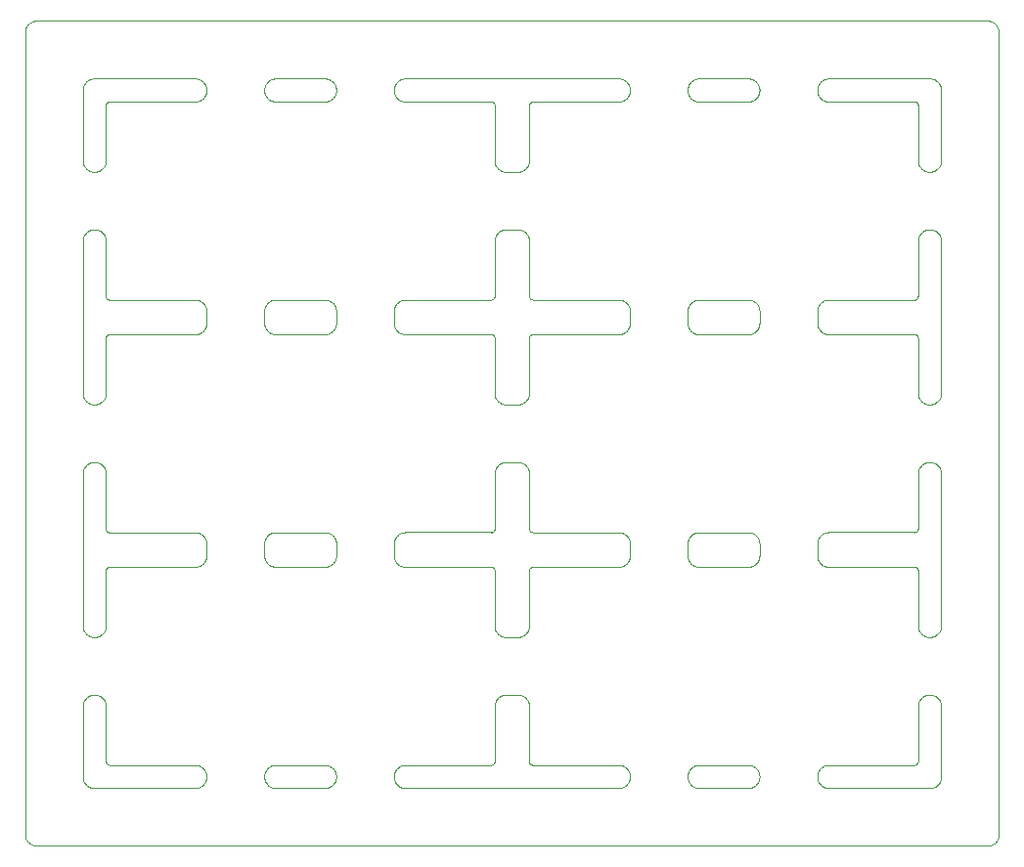
<source format=gm1>
%TF.GenerationSoftware,KiCad,Pcbnew,(6.0.5)*%
%TF.CreationDate,2022-06-05T15:56:59-07:00*%
%TF.ProjectId,mosfet_chip_panel,6d6f7366-6574-45f6-9368-69705f70616e,rev?*%
%TF.SameCoordinates,Original*%
%TF.FileFunction,Profile,NP*%
%FSLAX46Y46*%
G04 Gerber Fmt 4.6, Leading zero omitted, Abs format (unit mm)*
G04 Created by KiCad (PCBNEW (6.0.5)) date 2022-06-05 15:56:59*
%MOMM*%
%LPD*%
G01*
G04 APERTURE LIST*
%TA.AperFunction,Profile*%
%ADD10C,0.100000*%
%TD*%
G04 APERTURE END LIST*
D10*
X92331179Y-53979205D02*
X92344148Y-53932386D01*
X29726693Y-42158877D02*
X22377356Y-42159989D01*
X20892963Y-20004770D02*
X20941423Y-20001195D01*
X46963005Y-20749450D02*
X46975965Y-20702619D01*
X47074158Y-21522792D02*
X47050211Y-21480516D01*
X78555322Y-60051607D02*
X78565970Y-60099022D01*
X57849622Y-33099032D02*
X57897041Y-33109683D01*
X35811719Y-20566721D02*
X35833567Y-20523318D01*
X21836603Y-53669831D02*
X21862603Y-53710871D01*
X30521803Y-59704086D02*
X30549787Y-59743816D01*
X41493346Y-20166847D02*
X41533073Y-20194826D01*
X55721894Y-67769062D02*
X55704399Y-67723739D01*
X93412036Y-33084770D02*
X93460262Y-33090718D01*
X78468121Y-41633819D02*
X78444175Y-41676094D01*
X41922613Y-60146902D02*
X41928562Y-60195133D01*
X78468077Y-59825457D02*
X78489928Y-59868863D01*
X66423721Y-79457325D02*
X66472176Y-79460907D01*
X93648519Y-48172125D02*
X93602380Y-48187368D01*
X72589763Y-79819080D02*
X72621507Y-79782285D01*
X72976248Y-42082501D02*
X72931819Y-42062812D01*
X41088461Y-62292121D02*
X41040230Y-62298063D01*
X47050211Y-61780516D02*
X47028368Y-61737116D01*
X67307125Y-20656480D02*
X67322368Y-20702619D01*
X92526273Y-33441822D02*
X92558012Y-33405040D01*
X30235542Y-62160322D02*
X30193257Y-62184270D01*
X20019025Y-80663138D02*
X20010718Y-80615262D01*
X78018375Y-39252919D02*
X78061772Y-39274769D01*
X83627640Y-80161468D02*
X83642885Y-80115325D01*
X78018180Y-59397187D02*
X78061590Y-59419031D01*
X30193348Y-20116900D02*
X30235626Y-20140851D01*
X78468077Y-61779543D02*
X78444122Y-61821825D01*
X66615427Y-62271482D02*
X66568010Y-62282123D01*
X46952358Y-20796861D02*
X46963005Y-20749450D01*
X29775098Y-62299934D02*
X29726394Y-62301122D01*
X58590601Y-27423739D02*
X58573106Y-27469062D01*
X55691116Y-74082851D02*
X55706350Y-74036700D01*
X93781681Y-27963099D02*
X93738278Y-27984946D01*
X55527632Y-79396474D02*
X55551150Y-79377265D01*
X72369769Y-61409207D02*
X72366195Y-61360751D01*
X46991196Y-59957633D02*
X47008681Y-59912302D01*
X93555549Y-81430328D02*
X93508138Y-81440974D01*
X83585000Y-60291246D02*
X83586195Y-60242551D01*
X30060076Y-62243288D02*
X30013931Y-62258526D01*
X78580228Y-60195133D02*
X78583804Y-60243598D01*
X67039900Y-39412637D02*
X67075086Y-39446142D01*
X58125153Y-27963143D02*
X58081757Y-27984982D01*
X55638275Y-79237222D02*
X55645114Y-79207636D01*
X47158055Y-81098047D02*
X47128160Y-81059740D01*
X21984478Y-54026604D02*
X21992797Y-54074469D01*
X56169847Y-68263143D02*
X56127574Y-68239201D01*
X58321389Y-53486554D02*
X58356583Y-53520072D01*
X35774529Y-59959331D02*
X35792014Y-59913999D01*
X92663499Y-53454638D02*
X92701803Y-53424754D01*
X46991196Y-21347365D02*
X46975957Y-21301230D01*
X35717862Y-41216402D02*
X35716666Y-41167698D01*
X58824612Y-62332711D02*
X58785249Y-62354559D01*
X21973819Y-33829205D02*
X21984476Y-33876604D01*
X66374877Y-81460000D02*
X47923456Y-81460000D01*
X78527125Y-80803519D02*
X78509637Y-80848855D01*
X73354972Y-22002179D02*
X73306278Y-22000977D01*
X55365194Y-59304291D02*
X55388124Y-59302338D01*
X57656323Y-33080000D02*
X57705032Y-33081195D01*
X20361952Y-53454721D02*
X20400259Y-53424826D01*
X55551150Y-62382734D02*
X55527224Y-62363225D01*
X30426753Y-39446143D02*
X30460253Y-39481334D01*
X78259782Y-59558586D02*
X78294980Y-59592093D01*
X29919676Y-21982122D02*
X29871795Y-21990424D01*
X41322188Y-20075362D02*
X41366611Y-20095053D01*
X56493264Y-73390722D02*
X56541499Y-73384771D01*
X56491211Y-68369285D02*
X56443344Y-68360981D01*
X67198121Y-21561183D02*
X67170136Y-21600913D01*
X30391508Y-20256460D02*
X30426700Y-20289966D01*
X58356585Y-73670072D02*
X58390092Y-73705276D01*
X15356513Y-86224768D02*
X15375464Y-86240321D01*
X66568267Y-79475174D02*
X66615672Y-79485825D01*
X72531847Y-81020012D02*
X72505851Y-80978960D01*
X41903661Y-20749450D02*
X41914307Y-20796861D01*
X30697641Y-80663138D02*
X30686994Y-80710549D01*
X47544374Y-59376528D02*
X47589703Y-59359036D01*
X83585000Y-20990122D02*
X83586195Y-20941423D01*
X67140319Y-39518126D02*
X67170209Y-39556431D01*
X72440362Y-20611144D02*
X72460053Y-20566721D01*
X72369771Y-80350132D02*
X72375720Y-80301902D01*
X30391508Y-81203539D02*
X30354714Y-81235278D01*
X41571445Y-39382596D02*
X41608233Y-39414334D01*
X20941423Y-20001195D02*
X20990122Y-20000000D01*
X47682906Y-79488518D02*
X47730323Y-79477877D01*
X83947017Y-79683544D02*
X83985330Y-79653650D01*
X22232483Y-22012929D02*
X22188564Y-22026709D01*
X72407640Y-39859771D02*
X72422885Y-39813628D01*
X67039782Y-59560284D02*
X67074980Y-59593790D01*
X46934528Y-60242550D02*
X46938102Y-60194095D01*
X47028368Y-21437116D02*
X47008681Y-21392697D01*
X78489946Y-80893278D02*
X78468099Y-80936681D01*
X73209871Y-79467877D02*
X73258103Y-79461935D01*
X56541498Y-53234771D02*
X56589967Y-53231195D01*
X35883483Y-61862145D02*
X35857491Y-61821095D01*
X67365000Y-61311001D02*
X67363804Y-61359705D01*
X41676919Y-39483031D02*
X41708652Y-39519824D01*
X22160981Y-79420588D02*
X22188564Y-79433290D01*
X22160981Y-22039411D02*
X22134826Y-22054838D01*
X78565978Y-39954699D02*
X78574283Y-40002571D01*
X30235711Y-39297025D02*
X30276757Y-39323023D01*
X55971709Y-27823633D02*
X55936518Y-27790139D01*
X22134826Y-42204838D02*
X22110365Y-42222832D01*
X78259900Y-79714334D02*
X78295086Y-79747839D01*
X47295351Y-79683545D02*
X47333664Y-79653651D01*
X15628871Y-86388014D02*
X15709568Y-86416577D01*
X41040509Y-39162604D02*
X41088730Y-39168559D01*
X47028404Y-39725560D02*
X47050256Y-39682154D01*
X36283291Y-21907079D02*
X36239894Y-21885229D01*
X67224175Y-39637207D02*
X67248121Y-39679483D01*
X20656480Y-48172125D02*
X20611144Y-48154637D01*
X73161732Y-21983128D02*
X73114327Y-21972476D01*
X67074980Y-21711210D02*
X67039782Y-21744716D01*
X41816432Y-20523318D02*
X41838280Y-20566721D01*
X92496377Y-73780116D02*
X92526273Y-73741822D01*
X92096717Y-59288741D02*
X92124927Y-59277500D01*
X22098849Y-59227265D02*
X22122775Y-59246774D01*
X47295351Y-41931455D02*
X47258550Y-41899716D01*
X47923306Y-62303876D02*
X47874611Y-62302673D01*
X41766454Y-61862879D02*
X41738470Y-61902609D01*
X41875470Y-39814331D02*
X41890709Y-39860466D01*
X83751816Y-61863843D02*
X83725824Y-61822792D01*
X21984476Y-33876604D02*
X21992795Y-33924469D01*
X36609629Y-81455229D02*
X36561403Y-81449281D01*
X47100212Y-39598817D02*
X47128196Y-39559087D01*
X78222982Y-21778152D02*
X78184669Y-21808047D01*
X93555549Y-20029671D02*
X93602380Y-20042631D01*
X66708630Y-79514036D02*
X66753959Y-79531528D01*
X94303804Y-34021423D02*
X94305000Y-34070122D01*
X46963011Y-41406696D02*
X46952362Y-41359280D01*
X58749225Y-39077604D02*
X58772775Y-39096774D01*
X29919676Y-59322876D02*
X29967093Y-59333517D01*
X36116997Y-41963046D02*
X36078684Y-41933152D01*
X47777936Y-62293138D02*
X47730065Y-62284825D01*
X55649291Y-42439805D02*
X55645114Y-42402363D01*
X66708519Y-81402125D02*
X66662380Y-81417368D01*
X36419285Y-20042631D02*
X36466117Y-20029671D01*
X30711895Y-21108168D02*
X30705946Y-21156399D01*
X58839034Y-59283478D02*
X58867290Y-59293136D01*
X47635835Y-21961208D02*
X47589703Y-21945962D01*
X72365000Y-41167697D02*
X72365000Y-40147301D01*
X58571170Y-73991351D02*
X58588651Y-74036700D01*
X55502291Y-79413206D02*
X55527632Y-79396474D01*
X84066124Y-39299676D02*
X84108409Y-39275728D01*
X84477963Y-81455229D02*
X84429737Y-81449281D01*
X77594727Y-22002821D02*
X73354972Y-22002179D01*
X58529640Y-53753500D02*
X58551483Y-53796916D01*
X73021369Y-62244266D02*
X72976040Y-62226774D01*
X20892963Y-53234770D02*
X20941423Y-53231195D01*
X83586195Y-61362449D02*
X83585000Y-61313754D01*
X92870199Y-68284910D02*
X92826789Y-68263055D01*
X55551150Y-79377265D02*
X55572604Y-79355774D01*
X72654913Y-62012160D02*
X72621413Y-61976969D01*
X58646446Y-34070421D02*
X58645006Y-38848085D01*
X56304972Y-53287896D02*
X56351119Y-53272648D01*
X73355122Y-81460000D02*
X73306423Y-81458804D01*
X67365000Y-41168753D02*
X67363804Y-41217448D01*
X73257823Y-21997395D02*
X73209603Y-21991441D01*
X83779790Y-61903568D02*
X83751816Y-61863843D01*
X20941423Y-53231195D02*
X20990122Y-53230000D01*
X78328539Y-20325158D02*
X78360278Y-20361952D01*
X92628608Y-68123445D02*
X92593414Y-68089927D01*
X84108318Y-20116900D02*
X84151721Y-20095053D01*
X41184005Y-79487523D02*
X41230830Y-79500488D01*
X94209946Y-53796721D02*
X94229637Y-53841144D01*
X72726887Y-21777404D02*
X72690099Y-21745665D01*
X41914304Y-60099021D02*
X41922613Y-60146902D01*
X94262368Y-27377380D02*
X94247125Y-27423519D01*
X72460035Y-61735419D02*
X72440347Y-61691000D01*
X36609769Y-42153064D02*
X36561538Y-42147122D01*
X94300229Y-74272963D02*
X94303804Y-74321423D01*
X35811701Y-61735419D02*
X35792014Y-61690999D01*
X55608206Y-39007291D02*
X55622288Y-38980387D01*
X57849620Y-53249032D02*
X57897039Y-53259683D01*
X15698160Y-15047194D02*
X15617206Y-15076495D01*
X84429603Y-21993138D02*
X84381732Y-21984825D01*
X83985330Y-39353650D02*
X84025064Y-39325671D01*
X21960850Y-33782386D02*
X21973819Y-33829205D01*
X66568010Y-59322876D02*
X66615427Y-59333518D01*
X22231990Y-42163044D02*
X22203282Y-42171258D01*
X30658803Y-39812634D02*
X30674042Y-39858769D01*
X93738278Y-27984946D02*
X93693855Y-28004637D01*
X36283485Y-79552187D02*
X36327915Y-79532498D01*
X21678290Y-33336366D02*
X21713481Y-33369860D01*
X84287735Y-39201472D02*
X84334572Y-39188517D01*
X20042631Y-80757380D02*
X20029671Y-80710549D01*
X77643431Y-62301632D02*
X77594727Y-62302821D01*
X94080278Y-33441952D02*
X94110173Y-33480259D01*
X20844737Y-20010718D02*
X20892963Y-20004770D01*
X84574972Y-62303876D02*
X84526278Y-62302674D01*
X36373256Y-42099986D02*
X36327915Y-42082501D01*
X73021590Y-42099985D02*
X72976248Y-42082501D01*
X92398516Y-47663083D02*
X92378831Y-47618648D01*
X78360236Y-61940919D02*
X78328492Y-61977714D01*
X73067502Y-59345488D02*
X73114327Y-59332523D01*
X55903014Y-68054959D02*
X55871275Y-68018177D01*
X67170173Y-20400259D02*
X67198152Y-20439987D01*
X58588649Y-53886700D02*
X58603883Y-53932851D01*
X22058225Y-79332224D02*
X22088208Y-79367149D01*
X29775388Y-39157326D02*
X29823843Y-39160907D01*
X83680071Y-80025559D02*
X83701922Y-79982153D01*
X55343829Y-62304999D02*
X47923306Y-62303876D01*
X20892963Y-68375229D02*
X20844737Y-68369281D01*
X41922613Y-61458096D02*
X41914304Y-61505977D01*
X35792028Y-80848855D02*
X35774540Y-80803519D01*
X94305000Y-74370122D02*
X94305000Y-80469877D01*
X92559909Y-47904723D02*
X92528170Y-47867917D01*
X30549850Y-41718843D02*
X30521875Y-41758568D01*
X78061590Y-59419031D02*
X78103875Y-59442980D01*
X83910158Y-81203539D02*
X83874966Y-81170033D01*
X15076495Y-85842793D02*
X15118462Y-85931469D01*
X56259630Y-33155390D02*
X56304973Y-33137896D01*
X94188099Y-33603318D02*
X94209946Y-33646721D01*
X21806723Y-27679597D02*
X21776829Y-27717917D01*
X21745092Y-47904723D02*
X21711585Y-47939927D01*
X56257660Y-68304666D02*
X56213244Y-68284982D01*
X36373256Y-39215014D02*
X36419402Y-39199776D01*
X36283388Y-20095053D02*
X36327811Y-20075362D01*
X72845955Y-59443722D02*
X72888227Y-59419770D01*
X78184740Y-20194826D02*
X78223047Y-20224721D01*
X47189793Y-81134841D02*
X47158055Y-81098047D01*
X78542359Y-60004771D02*
X78555322Y-60051607D01*
X92741526Y-53396785D02*
X92782574Y-53370798D01*
X78390209Y-41756870D02*
X78360319Y-41795175D01*
X58323291Y-47973633D02*
X58286500Y-48005361D01*
X58684411Y-79294018D02*
X58708225Y-79332224D01*
X58079798Y-53325089D02*
X58123208Y-53346944D01*
X92053135Y-42159974D02*
X92004067Y-42155138D01*
X15817049Y-15017413D02*
X15793005Y-15022196D01*
X22003757Y-38827077D02*
X22000721Y-38870695D01*
X58666422Y-38952197D02*
X58677499Y-38979927D01*
X36419402Y-39199776D02*
X36466239Y-39186821D01*
X67140236Y-61939221D02*
X67108492Y-61976017D01*
X72531878Y-39597119D02*
X72559863Y-39557389D01*
X66924935Y-62134328D02*
X66883875Y-62160323D01*
X72422863Y-59959331D02*
X72440347Y-59914000D01*
X41875448Y-21346370D02*
X41857956Y-21391710D01*
X94247125Y-33736480D02*
X94262368Y-33782619D01*
X46991218Y-39815326D02*
X47008709Y-39769987D01*
X41571445Y-79682596D02*
X41608233Y-79714334D01*
X83985330Y-79653650D02*
X84025064Y-79625671D01*
X35941347Y-59664823D02*
X35973080Y-59628030D01*
X92023015Y-62306112D02*
X91993829Y-62304999D01*
X20029671Y-67630549D02*
X20019025Y-67583138D01*
X93460262Y-81449281D02*
X93412036Y-81455229D01*
X55591774Y-22127775D02*
X55572604Y-22104225D01*
X35721436Y-80567036D02*
X35717862Y-80518576D01*
X41571380Y-81235278D02*
X41533073Y-81265173D01*
X21206655Y-73399018D02*
X21254057Y-73409660D01*
X73209737Y-81449281D02*
X73161861Y-81440974D01*
X46944051Y-20844737D02*
X46952358Y-20796861D01*
X94262368Y-53932619D02*
X94275328Y-53979450D01*
X21973819Y-74129205D02*
X21984476Y-74176604D01*
X67365000Y-80469877D02*
X67363804Y-80518576D01*
X93412036Y-53234770D02*
X93460262Y-53240718D01*
X36657944Y-62300976D02*
X36609490Y-62297395D01*
X92211791Y-79367149D02*
X92241774Y-79332224D01*
X94229637Y-53841144D02*
X94247125Y-53886480D01*
X56539428Y-68375231D02*
X56491211Y-68369285D01*
X21862603Y-53710871D02*
X21886557Y-53753137D01*
X21252040Y-28050316D02*
X21204620Y-28060967D01*
X41230830Y-39200488D02*
X41276963Y-39215734D01*
X55971707Y-47973633D02*
X55936516Y-47940139D01*
X20439987Y-73546847D02*
X20481039Y-73520851D01*
X92826789Y-68263055D02*
X92784505Y-68239095D01*
X30316335Y-62106348D02*
X30276601Y-62134327D01*
X83589770Y-80567036D02*
X83586195Y-80518576D01*
X72407623Y-60005466D02*
X72422863Y-59959331D01*
X41914311Y-80254700D02*
X41922617Y-80302572D01*
X58691536Y-59156854D02*
X58708225Y-59182224D01*
X47100180Y-20439987D02*
X47128160Y-20400259D01*
X67075033Y-20289966D02*
X67108539Y-20325158D01*
X77973751Y-21927501D02*
X77928409Y-21944986D01*
X92626707Y-33336366D02*
X92663498Y-33304638D01*
X58167426Y-27939201D02*
X58125153Y-27963143D01*
X35746344Y-39906607D02*
X35759306Y-39859772D01*
X22041536Y-79306854D02*
X22058225Y-79332224D01*
X83604029Y-41359280D02*
X83595720Y-41311399D01*
X22021709Y-38966435D02*
X22034411Y-38994018D01*
X21808620Y-33480116D02*
X21836601Y-33519831D01*
X36706939Y-79457179D02*
X40943360Y-79457820D01*
X57755571Y-48225231D02*
X57707121Y-48228804D01*
X30276757Y-41991977D02*
X30235711Y-42017975D01*
X36156653Y-81293152D02*
X36116926Y-81265173D01*
X98487950Y-86442586D02*
X98511994Y-86437803D01*
X41816410Y-59825456D02*
X41838261Y-59868862D01*
X15227380Y-86094389D02*
X15293281Y-86167065D01*
X92470297Y-27639857D02*
X92444303Y-27598791D01*
X78468121Y-39681180D02*
X78489964Y-39724580D01*
X41040509Y-42152395D02*
X40992055Y-42155977D01*
X20010718Y-47385262D02*
X20004770Y-47337036D01*
X22067511Y-42265757D02*
X22049559Y-42290249D01*
X55502291Y-39113206D02*
X55527632Y-39096474D01*
X94138152Y-47790012D02*
X94110173Y-47829740D01*
X22008044Y-79223009D02*
X22016258Y-79251717D01*
X30460206Y-20325158D02*
X30491944Y-20361952D01*
X92378831Y-47618648D02*
X92361350Y-47573299D01*
X58648554Y-27090176D02*
X58647345Y-27138866D01*
X55763444Y-67856862D02*
X55741591Y-67813472D01*
X47636068Y-42113527D02*
X47589923Y-42098288D01*
X30549819Y-20439987D02*
X30575815Y-20481039D01*
X30426647Y-59593789D02*
X30460158Y-59628982D01*
X41792508Y-39638904D02*
X41816454Y-39681180D01*
X55641955Y-22236990D02*
X55633577Y-22207802D01*
X92304657Y-42460298D02*
X92292070Y-42387483D01*
X21345026Y-68322103D02*
X21298879Y-68337351D01*
X30549850Y-79896157D02*
X30575841Y-79937207D01*
X83595716Y-61459125D02*
X83589769Y-61410904D01*
X41932138Y-80399248D02*
X41933333Y-80469877D01*
X56636567Y-48230000D02*
X56587877Y-48228804D01*
X58810981Y-79420588D02*
X58853282Y-79438741D01*
X30715471Y-80397551D02*
X30716666Y-80469877D01*
X21392339Y-73455333D02*
X21436755Y-73475017D01*
X72805064Y-79623974D02*
X72846124Y-79597979D01*
X77973855Y-81384637D02*
X77928519Y-81402125D01*
X72384029Y-41360977D02*
X72375720Y-41313096D01*
X20194826Y-27679740D02*
X20166847Y-27640012D01*
X20057874Y-80803519D02*
X20042631Y-80757380D01*
X22305818Y-22000315D02*
X22232483Y-22012929D01*
X47074158Y-59782206D02*
X47100149Y-59741156D01*
X99012065Y-86166718D02*
X99069768Y-86103486D01*
X47050256Y-39682154D02*
X47074211Y-39639872D01*
X46952355Y-60098002D02*
X46962999Y-60050596D01*
X92265588Y-42315981D02*
X92250440Y-42290249D01*
X20001195Y-54171423D02*
X20004770Y-54122963D01*
X67002982Y-21776455D02*
X66964669Y-21806349D01*
X66615672Y-42129173D02*
X66568267Y-42139825D01*
X94262368Y-47527380D02*
X94247125Y-47573519D01*
X47456651Y-81343099D02*
X47414373Y-81319148D01*
X55600161Y-62439826D02*
X55572604Y-62404225D01*
X58785249Y-62354559D02*
X58760365Y-62372832D01*
X92139018Y-42189411D02*
X92111435Y-42176709D01*
X66883875Y-62160323D02*
X66841590Y-62184271D01*
X21884642Y-47706499D02*
X21860695Y-47748791D01*
X41410014Y-20116900D02*
X41452293Y-20140851D01*
X21971834Y-27330304D02*
X21958883Y-27377148D01*
X22134826Y-22054838D02*
X22110757Y-22072511D01*
X36327915Y-79532498D02*
X36373256Y-79515014D01*
X58658044Y-42386990D02*
X58652597Y-42417378D01*
X22077395Y-59205774D02*
X22098849Y-59227265D01*
X66884044Y-42017974D02*
X66841772Y-42041926D01*
X55272643Y-59300010D02*
X55322018Y-59301232D01*
X21836601Y-73819831D02*
X21862601Y-73860871D01*
X83910158Y-20256460D02*
X83946952Y-20224721D01*
X41903667Y-80207293D02*
X41914311Y-80254700D01*
X83910099Y-59557637D02*
X83946887Y-59525899D01*
X73354972Y-62302179D02*
X73306278Y-62300977D01*
X93460262Y-28069281D02*
X93412036Y-28075229D01*
X58286501Y-68155361D02*
X58248197Y-68185245D01*
X83725824Y-61822792D02*
X83701878Y-61780516D01*
X36706789Y-20000000D02*
X40943210Y-20000000D01*
X55903011Y-47904959D02*
X55871273Y-47868177D01*
X78223112Y-39382595D02*
X78259900Y-39414334D01*
X21806724Y-47829597D02*
X21776830Y-47867917D01*
X35721435Y-21109206D02*
X35717861Y-21060751D01*
X58635768Y-74225005D02*
X58641703Y-74273242D01*
X41890693Y-61600227D02*
X41875448Y-61646370D01*
X73209603Y-59313559D02*
X73257823Y-59307604D01*
X22088208Y-79367149D02*
X22110757Y-79387488D01*
X20000000Y-67389877D02*
X20000000Y-54220122D01*
X72460071Y-39723862D02*
X72481922Y-39680456D01*
X83614677Y-39908303D02*
X83627640Y-39861468D01*
X58451725Y-73780402D02*
X58479702Y-73820142D01*
X58957153Y-62300001D02*
X58944560Y-62300409D01*
X22049559Y-42290249D02*
X22034176Y-42316431D01*
X22000263Y-27138287D02*
X21996702Y-27186757D01*
X83642863Y-21347365D02*
X83627623Y-21301230D01*
X55657202Y-47385530D02*
X55651242Y-47337315D01*
X55765358Y-73903499D02*
X55789305Y-73861208D01*
X35759306Y-80159772D02*
X35774551Y-80113629D01*
X47295285Y-81235278D02*
X47258491Y-81203539D01*
X72365000Y-60292943D02*
X72366195Y-60244248D01*
X78527114Y-61646371D02*
X78509623Y-61691711D01*
X58451725Y-33480402D02*
X58479702Y-33520142D01*
X78489964Y-41590419D02*
X78468121Y-41633819D01*
X20075362Y-47618855D02*
X20057874Y-47573519D01*
X83874913Y-62013857D02*
X83841413Y-61978666D01*
X35716666Y-60292942D02*
X35717861Y-60244247D01*
X77788010Y-59321179D02*
X77835427Y-59331821D01*
X66662497Y-42116208D02*
X66615672Y-42129173D01*
X66753855Y-20075362D02*
X66798278Y-20095053D01*
X66964811Y-41963996D02*
X66925090Y-41991976D01*
X21906483Y-67813083D02*
X21884641Y-67856500D01*
X78489964Y-80024580D02*
X78509652Y-80068999D01*
X94048539Y-47904841D02*
X94015033Y-47940033D01*
X94209946Y-20566721D02*
X94229637Y-20611144D01*
X20256460Y-33405158D02*
X20289966Y-33369966D01*
X20523318Y-27963099D02*
X20481039Y-27939148D01*
X30687000Y-39905596D02*
X30697644Y-39953003D01*
X57897039Y-53259683D02*
X57943879Y-53272648D01*
X57803789Y-68369285D02*
X57755572Y-68375231D01*
X47028386Y-80893278D02*
X47008695Y-80848855D01*
X66520396Y-79466861D02*
X66568267Y-79475174D01*
X20194826Y-33480259D02*
X20224721Y-33441952D01*
X93602380Y-33122631D02*
X93648519Y-33137874D01*
X72375718Y-20844737D02*
X72384025Y-20796861D01*
X47258433Y-21747362D02*
X47223246Y-21713856D01*
X55813398Y-27640168D02*
X55787398Y-27599128D01*
X30715471Y-80518576D02*
X30711896Y-80567036D01*
X30658781Y-21344673D02*
X30641290Y-21390012D01*
X30658803Y-80112634D02*
X30674042Y-80158769D01*
X55843275Y-53630402D02*
X55873169Y-53592082D01*
X47499957Y-59396222D02*
X47544374Y-59376528D01*
X22027499Y-79279927D02*
X22041536Y-79306854D01*
X72846124Y-79597979D02*
X72888409Y-79574031D01*
X77691896Y-59306936D02*
X77740128Y-59312878D01*
X20010718Y-80615262D02*
X20004770Y-80567036D01*
X56638677Y-33080000D02*
X57656323Y-33080000D01*
X41230597Y-62260223D02*
X41183760Y-62273178D01*
X94209946Y-67813278D02*
X94188099Y-67856681D01*
X20001195Y-74321423D02*
X20004770Y-74272963D01*
X66374727Y-62301123D02*
X58957153Y-62300001D01*
X56008498Y-48005361D02*
X55971707Y-47973633D01*
X21778726Y-53591822D02*
X21808622Y-53630116D01*
X58323292Y-68123633D02*
X58286501Y-68155361D01*
X35721437Y-80350133D02*
X35727386Y-80301903D01*
X78061590Y-21885968D02*
X78018180Y-21907813D01*
X22034411Y-38994018D02*
X22049838Y-39020173D01*
X72460053Y-20566721D02*
X72481900Y-20523318D01*
X93865012Y-81293152D02*
X93823960Y-81319148D01*
X20749450Y-68350328D02*
X20702619Y-68337368D01*
X92303553Y-67389578D02*
X92304731Y-62601010D01*
X55651242Y-47337315D02*
X55647654Y-47288866D01*
X93004117Y-73422615D02*
X93050940Y-73409660D01*
X58772775Y-39096774D02*
X58797708Y-39113206D01*
X57707122Y-28078804D02*
X57658432Y-28080000D01*
X46934528Y-20941423D02*
X46938103Y-20892963D01*
X67248077Y-59827154D02*
X67269928Y-59870560D01*
X56443344Y-28060981D02*
X56395942Y-28050339D01*
X47050256Y-79982154D02*
X47074211Y-79939872D01*
X30715471Y-41217449D02*
X30711897Y-41265904D01*
X66423431Y-62299935D02*
X66374727Y-62301123D01*
X41608115Y-62046412D02*
X41571315Y-62078151D01*
X20611144Y-53305362D02*
X20656480Y-53287874D01*
X83627631Y-80757380D02*
X83614671Y-80710549D01*
X41183760Y-21973178D02*
X41136343Y-21983820D01*
X56493263Y-53240722D02*
X56541498Y-53234771D01*
X30715471Y-40097551D02*
X30716666Y-40146246D01*
X83680071Y-41589439D02*
X83660376Y-41545013D01*
X58853282Y-79438741D02*
X58897363Y-79450114D01*
X67360229Y-80567036D02*
X67354281Y-80615262D01*
X55723831Y-73991351D02*
X55743516Y-73946916D01*
X72460035Y-21435419D02*
X72440347Y-21391000D01*
X58946346Y-39154874D02*
X66375027Y-39156123D01*
X55973609Y-33336554D02*
X56010406Y-33304804D01*
X21204620Y-68360967D02*
X21156735Y-68369277D01*
X41933333Y-41167057D02*
X41932138Y-41215752D01*
X36078554Y-59527595D02*
X36116854Y-59497700D01*
X83875019Y-41866209D02*
X83841507Y-41831016D01*
X41643419Y-39447840D02*
X41676919Y-39483031D01*
X72931721Y-20095053D02*
X72976144Y-20075362D01*
X58165494Y-73520904D02*
X58206552Y-73546909D01*
X83660347Y-61692697D02*
X83642863Y-61647365D01*
X20796861Y-53249025D02*
X20844737Y-53240718D01*
X94110173Y-33480259D02*
X94138152Y-33519987D01*
X92250440Y-39019750D02*
X92265823Y-38993568D01*
X20844737Y-73390718D02*
X20892963Y-73384770D01*
X98776469Y-86341537D02*
X98860605Y-86291080D01*
X67365000Y-20990122D02*
X67363804Y-21059705D01*
X83841460Y-20325158D02*
X83874966Y-20289966D01*
X46952355Y-21206996D02*
X46944049Y-21159125D01*
X93823960Y-73520851D02*
X93865012Y-73546847D01*
X66841590Y-59420728D02*
X66883875Y-59444677D01*
X83874913Y-59591143D02*
X83910099Y-59557637D01*
X55446717Y-42171258D02*
X55402636Y-42159885D01*
X58603885Y-74082851D02*
X58616835Y-74129695D01*
X41792482Y-20481039D02*
X41816432Y-20523318D01*
X72765330Y-79651952D02*
X72805064Y-79623974D01*
X92559907Y-68054723D02*
X92528168Y-68017917D01*
X30521875Y-79856432D02*
X30549850Y-79896157D01*
X55649736Y-74321712D02*
X55653297Y-74273242D01*
X41571315Y-59526847D02*
X41608115Y-59558586D01*
X67360230Y-80349095D02*
X67363804Y-80397550D01*
X83725824Y-21522792D02*
X83701878Y-21480516D01*
X41493268Y-21836024D02*
X41452209Y-21862019D01*
X73114572Y-39186820D02*
X73161989Y-39176178D01*
X20361952Y-48005278D02*
X20325158Y-47973539D01*
X46934529Y-41214705D02*
X46933333Y-41166000D01*
X78555333Y-39907293D02*
X78565978Y-39954699D01*
X83910099Y-21747362D02*
X83874913Y-21713857D01*
X21908408Y-73946527D02*
X21928105Y-73990937D01*
X93148262Y-28069277D02*
X93100377Y-28060967D01*
X94110173Y-53630259D02*
X94138152Y-53669987D01*
X41932138Y-41215752D02*
X41928564Y-41264207D01*
X29871929Y-20010718D02*
X29919805Y-20019025D01*
X21806723Y-67979597D02*
X21776829Y-68017917D01*
X92302654Y-74321133D02*
X92306242Y-74272684D01*
X30235711Y-79597025D02*
X30276757Y-79623023D01*
X92376893Y-33690937D02*
X92396590Y-33646527D01*
X73306423Y-20001195D02*
X73355122Y-20000000D01*
X93100379Y-48210967D02*
X93052960Y-48200316D01*
X92291955Y-79223009D02*
X92298925Y-79177510D01*
X78444175Y-39638904D02*
X78468121Y-39681180D01*
X41452209Y-21862019D02*
X41409923Y-21885968D01*
X72365000Y-61312056D02*
X72365000Y-60292943D01*
X94110173Y-27679740D02*
X94080278Y-27718047D01*
X55938414Y-53520072D02*
X55973608Y-53486554D01*
X93943047Y-27855278D02*
X93904740Y-27885173D01*
X55787398Y-67899128D02*
X55763444Y-67856862D01*
X66471896Y-21996367D02*
X66423431Y-21999935D01*
X21926168Y-67768648D02*
X21906483Y-67813083D01*
X92376893Y-73990937D02*
X92396590Y-73946527D01*
X58627472Y-74177117D02*
X58635768Y-74225005D01*
X30621595Y-59870559D02*
X30641290Y-59914986D01*
X35973080Y-21676968D02*
X35941347Y-21640175D01*
X93943047Y-48005278D02*
X93904740Y-48035173D01*
X21298880Y-48187351D02*
X21252041Y-48200316D01*
X92868242Y-73475017D02*
X92912658Y-73455333D01*
X21522425Y-73520798D02*
X21563472Y-73546785D01*
X66568010Y-62282123D02*
X66520128Y-62290425D01*
X83841507Y-79783982D02*
X83875019Y-79748789D01*
X83627623Y-61601230D02*
X83614666Y-61554403D01*
X55676177Y-47480794D02*
X55665521Y-47433395D01*
X22049838Y-59170173D02*
X22077395Y-59205774D01*
X83725877Y-79939871D02*
X83751878Y-79898816D01*
X73258103Y-79461935D02*
X73306568Y-79458367D01*
X36156575Y-21835279D02*
X36116854Y-21807299D01*
X92015194Y-59304291D02*
X92038124Y-59302338D01*
X21639594Y-48005194D02*
X21601284Y-48035100D01*
X98292727Y-86460000D02*
X98402743Y-86454905D01*
X73021480Y-20057874D02*
X73067619Y-20042631D01*
X30705950Y-80300874D02*
X30711897Y-80349096D01*
X20116900Y-53753318D02*
X20140851Y-53711039D01*
X84334450Y-20029671D02*
X84381861Y-20019025D01*
X55646446Y-27090176D02*
X55645024Y-22382366D01*
X21204621Y-48210967D02*
X21156736Y-48219277D01*
X72589763Y-39519080D02*
X72621507Y-39482285D01*
X41766516Y-79897854D02*
X41792508Y-79938904D01*
X92304731Y-62601010D02*
X92288136Y-62522290D01*
X78418152Y-20439987D02*
X78444148Y-20481039D01*
X56127572Y-48089201D02*
X56086525Y-48063214D01*
X84287735Y-79501472D02*
X84334572Y-79488517D01*
X92743449Y-48063090D02*
X92703717Y-48035100D01*
X22284304Y-42155721D02*
X22261875Y-42157661D01*
X47028404Y-41589440D02*
X47008709Y-41545013D01*
X92346114Y-27377148D02*
X92333164Y-27330304D01*
X58643757Y-67487315D02*
X58637796Y-67535530D01*
X20400259Y-81265173D02*
X20361952Y-81235278D01*
X58507601Y-47749128D02*
X58481602Y-47790168D01*
X41875448Y-59958628D02*
X41890693Y-60004771D01*
X93979841Y-47973539D02*
X93943047Y-48005278D01*
X67108586Y-39481333D02*
X67140319Y-39518126D01*
X92359398Y-74036260D02*
X92376893Y-73990937D01*
X22002343Y-74321133D02*
X22003553Y-74369823D01*
X58641703Y-74273242D02*
X58645265Y-74321712D01*
X78328492Y-61977714D02*
X78294980Y-62012907D01*
X94275328Y-20749450D02*
X94285974Y-20796861D01*
X30641290Y-21390012D02*
X30621595Y-21434439D01*
X35973174Y-79782286D02*
X36006686Y-79747093D01*
X66471896Y-62296367D02*
X66423431Y-62299935D01*
X56086525Y-48063214D02*
X56046801Y-48035245D01*
X66841590Y-21884271D02*
X66798180Y-21906116D01*
X83680035Y-61737117D02*
X83660347Y-61692697D01*
X83680053Y-20566721D02*
X83701900Y-20523318D01*
X47635952Y-20042631D02*
X47682783Y-20029671D01*
X58206552Y-73546909D02*
X58246284Y-73574899D01*
X35833567Y-20523318D02*
X35857517Y-20481039D01*
X30575841Y-79937207D02*
X30599788Y-79979483D01*
X83874966Y-20289966D02*
X83910158Y-20256460D01*
X58684411Y-62465981D02*
X58671521Y-62494034D01*
X58760365Y-42222832D02*
X58727734Y-42253849D01*
X92444303Y-67898791D02*
X92420357Y-67856500D01*
X93363576Y-33081195D02*
X93412036Y-33084770D01*
X84526423Y-20001195D02*
X84575122Y-20000000D01*
X47414457Y-39299677D02*
X47456742Y-39275729D01*
X36657944Y-22000976D02*
X36609490Y-21997395D01*
X92306242Y-74272684D02*
X92312203Y-74224469D01*
X83946887Y-62079101D02*
X83910099Y-62047362D01*
X94303804Y-80518576D02*
X94300229Y-80567036D01*
X20116900Y-33603318D02*
X20140851Y-33561039D01*
X58727395Y-79355774D02*
X58748849Y-79377265D01*
X78145012Y-81293152D02*
X78103960Y-81319148D01*
X83701878Y-61780516D02*
X83680035Y-61737117D01*
X93979841Y-27823539D02*
X93943047Y-27855278D01*
X41136343Y-62283820D02*
X41088461Y-62292121D01*
X47635835Y-62261208D02*
X47589703Y-62245962D01*
X77835427Y-21973179D02*
X77788010Y-21983821D01*
X47730194Y-20019025D02*
X47778070Y-20010718D01*
X41922615Y-20844737D02*
X41928563Y-20892963D01*
X67322359Y-61598531D02*
X67307114Y-61644674D01*
X15047194Y-85761839D02*
X15076495Y-85842793D01*
X92663498Y-33304638D02*
X92701802Y-33274754D01*
X77882264Y-21960224D02*
X77835427Y-21973179D01*
X30674026Y-21298530D02*
X30658781Y-21344673D01*
X20941423Y-81458804D02*
X20892963Y-81455229D01*
X93943047Y-33304721D02*
X93979841Y-33336460D01*
X83841413Y-61978666D02*
X83809680Y-61941873D01*
X94080278Y-68018047D02*
X94048539Y-68054841D01*
X78585000Y-61312698D02*
X78583804Y-61361402D01*
X36327707Y-59378225D02*
X36373036Y-59360733D01*
X46933333Y-41166000D02*
X46933333Y-40148999D01*
X29823563Y-62296366D02*
X29775098Y-62299934D01*
X41643419Y-41867160D02*
X41608233Y-41900665D01*
X55572604Y-79355774D02*
X55591774Y-79332224D01*
X72765188Y-59497700D02*
X72804909Y-59469720D01*
X22135249Y-62354559D02*
X22110757Y-62372511D01*
X20289966Y-20289966D02*
X20325158Y-20256460D01*
X20004770Y-27187036D02*
X20001195Y-27138576D01*
X93781681Y-53346900D02*
X93823960Y-53370851D01*
X36197790Y-39297980D02*
X36240076Y-39274031D01*
X58321391Y-33336554D02*
X58356585Y-33370072D01*
X21206657Y-53249018D02*
X21254059Y-53259660D01*
X36609490Y-59307604D02*
X36657944Y-59304022D01*
X41533002Y-59496953D02*
X41571315Y-59526847D01*
X56215200Y-73475089D02*
X56259630Y-73455390D01*
X72384021Y-61505300D02*
X72375716Y-61457428D01*
X78184669Y-62108047D02*
X78144935Y-62136025D01*
X47333664Y-79653651D02*
X47373398Y-79625672D01*
X22034176Y-42316431D02*
X22021709Y-42343564D01*
X46952362Y-39955719D02*
X46963011Y-39908304D01*
X83595718Y-80615262D02*
X83589770Y-80567036D01*
X78444148Y-20481039D02*
X78468099Y-20523318D01*
X58358481Y-47940139D02*
X58323291Y-47973633D01*
X36327811Y-20075362D02*
X36373146Y-20057874D01*
X78580229Y-20892963D02*
X78583804Y-20941423D01*
X35746332Y-61552706D02*
X35735688Y-61505299D01*
X56443344Y-68360981D02*
X56395942Y-68350339D01*
X92558012Y-33405040D02*
X92591517Y-33369860D01*
X92308298Y-47336757D02*
X92304736Y-47288287D01*
X55676180Y-27330794D02*
X55665523Y-27283395D01*
X47333521Y-62108996D02*
X47295220Y-62079100D01*
X41276853Y-20057874D02*
X41322188Y-20075362D01*
X66964811Y-79651003D02*
X67003112Y-79680898D01*
X66423431Y-59305065D02*
X66471896Y-59308633D01*
X93098343Y-33099018D02*
X93146210Y-33090714D01*
X56541499Y-73384771D02*
X56589968Y-73381195D01*
X99305000Y-85447727D02*
X99305000Y-16012272D01*
X55645114Y-62552363D02*
X55638275Y-62522777D01*
X58896864Y-39150025D02*
X58946346Y-39154874D01*
X47874611Y-62302673D02*
X47826156Y-62299092D01*
X92297402Y-38892621D02*
X92299875Y-38858636D01*
X41533073Y-81265173D02*
X41493346Y-81293152D01*
X30705950Y-41314125D02*
X30697644Y-41361997D01*
X92333166Y-47480304D02*
X92322529Y-47432882D01*
X67248099Y-20523318D02*
X67269946Y-20566721D01*
X72394671Y-80710549D02*
X72384025Y-80663138D01*
X56086527Y-68213214D02*
X56046803Y-68185245D01*
X94080278Y-73741952D02*
X94110173Y-73780259D01*
X58637795Y-47385530D02*
X58629477Y-47433395D01*
X92959973Y-48172103D02*
X92914630Y-48154609D01*
X92784507Y-48089095D02*
X92743449Y-48063090D01*
X93148265Y-48219277D02*
X93100379Y-48210967D01*
X78418121Y-59742120D02*
X78444122Y-59783175D01*
X57945882Y-28037384D02*
X57899059Y-28050339D01*
X92004067Y-42155138D02*
X84575272Y-42156123D01*
X92496377Y-33480116D02*
X92526273Y-33441822D01*
X78580230Y-41264206D02*
X78574283Y-41312427D01*
X20116900Y-20523318D02*
X20140851Y-20481039D01*
X29872063Y-39166861D02*
X29919934Y-39175174D01*
X84477963Y-20004770D02*
X84526423Y-20001195D01*
X72384025Y-20796861D02*
X72394671Y-20749450D01*
X36239985Y-20116900D02*
X36283388Y-20095053D01*
X72505877Y-41676824D02*
X72481922Y-41634542D01*
X47028386Y-20566721D02*
X47050233Y-20523318D01*
X41792508Y-79938904D02*
X41816454Y-79981180D01*
X22021709Y-42343564D02*
X22011863Y-42372290D01*
X67108492Y-21676017D02*
X67074980Y-21711210D01*
X30235542Y-21860322D02*
X30193257Y-21884270D01*
X21252040Y-68350316D02*
X21204620Y-68360967D01*
X47589703Y-59359036D02*
X47635835Y-59343790D01*
X94048539Y-73705158D02*
X94080278Y-73741952D01*
X30705948Y-80615262D02*
X30697641Y-80663138D01*
X41792455Y-21521824D02*
X41766454Y-21562879D01*
X72559863Y-39557389D02*
X72589763Y-39519080D01*
X15168919Y-86015605D02*
X15227380Y-86094389D01*
X57943881Y-73422648D02*
X57990028Y-73437896D01*
X92053135Y-22009974D02*
X92004032Y-22005137D01*
X73209871Y-39167877D02*
X73258103Y-39161935D01*
X92177224Y-59246774D02*
X92200774Y-59227604D01*
X72407623Y-21299533D02*
X72394666Y-21252706D01*
X21990766Y-27234994D02*
X21982470Y-27282882D01*
X72407640Y-41455228D02*
X72394677Y-41408392D01*
X20702619Y-73422631D02*
X20749450Y-73409671D01*
X73257963Y-81455229D02*
X73209737Y-81449281D01*
X47778204Y-79469575D02*
X47826436Y-79463633D01*
X72690217Y-39413586D02*
X72727017Y-39381847D01*
X94015033Y-47940033D02*
X93979841Y-47973539D01*
X72846039Y-20140851D02*
X72888318Y-20116900D01*
X58505694Y-53711208D02*
X58529640Y-53753500D01*
X20796861Y-68360974D02*
X20749450Y-68350328D01*
X94247125Y-80803519D02*
X94229637Y-80848855D01*
X58037341Y-28004666D02*
X57992013Y-28022147D01*
X55741589Y-47663472D02*
X55721892Y-47619062D01*
X58645007Y-58987215D02*
X58645397Y-59000220D01*
X93602380Y-73422631D02*
X93648519Y-73437874D01*
X35774529Y-21345668D02*
X35759290Y-21299533D01*
X21943649Y-27423299D02*
X21926168Y-27468648D01*
X58652597Y-62567378D02*
X58650136Y-62600985D01*
X22011724Y-59087222D02*
X22021709Y-59116435D01*
X47258491Y-20256460D02*
X47295285Y-20224721D01*
X58671521Y-42344034D02*
X58658044Y-42386990D01*
X16012272Y-15000000D02*
X15902256Y-15005094D01*
X41903661Y-80710549D02*
X41890701Y-80757380D01*
X73355272Y-39157178D02*
X77595027Y-39157820D01*
X72559863Y-79857389D02*
X72589763Y-79819080D01*
X67363804Y-80397550D02*
X67365000Y-80469877D01*
X93738278Y-68284946D02*
X93693855Y-68304637D01*
X58588651Y-74036700D02*
X58603885Y-74082851D01*
X66708630Y-39214036D02*
X66753959Y-39231528D01*
X99129158Y-15434572D02*
X99069768Y-15356513D01*
X22247363Y-39150114D02*
X22276984Y-39153887D01*
X20566721Y-53325053D02*
X20611144Y-53305362D01*
X83595716Y-60145875D02*
X83604021Y-60098003D01*
X55615588Y-62465981D02*
X55600161Y-62439826D01*
X92444305Y-47748791D02*
X92420359Y-47706499D01*
X57897041Y-73409683D02*
X57943881Y-73422648D01*
X21776829Y-27717917D02*
X21745091Y-27754723D01*
X78583804Y-41215751D02*
X78580230Y-41264206D01*
X73354972Y-59302821D02*
X77594727Y-59302179D01*
X30641290Y-59914986D02*
X30658781Y-59960325D01*
X55417516Y-59297070D02*
X55446717Y-59288741D01*
X72845955Y-21861277D02*
X72804909Y-21835280D01*
X21926168Y-27468648D02*
X21906483Y-27513083D01*
X58684411Y-42315981D02*
X58671521Y-42344034D01*
X78018278Y-20095053D02*
X78061681Y-20116900D01*
X67170209Y-39556431D02*
X67198183Y-39596156D01*
X55647654Y-47288866D02*
X55646444Y-47240176D01*
X20140851Y-67898960D02*
X20116900Y-67856681D01*
X58165492Y-53370904D02*
X58206550Y-53396909D01*
X20042631Y-27377380D02*
X20029671Y-27330549D01*
X83586195Y-80400294D02*
X83589771Y-80351830D01*
X83874913Y-21713857D02*
X83841413Y-21678666D01*
X77835672Y-79487523D02*
X77882497Y-79500487D01*
X94138152Y-20439987D02*
X94164148Y-20481039D01*
X83642874Y-80803519D02*
X83627631Y-80757380D01*
X30235542Y-59444677D02*
X30276601Y-59470671D01*
X30621595Y-61734439D02*
X30599743Y-61777845D01*
X55460965Y-22026521D02*
X55432222Y-22016724D01*
X84526423Y-81458804D02*
X84477963Y-81455229D01*
X72931819Y-42062812D02*
X72888409Y-42040968D01*
X93904740Y-73574826D02*
X93943047Y-73604721D01*
X67170209Y-79856431D02*
X67198183Y-79896156D01*
X84151819Y-79553883D02*
X84196248Y-79534195D01*
X66753855Y-81384637D02*
X66708519Y-81402125D01*
X66662380Y-20042631D02*
X66708519Y-20057874D01*
X36561269Y-59313558D02*
X36609490Y-59307604D01*
X93648519Y-73437874D02*
X93693855Y-73455362D01*
X41708611Y-81098047D02*
X41676872Y-81134841D01*
X93244969Y-48228804D02*
X93196500Y-48225228D01*
X67248077Y-21477846D02*
X67224122Y-21520128D01*
X94080278Y-20361952D02*
X94110173Y-20400259D01*
X20400259Y-27885173D02*
X20361952Y-27855278D01*
X98511994Y-86437803D02*
X98606839Y-86412805D01*
X30014164Y-79498791D02*
X30060296Y-79514037D01*
X56587879Y-68378804D02*
X56539428Y-68375231D01*
X55743515Y-53796916D02*
X55765357Y-53753500D01*
X20095053Y-27513278D02*
X20075362Y-27468855D01*
X67075086Y-79746142D02*
X67108586Y-79781333D01*
X35717862Y-80398598D02*
X35721437Y-80350133D01*
X41890693Y-21300227D02*
X41875448Y-21346370D01*
X55723830Y-53841351D02*
X55743515Y-53796916D01*
X58208473Y-48063214D02*
X58167425Y-48089201D01*
X20749450Y-20029671D02*
X20796861Y-20019025D01*
X78103875Y-59442980D02*
X78144935Y-59468975D01*
X84024909Y-62136977D02*
X83985188Y-62108996D01*
X55343755Y-42155001D02*
X47923605Y-42156123D01*
X67289623Y-59914986D02*
X67307114Y-59960326D01*
X30711897Y-41265904D02*
X30705950Y-41314125D01*
X66520262Y-81449281D02*
X66472036Y-81455229D01*
X58666258Y-59101717D02*
X58677499Y-59129927D01*
X41838280Y-80893278D02*
X41816432Y-80936681D01*
X94164148Y-67898960D02*
X94138152Y-67940012D01*
X47028368Y-61737116D02*
X47008681Y-61692697D01*
X47223299Y-81170033D02*
X47189793Y-81134841D01*
X56491209Y-48219285D02*
X56443342Y-48210981D01*
X66925090Y-79623022D02*
X66964811Y-79651003D01*
X21480152Y-33196856D02*
X21522425Y-33220798D01*
X30354714Y-81235278D02*
X30316407Y-81265173D01*
X67039841Y-20256460D02*
X67075033Y-20289966D01*
X67224122Y-21520128D02*
X67198121Y-21561183D01*
X58248197Y-27885245D02*
X58208474Y-27913214D01*
X84334327Y-59330826D02*
X84381732Y-59320174D01*
X83809763Y-39520778D02*
X83841507Y-39483982D01*
X72460053Y-80893278D02*
X72440362Y-80848855D01*
X72384029Y-39954021D02*
X72394677Y-39906606D01*
X46962999Y-21254403D02*
X46952355Y-21206996D01*
X21992795Y-33924469D02*
X21998755Y-33972684D01*
X36116854Y-62107299D02*
X36078554Y-62077403D01*
X41838261Y-61736136D02*
X41816410Y-61779542D01*
X84429871Y-42145424D02*
X84381989Y-42137123D01*
X30599743Y-21477845D02*
X30575788Y-21520127D01*
X66662497Y-79498790D02*
X66708630Y-79514036D01*
X56129505Y-53370904D02*
X56171790Y-53346944D01*
X36561403Y-20010718D02*
X36609629Y-20004770D01*
X94303804Y-27138576D02*
X94300229Y-27187036D01*
X20116900Y-80936681D02*
X20095053Y-80893278D01*
X93050940Y-73409660D02*
X93098343Y-73399018D01*
X58671709Y-79266435D02*
X58684411Y-79294018D01*
X56302988Y-28022147D02*
X56257660Y-28004666D01*
X94305000Y-34070122D02*
X94305000Y-47239877D01*
X35833567Y-80936681D02*
X35811719Y-80893278D01*
X36706639Y-59302820D02*
X40943060Y-59302179D01*
X67365000Y-60293999D02*
X67365000Y-61311001D01*
X92498276Y-47829597D02*
X92470299Y-47789857D01*
X58605852Y-67677613D02*
X58590601Y-67723739D01*
X78509652Y-41545999D02*
X78489964Y-41590419D01*
X55648887Y-59028015D02*
X55649998Y-58998590D01*
X92359398Y-33736260D02*
X92376893Y-33690937D01*
X78489946Y-20566721D02*
X78509637Y-20611144D01*
X22004974Y-42401864D02*
X22000139Y-42450914D01*
X94110173Y-20400259D02*
X94138152Y-20439987D01*
X55904908Y-73705276D02*
X55938415Y-73670072D01*
X29919676Y-62282122D02*
X29871795Y-62290424D01*
X21298879Y-28037351D02*
X21252040Y-28050316D01*
X30013931Y-21958526D02*
X29967093Y-21971481D01*
X21156735Y-68369277D02*
X21108500Y-68375228D01*
X47874756Y-81458804D02*
X47826296Y-81455229D01*
X77973751Y-59377498D02*
X78018180Y-59397187D01*
X78360236Y-21640919D02*
X78328492Y-21677714D01*
X47333521Y-59496002D02*
X47373242Y-59468022D01*
X20749450Y-53259671D02*
X20796861Y-53249025D01*
X36327811Y-81384637D02*
X36283388Y-81364946D01*
X35941430Y-79819081D02*
X35973174Y-79782286D01*
X93363576Y-53231195D02*
X93412036Y-53234770D01*
X30549787Y-21561182D02*
X30521803Y-21600912D01*
X21984476Y-74176604D02*
X21992795Y-74224469D01*
X22110365Y-42222832D02*
X22087850Y-42243208D01*
X93693855Y-81384637D02*
X93648519Y-81402125D01*
X55873169Y-53592082D02*
X55904907Y-53555276D01*
X84196144Y-81384637D02*
X84151721Y-81364946D01*
X78061681Y-20116900D02*
X78103960Y-20140851D01*
X93823960Y-20140851D02*
X93865012Y-20166847D01*
X92096717Y-62321258D02*
X92052636Y-62309885D01*
X93293678Y-48230000D02*
X93244969Y-48228804D01*
X55608206Y-79307291D02*
X55622288Y-79280387D01*
X92004032Y-22005137D02*
X84574972Y-22003876D01*
X92200774Y-59227604D02*
X92222604Y-59205774D01*
X20702619Y-33122631D02*
X20749450Y-33109671D01*
X55657204Y-27235530D02*
X55651244Y-27187315D01*
X93693855Y-53305362D02*
X93738278Y-53325053D01*
X55572604Y-62404225D02*
X55551150Y-62382734D01*
X22034411Y-22165981D02*
X22021709Y-22193564D01*
X58646446Y-74370421D02*
X58645268Y-79158989D01*
X35911457Y-59703128D02*
X35941347Y-59664823D01*
X47100212Y-41716183D02*
X47074211Y-41675128D01*
X21958883Y-27377148D02*
X21943649Y-27423299D01*
X55871273Y-47868177D02*
X55841377Y-47829883D01*
X15293281Y-86167065D02*
X15356513Y-86224768D01*
X92189634Y-22072832D02*
X92165173Y-22054838D01*
X58573106Y-27469062D02*
X58553409Y-27513472D01*
X47500055Y-81364946D02*
X47456651Y-81343099D01*
X56443342Y-48210981D02*
X56395940Y-48200339D01*
X78509623Y-21391711D02*
X78489928Y-21436137D01*
X56587877Y-48228804D02*
X56539426Y-48225231D01*
X41875459Y-20656480D02*
X41890701Y-20702619D01*
X72690158Y-20256460D02*
X72726952Y-20224721D01*
X72726952Y-81235278D02*
X72690158Y-81203539D01*
X94303804Y-20941423D02*
X94305000Y-20990122D01*
X92628610Y-47973445D02*
X92593416Y-47939927D01*
X47414457Y-79599677D02*
X47456742Y-79575729D01*
X58284593Y-53454805D02*
X58321389Y-53486554D01*
X21862601Y-33560871D02*
X21886555Y-33603137D01*
X92314231Y-27234994D02*
X92308296Y-27186757D01*
X55704399Y-27423739D02*
X55689149Y-27377613D01*
X21745091Y-68054723D02*
X21711584Y-68089927D01*
X66568138Y-81440974D02*
X66520262Y-81449281D01*
X92304708Y-22300525D02*
X92288275Y-22222777D01*
X41816454Y-41633819D02*
X41792508Y-41676095D01*
X83595720Y-40003599D02*
X83604029Y-39955718D01*
X55638275Y-42372777D02*
X55628290Y-42343564D01*
X57992013Y-28022147D02*
X57945882Y-28037384D01*
X58453622Y-27679883D02*
X58423726Y-27718177D01*
X15709568Y-86416577D02*
X15804728Y-86440438D01*
X92784505Y-68239095D02*
X92743447Y-68213090D01*
X84108409Y-39275728D02*
X84151819Y-39253883D01*
X22276984Y-39153887D02*
X22306170Y-39155000D01*
X22175072Y-42182499D02*
X22134826Y-42204838D01*
X41136600Y-42138128D02*
X41088730Y-42146441D01*
X30193257Y-59420728D02*
X30235542Y-59444677D01*
X20439987Y-48063152D02*
X20400259Y-48035173D01*
X21713483Y-53519860D02*
X21746988Y-53555040D01*
X58551485Y-33646916D02*
X58571170Y-33691351D01*
X67198183Y-79896156D02*
X67224175Y-79937207D01*
X22161431Y-39120823D02*
X22203282Y-39138741D01*
X30060186Y-81402125D02*
X30014047Y-81417368D01*
X41932137Y-20941423D02*
X41933333Y-21012697D01*
X41088730Y-42146441D02*
X41040509Y-42152395D01*
X58650136Y-42450985D02*
X58648553Y-47240176D01*
X41857985Y-80069000D02*
X41875470Y-80114331D01*
X93412036Y-48225229D02*
X93363576Y-48228804D01*
X73306423Y-81458804D02*
X73257963Y-81455229D01*
X83751847Y-81020012D02*
X83725851Y-80978960D01*
X72931819Y-39252186D02*
X72976248Y-39232498D01*
X93242878Y-53231195D02*
X93314877Y-53230000D01*
X58727734Y-62403849D02*
X58708225Y-62427775D01*
X30460253Y-39481334D02*
X30491986Y-39518126D01*
X92628608Y-27823445D02*
X92593414Y-27789927D01*
X55417516Y-39147070D02*
X55460965Y-39133478D01*
X20325158Y-47973539D02*
X20289966Y-47940033D01*
X72422874Y-20656480D02*
X72440362Y-20611144D01*
X83779790Y-21603568D02*
X83751816Y-21563843D01*
X36240076Y-79574031D02*
X36283485Y-79552187D01*
X58390092Y-33405276D02*
X58421831Y-33442082D01*
X41914311Y-41360300D02*
X41903667Y-41407706D01*
X41875448Y-61646370D02*
X41857956Y-61691710D01*
X72589680Y-61940176D02*
X72559790Y-61901871D01*
X72846124Y-39297979D02*
X72888409Y-39274031D01*
X36465994Y-59332522D02*
X36513399Y-59321871D01*
X30697637Y-60100719D02*
X30705946Y-60148599D01*
X20439987Y-27913152D02*
X20400259Y-27885173D01*
X66374727Y-59303876D02*
X66423431Y-59305065D01*
X55676180Y-67630794D02*
X55665523Y-67583395D01*
X22021709Y-62493564D02*
X22011863Y-62522290D01*
X58479702Y-33520142D02*
X58505696Y-33561208D01*
X41857971Y-20611144D02*
X41875459Y-20656480D01*
X29823563Y-59308632D02*
X29871795Y-59314574D01*
X57755572Y-28075231D02*
X57707122Y-28078804D01*
X67289652Y-39767302D02*
X67307136Y-39812634D01*
X21808622Y-53630116D02*
X21836603Y-53669831D01*
X35941388Y-81098047D02*
X35911493Y-81059740D01*
X58573105Y-47619062D02*
X58553408Y-47663472D01*
X66471896Y-59308633D02*
X66520128Y-59314575D01*
X83660362Y-20611144D02*
X83680053Y-20566721D01*
X78360319Y-79819823D02*
X78390209Y-79858128D01*
X92265588Y-62465981D02*
X92241774Y-62427775D01*
X72369771Y-40050132D02*
X72375720Y-40001902D01*
X72804909Y-21835280D02*
X72765188Y-21807299D01*
X58206550Y-53396909D02*
X58246282Y-53424899D01*
X67075086Y-41868856D02*
X67039900Y-41902362D01*
X73161989Y-42138820D02*
X73114572Y-42128178D01*
X20224721Y-47868047D02*
X20194826Y-47829740D01*
X21561551Y-27913090D02*
X21520493Y-27939095D01*
X21478208Y-68263055D02*
X21434799Y-68284910D01*
X21746985Y-33405040D02*
X21778724Y-33441822D01*
X47414457Y-42015322D02*
X47373398Y-41989328D01*
X46975973Y-39861469D02*
X46991218Y-39815326D01*
X30235626Y-81319148D02*
X30193348Y-81343099D01*
X21252041Y-48200316D02*
X21204621Y-48210967D01*
X40991910Y-81458804D02*
X40943210Y-81460000D01*
X92295025Y-59058135D02*
X92298887Y-59028015D01*
X93693855Y-48154637D02*
X93648519Y-48172125D01*
X55871275Y-27718177D02*
X55841379Y-27679883D01*
X58423726Y-27718177D02*
X58391987Y-27754959D01*
X77788267Y-39176871D02*
X77835672Y-39187523D01*
X93693855Y-33155362D02*
X93738278Y-33175053D01*
X73306278Y-62300977D02*
X73257823Y-62297395D01*
X99069768Y-86103486D02*
X99085321Y-86084535D01*
X55648554Y-54220421D02*
X55649735Y-54171712D01*
X67198183Y-39596156D02*
X67224175Y-39637207D01*
X41922617Y-40002572D02*
X41928564Y-40050793D01*
X77595027Y-39157820D02*
X77643721Y-39159022D01*
X20042631Y-20702619D02*
X20057874Y-20656480D01*
X36006580Y-21712159D02*
X35973080Y-21676968D01*
X66520128Y-21990425D02*
X66471896Y-21996367D01*
X30705946Y-21156399D02*
X30697637Y-21204280D01*
X93648519Y-53287874D02*
X93693855Y-53305362D01*
X94262368Y-67677380D02*
X94247125Y-67723519D01*
X41738506Y-20400259D02*
X41766485Y-20439987D01*
X73067502Y-62259512D02*
X73021369Y-62244266D01*
X36197622Y-21861277D02*
X36156575Y-21835279D01*
X30674042Y-39858769D02*
X30687000Y-39905596D01*
X20224721Y-27718047D02*
X20194826Y-27679740D01*
X93148262Y-68369277D02*
X93100377Y-68360967D01*
X22000720Y-79169693D02*
X22002661Y-79193124D01*
X58590601Y-67723739D02*
X58573106Y-67769062D01*
X20892963Y-33084770D02*
X20941423Y-33081195D01*
X20019025Y-20796861D02*
X20029671Y-20749450D01*
X36419402Y-42115224D02*
X36373256Y-42099986D01*
X78294980Y-62012907D02*
X78259782Y-62046413D01*
X21713481Y-33369860D02*
X21746985Y-33405040D01*
X72654913Y-59592840D02*
X72690099Y-59559335D01*
X30316478Y-79651003D02*
X30354779Y-79680899D01*
X30491986Y-39518126D02*
X30521875Y-39556432D01*
X73161989Y-39176178D02*
X73209871Y-39167877D01*
X77788010Y-21983821D02*
X77740128Y-21992122D01*
X78061681Y-81343099D02*
X78018278Y-81364946D01*
X72422863Y-21345668D02*
X72407623Y-21299533D01*
X55689149Y-27377613D02*
X55676180Y-27330794D01*
X20523318Y-48113099D02*
X20481039Y-48089148D01*
X92320521Y-33876604D02*
X92331178Y-33829205D01*
X35833545Y-59826180D02*
X35857491Y-59783904D01*
X15081367Y-15606222D02*
X15071985Y-15628871D01*
X58321391Y-73636554D02*
X58356585Y-73670072D01*
X66964669Y-21806349D02*
X66924935Y-21834328D01*
X67335322Y-61551696D02*
X67322359Y-61598531D01*
X41276963Y-42099266D02*
X41230830Y-42114512D01*
X83589771Y-40051830D02*
X83595720Y-40003599D01*
X83680053Y-80893278D02*
X83660362Y-80848855D01*
X21943650Y-47573299D02*
X21926169Y-47618648D01*
X35717861Y-60244247D02*
X35721435Y-60195792D01*
X92312204Y-54074469D02*
X92320522Y-54026604D01*
X29919934Y-42139825D02*
X29872063Y-42148138D01*
X83595716Y-21159125D02*
X83589769Y-21110904D01*
X15902256Y-15005094D02*
X15817049Y-15017413D01*
X41276963Y-79515734D02*
X41322292Y-79533225D01*
X78390173Y-81059740D02*
X78360278Y-81098047D01*
X21776829Y-68017917D02*
X21745091Y-68054723D01*
X72888409Y-79574031D02*
X72931819Y-79552186D01*
X15365610Y-15227380D02*
X15292934Y-15293281D01*
X30426700Y-81170033D02*
X30391508Y-81203539D01*
X58691793Y-39007291D02*
X58708525Y-39032632D01*
X35759298Y-80757380D02*
X35746338Y-80710549D01*
X99142778Y-15454956D02*
X99129158Y-15434572D01*
X21300882Y-53272615D02*
X21347013Y-53287852D01*
X21434799Y-68284910D02*
X21390369Y-68304609D01*
X78018180Y-21907813D02*
X77973751Y-21927501D01*
X72690099Y-21745665D02*
X72654913Y-21712160D01*
X36239894Y-21885229D02*
X36197622Y-21861277D01*
X20194826Y-81059740D02*
X20166847Y-81020012D01*
X94229637Y-27468855D02*
X94209946Y-27513278D01*
X84477823Y-62299092D02*
X84429603Y-62293138D01*
X55645025Y-59058135D02*
X55648887Y-59028015D01*
X83751816Y-21563843D02*
X83725824Y-21522792D01*
X21945600Y-33736260D02*
X21960850Y-33782386D01*
X35746332Y-21252706D02*
X35735688Y-21205299D01*
X73355122Y-20000000D02*
X77594877Y-20000000D01*
X93196498Y-28075228D02*
X93148262Y-28069277D01*
X47373242Y-62136976D02*
X47333521Y-62108996D01*
X67140319Y-79818126D02*
X67170209Y-79856431D01*
X56169845Y-48113143D02*
X56127572Y-48089201D01*
X58677499Y-59129927D02*
X58691536Y-59156854D01*
X83910217Y-39415283D02*
X83947017Y-39383544D01*
X72804987Y-20166847D02*
X72846039Y-20140851D01*
X30316407Y-20194826D02*
X30354714Y-20224721D01*
X58627470Y-54027117D02*
X58635766Y-54075005D01*
X92301445Y-74369823D02*
X92302654Y-74321133D01*
X93508138Y-73399025D02*
X93555549Y-73409671D01*
X21601283Y-68185100D02*
X21561551Y-68213090D01*
X92312203Y-33924469D02*
X92320521Y-33876604D01*
X35792014Y-21390999D02*
X35774529Y-21345668D01*
X30621595Y-21434439D02*
X30599743Y-21477845D01*
X77691896Y-62298064D02*
X77643431Y-62301632D01*
X46938102Y-60194095D02*
X46944049Y-60145874D01*
X92870199Y-27984910D02*
X92826789Y-27963055D01*
X94305000Y-67389877D02*
X94303804Y-67438576D01*
X20004770Y-67487036D02*
X20001195Y-67438576D01*
X30491944Y-20361952D02*
X30521839Y-20400259D01*
X41452377Y-79598722D02*
X41493424Y-79624720D01*
X56397959Y-33109683D02*
X56445379Y-33099032D01*
X20166847Y-20439987D02*
X20194826Y-20400259D01*
X83586195Y-21062449D02*
X83585000Y-20990122D01*
X36240076Y-42040968D02*
X36197790Y-42017020D01*
X20361952Y-73604721D02*
X20400259Y-73574826D01*
X47100149Y-21563842D02*
X47074158Y-21522792D01*
X55622500Y-59129927D02*
X55633741Y-59101717D01*
X55938415Y-73670072D02*
X55973609Y-73636554D01*
X46944049Y-60145874D02*
X46952355Y-60098002D01*
X20844737Y-33090718D02*
X20892963Y-33084770D01*
X35883483Y-59742854D02*
X35911457Y-59703128D01*
X78509623Y-59913289D02*
X78527114Y-59958628D01*
X47778070Y-20010718D02*
X47826296Y-20004770D01*
X72888318Y-20116900D02*
X72931721Y-20095053D01*
X83660347Y-21392697D02*
X83642863Y-21347365D01*
X36513656Y-39176179D02*
X36561538Y-39167878D01*
X94285974Y-33876861D02*
X94294281Y-33924737D01*
X66662380Y-81417368D02*
X66615549Y-81430328D01*
X58079800Y-33175089D02*
X58123210Y-33196944D01*
X35833545Y-61778819D02*
X35811701Y-61735419D01*
X92201150Y-39077265D02*
X92232167Y-39044634D01*
X77740262Y-81449281D02*
X77692036Y-81455229D01*
X56127574Y-27939201D02*
X56086527Y-27913214D01*
X56539426Y-48225231D02*
X56491209Y-48219285D01*
X78018375Y-79552919D02*
X78061772Y-79574769D01*
X30705948Y-20844737D02*
X30711896Y-20892963D01*
X94080278Y-27718047D02*
X94048539Y-27754841D01*
X41322292Y-79533225D02*
X41366708Y-79552920D01*
X36078684Y-39381848D02*
X36116997Y-39351953D01*
X41608233Y-41900665D02*
X41571445Y-41932404D01*
X72481878Y-21478819D02*
X72460035Y-21435419D01*
X36373256Y-79515014D02*
X36419402Y-79499776D01*
X93508138Y-28060974D02*
X93460262Y-28069281D01*
X94048539Y-33405158D02*
X94080278Y-33441952D01*
X22049838Y-62439826D02*
X22034411Y-62465981D01*
X58643757Y-27187315D02*
X58637796Y-27235530D01*
X94229637Y-80848855D02*
X94209946Y-80893278D01*
X67170173Y-81059740D02*
X67140278Y-81098047D01*
X47258491Y-81203539D02*
X47223299Y-81170033D01*
X73306568Y-39158367D02*
X73355272Y-39157178D01*
X35911457Y-21601870D02*
X35883483Y-21562145D01*
X78565974Y-20796861D02*
X78574281Y-20844737D01*
X20140851Y-20481039D02*
X20166847Y-20439987D01*
X47826296Y-81455229D02*
X47778070Y-81449281D01*
X91972028Y-59301233D02*
X92015194Y-59304291D01*
X47589703Y-62245962D02*
X47544374Y-62228471D01*
X93508138Y-33099025D02*
X93555549Y-33109671D01*
X55488568Y-42189176D02*
X55446717Y-42171258D01*
X78222982Y-62078152D02*
X78184669Y-62108047D01*
X78103960Y-81319148D02*
X78061681Y-81343099D01*
X20075362Y-73991144D02*
X20095053Y-73946721D01*
X55572604Y-39055774D02*
X55591774Y-39032224D01*
X22004978Y-58927603D02*
X22003760Y-58977052D01*
X58946313Y-59304873D02*
X66374727Y-59303876D01*
X35883514Y-81020012D02*
X35857517Y-80978960D01*
X67360228Y-21108169D02*
X67354279Y-21156400D01*
X94275328Y-33829450D02*
X94285974Y-33876861D01*
X20075362Y-80848855D02*
X20057874Y-80803519D01*
X93904740Y-81265173D02*
X93865012Y-81293152D01*
X58037340Y-48154666D02*
X57992012Y-48172147D01*
X21561551Y-68213090D02*
X21520493Y-68239095D01*
X36041884Y-79713587D02*
X36078684Y-79681848D01*
X41230830Y-79500488D02*
X41276963Y-79515734D01*
X57851656Y-68360981D02*
X57803789Y-68369285D01*
X20481039Y-73520851D02*
X20523318Y-73496900D01*
X73114572Y-79486820D02*
X73161989Y-79476178D01*
X41766485Y-81020012D02*
X41738506Y-81059740D01*
X58356583Y-53520072D02*
X58390090Y-53555276D01*
X94138152Y-67940012D02*
X94110173Y-67979740D01*
X92826789Y-27963055D02*
X92784505Y-27939095D01*
X92914628Y-28004609D02*
X92870199Y-27984910D01*
X36706939Y-39157179D02*
X40943360Y-39157820D01*
X72394666Y-61552706D02*
X72384021Y-61505300D01*
X92211791Y-22092850D02*
X92189634Y-22072832D01*
X58286501Y-27855361D02*
X58248197Y-27885245D01*
X84151624Y-62208777D02*
X84108227Y-62186927D01*
X35792043Y-80068289D02*
X35811738Y-80023863D01*
X83701922Y-79982153D02*
X83725877Y-79939871D01*
X35941347Y-61940175D02*
X35911457Y-61901870D01*
X47730194Y-81440974D02*
X47682783Y-81430328D01*
X72369770Y-80567036D02*
X72366195Y-80518576D01*
X20166847Y-67940012D02*
X20140851Y-67898960D01*
X41088461Y-21992121D02*
X41040230Y-21998063D01*
X78418152Y-81020012D02*
X78390173Y-81059740D01*
X66925012Y-20166847D02*
X66964740Y-20194826D01*
X35811719Y-80893278D02*
X35792028Y-80848855D01*
X20325158Y-20256460D02*
X20361952Y-20224721D01*
X20075362Y-27468855D02*
X20057874Y-27423519D01*
X46944053Y-80303600D02*
X46952362Y-80255719D01*
X20019025Y-67583138D02*
X20010718Y-67535262D01*
X47456651Y-20116900D02*
X47500055Y-20095053D01*
X30575841Y-41677793D02*
X30549850Y-41718843D01*
X30014047Y-81417368D02*
X29967216Y-81430328D01*
X66568010Y-21982123D02*
X66520128Y-21990425D01*
X30674034Y-80757380D02*
X30658792Y-80803519D01*
X67345978Y-41361996D02*
X67335333Y-41409403D01*
X67108539Y-20325158D02*
X67140278Y-20361952D01*
X55645114Y-79207636D02*
X55648925Y-79177510D01*
X20941423Y-48228804D02*
X20892963Y-48225229D01*
X41533145Y-79652700D02*
X41571445Y-79682596D01*
X66925012Y-81293152D02*
X66883960Y-81319148D01*
X92258463Y-59156854D02*
X92272500Y-59129927D01*
X55706349Y-53886700D02*
X55723830Y-53841351D01*
X67224175Y-79937207D02*
X67248121Y-79979483D01*
X20095053Y-47663278D02*
X20075362Y-47618855D01*
X35857491Y-59783904D02*
X35883483Y-59742854D01*
X84196248Y-42080804D02*
X84151819Y-42061115D01*
X36657944Y-59304022D02*
X36706639Y-59302820D01*
X30060296Y-42100963D02*
X30014164Y-42116209D01*
X99186537Y-85931469D02*
X99223632Y-85853777D01*
X83809721Y-20361952D02*
X83841460Y-20325158D01*
X58727395Y-59205774D02*
X58749225Y-59227604D01*
X22002343Y-34021133D02*
X22003553Y-34069823D01*
X92082222Y-79443275D02*
X92124927Y-79427500D01*
X92593414Y-68089927D02*
X92559907Y-68054723D01*
X35857544Y-79938175D02*
X35883545Y-79897120D01*
X30193438Y-79573072D02*
X30235711Y-79597025D01*
X58652597Y-42417378D02*
X58650136Y-42450985D01*
X58635768Y-33925005D02*
X58641703Y-33973242D01*
X67360230Y-40049095D02*
X67363804Y-40097550D01*
X83725877Y-39639871D02*
X83751878Y-39598816D01*
X55649998Y-38848590D02*
X55648554Y-34070421D01*
X30716666Y-80469877D02*
X30715471Y-80518576D01*
X72375716Y-21157428D02*
X72369769Y-21109207D01*
X36513399Y-21983127D02*
X36465994Y-21972476D01*
X20289966Y-47940033D02*
X20256460Y-47904841D01*
X56088448Y-33246909D02*
X56129506Y-33220904D01*
X67269964Y-39722882D02*
X67289652Y-39767302D01*
X35911457Y-61901870D02*
X35883483Y-61862145D01*
X78444122Y-61821825D02*
X78418121Y-61862880D01*
X92232167Y-39044634D02*
X92250440Y-39019750D01*
X21960852Y-53932386D02*
X21973822Y-53979205D01*
X41136600Y-79476872D02*
X41184005Y-79487523D01*
X41933333Y-40147943D02*
X41933333Y-41167057D01*
X41933333Y-80469877D02*
X41932137Y-80518576D01*
X29967216Y-20029671D02*
X30014047Y-20042631D01*
X78509637Y-20611144D02*
X78527125Y-20656480D01*
X72505824Y-21521095D02*
X72481878Y-21478819D01*
X36609769Y-39161936D02*
X36658234Y-39158368D01*
X20749450Y-33109671D02*
X20796861Y-33099025D01*
X78360236Y-59664081D02*
X78390136Y-59702390D01*
X78444175Y-79938904D02*
X78468121Y-79981180D01*
X72366195Y-60244248D02*
X72369769Y-60195793D01*
X92914628Y-68304609D02*
X92870199Y-68284910D01*
X83589771Y-41263169D02*
X83586195Y-41214704D01*
X41875459Y-80803519D02*
X41857971Y-80848855D01*
X36466239Y-39186821D02*
X36513656Y-39176179D01*
X93865012Y-27913152D02*
X93823960Y-27939148D01*
X21563472Y-33246785D02*
X21603196Y-33274754D01*
X30697637Y-61504280D02*
X30686988Y-61551695D01*
X21906484Y-47663083D02*
X21884642Y-47706499D01*
X36078619Y-20224721D02*
X36116926Y-20194826D01*
X92701803Y-53424754D02*
X92741526Y-53396785D01*
X72589763Y-41795918D02*
X72559863Y-41757609D01*
X41838261Y-21436136D02*
X41816410Y-21479542D01*
X93146210Y-33090714D02*
X93194427Y-33084768D01*
X72481900Y-80936681D02*
X72460053Y-80893278D01*
X66798375Y-39251222D02*
X66841772Y-39273072D01*
X55938415Y-33370072D02*
X55973609Y-33336554D01*
X47544477Y-81384637D02*
X47500055Y-81364946D01*
X20796861Y-28060974D02*
X20749450Y-28050328D01*
X55936518Y-27790139D02*
X55903014Y-27754959D01*
X58645397Y-59000220D02*
X58657929Y-59072516D01*
X78583804Y-20941423D02*
X78585000Y-21012698D01*
X84575272Y-39158876D02*
X91992846Y-39159998D01*
X78585000Y-21012698D02*
X78583804Y-21061402D01*
X41708652Y-79819824D02*
X41738542Y-79858129D01*
X35792014Y-59913999D02*
X35811701Y-59869579D01*
X21563472Y-73546785D02*
X21603196Y-73574754D01*
X41838280Y-20566721D02*
X41857971Y-20611144D01*
X83614666Y-21254403D02*
X83604021Y-21206997D01*
X77692176Y-42152395D02*
X77643721Y-42155976D01*
X66520396Y-42148137D02*
X66472176Y-42154092D01*
X94080278Y-53591952D02*
X94110173Y-53630259D01*
X83701878Y-59824483D02*
X83725824Y-59782207D01*
X20796861Y-20019025D02*
X20844737Y-20010718D01*
X47874901Y-39160065D02*
X47923605Y-39158877D01*
X20941423Y-68378804D02*
X20892963Y-68375229D01*
X92333164Y-27330304D02*
X92322527Y-27282882D01*
X93194427Y-33084768D02*
X93242877Y-33081195D01*
X21860694Y-67898791D02*
X21834701Y-67939857D01*
X35759306Y-39859772D02*
X35774551Y-39813629D01*
X41857985Y-41546000D02*
X41838298Y-41590420D01*
X15528530Y-15118462D02*
X15444394Y-15168919D01*
X21436755Y-33175017D02*
X21480152Y-33196856D01*
X30686988Y-60053303D02*
X30697637Y-60100719D01*
X20042631Y-67677380D02*
X20029671Y-67630549D01*
X55843276Y-73780402D02*
X55873170Y-73742082D01*
X94285974Y-67583138D02*
X94275328Y-67630549D01*
X30060296Y-79514037D02*
X30105625Y-79531528D01*
X41857971Y-80848855D02*
X41838280Y-80893278D01*
X77835549Y-81430328D02*
X77788138Y-81440974D01*
X67363804Y-20941423D02*
X67365000Y-20990122D01*
X66753751Y-62225804D02*
X66708409Y-62243289D01*
X56351120Y-33122648D02*
X56397959Y-33109683D01*
X78468121Y-79981180D02*
X78489964Y-80024580D01*
X47189746Y-59626333D02*
X47223246Y-59591142D01*
X93904740Y-27885173D02*
X93865012Y-27913152D01*
X21860695Y-47748791D02*
X21834702Y-47789857D01*
X94164148Y-73861039D02*
X94188099Y-73903318D01*
X20611144Y-20075362D02*
X20656480Y-20057874D01*
X46963005Y-80710549D02*
X46952358Y-80663138D01*
X35746332Y-60052293D02*
X35759290Y-60005466D01*
X41914307Y-80663138D02*
X41903661Y-80710549D01*
X21884641Y-67856500D02*
X21860694Y-67898791D01*
X93508138Y-48210974D02*
X93460262Y-48219281D01*
X20611144Y-28004637D02*
X20566721Y-27984946D01*
X20439987Y-20166847D02*
X20481039Y-20140851D01*
X58708225Y-62427775D02*
X58684411Y-62465981D01*
X55645021Y-42532396D02*
X55646239Y-42482947D01*
X66423431Y-21999935D02*
X66374727Y-22001123D01*
X30711897Y-80349096D02*
X30715471Y-80397551D01*
X35727382Y-60147571D02*
X35735688Y-60099699D01*
X78574281Y-20844737D02*
X78580229Y-20892963D01*
X73114572Y-42128178D02*
X73067735Y-42115223D01*
X15444394Y-15168919D02*
X15365610Y-15227380D01*
X41608233Y-79714334D02*
X41643419Y-79747840D01*
X46938102Y-61410903D02*
X46934528Y-61362448D01*
X66798180Y-21906116D02*
X66753751Y-21925804D01*
X83642874Y-20656480D02*
X83660362Y-20611144D01*
X29726543Y-81460000D02*
X20990122Y-81460000D01*
X66753959Y-42083471D02*
X66708630Y-42100962D01*
X20010718Y-67535262D02*
X20004770Y-67487036D01*
X94138152Y-81020012D02*
X94110173Y-81059740D01*
X55903014Y-27754959D02*
X55871275Y-27718177D01*
X72805064Y-39323974D02*
X72846124Y-39297979D01*
X41409923Y-59419031D02*
X41452209Y-59442979D01*
X36373036Y-59360733D02*
X36419169Y-59345487D01*
X93781681Y-33196900D02*
X93823960Y-33220851D01*
X30641318Y-39767302D02*
X30658803Y-39812634D01*
X67224148Y-80978960D02*
X67198152Y-81020012D01*
X93602380Y-53272631D02*
X93648519Y-53287874D01*
X35717861Y-21060751D02*
X35716666Y-20990122D01*
X83586195Y-20941423D02*
X83589770Y-20892963D01*
X58637796Y-27235530D02*
X58629478Y-27283395D01*
X46952362Y-80255719D02*
X46963011Y-80208304D01*
X67269964Y-80022882D02*
X67289652Y-80067302D01*
X92442397Y-73860871D02*
X92468396Y-73819831D01*
X94110173Y-47829740D02*
X94080278Y-47868047D01*
X67345978Y-80253002D02*
X67354283Y-80300874D01*
X77882497Y-42114511D02*
X77835672Y-42127476D01*
X67224148Y-20481039D02*
X67248099Y-20523318D01*
X22188564Y-62326709D02*
X22160981Y-62339411D01*
X58125152Y-48113143D02*
X58081756Y-48134982D01*
X41928562Y-61409866D02*
X41922613Y-61458096D01*
X41903667Y-41407706D02*
X41890709Y-41454533D01*
X41183760Y-59331820D02*
X41230597Y-59344775D01*
X41708569Y-21640918D02*
X41676825Y-21677713D01*
X56304973Y-73437896D02*
X56351120Y-73422648D01*
X46975957Y-21301230D02*
X46962999Y-21254403D01*
X41857985Y-39769000D02*
X41875470Y-39814331D01*
X92308296Y-27186757D02*
X92304734Y-27138287D01*
X36609490Y-62297395D02*
X36561269Y-62291440D01*
X22261875Y-42157661D02*
X22231990Y-42163044D01*
X21862601Y-73860871D02*
X21886555Y-73903137D01*
X22021709Y-22193564D02*
X22011863Y-22222290D01*
X92912659Y-53305333D02*
X92957987Y-53287852D01*
X92082709Y-22016863D02*
X92053135Y-22009974D01*
X93738278Y-48134946D02*
X93693855Y-48154637D01*
X73067619Y-81417368D02*
X73021480Y-81402125D01*
X72394677Y-80206606D02*
X72407640Y-80159771D01*
X47682906Y-42126482D02*
X47636068Y-42113527D01*
X56539428Y-28075231D02*
X56491211Y-28069285D01*
X83660347Y-59912303D02*
X83680035Y-59867883D01*
X58391987Y-68054959D02*
X58358482Y-68090139D01*
X46934529Y-40100295D02*
X46938104Y-40051831D01*
X92241774Y-79332224D02*
X92258463Y-79306854D01*
X22377356Y-42159989D02*
X22327981Y-42158767D01*
X22110757Y-22072511D02*
X22088208Y-22092850D01*
X21345026Y-28022103D02*
X21298879Y-28037351D01*
X84241369Y-21945963D02*
X84196040Y-21928471D01*
X92468396Y-33519831D02*
X92496377Y-33480116D01*
X72976144Y-20075362D02*
X73021480Y-20057874D01*
X30391449Y-59560283D02*
X30426647Y-59593789D01*
X66520128Y-59314575D02*
X66568010Y-59322876D01*
X36041884Y-39413587D02*
X36078684Y-39381848D01*
X55446717Y-62321258D02*
X55402636Y-62309885D01*
X67269928Y-59870560D02*
X67289623Y-59914986D01*
X66964740Y-81265173D02*
X66925012Y-81293152D01*
X66883960Y-20140851D02*
X66925012Y-20166847D01*
X92420359Y-47706499D02*
X92398516Y-47663083D01*
X30316478Y-41963997D02*
X30276757Y-41991977D01*
X30674026Y-60006468D02*
X30686988Y-60053303D01*
X36373036Y-21944265D02*
X36327707Y-21926774D01*
X58423725Y-47868177D02*
X58391986Y-47904959D01*
X20611144Y-33155362D02*
X20656480Y-33137874D01*
X20019025Y-33876861D02*
X20029671Y-33829450D01*
X73257823Y-62297395D02*
X73209603Y-62291441D01*
X66925090Y-41991976D02*
X66884044Y-42017974D01*
X30621631Y-39722883D02*
X30641318Y-39767302D01*
X56349119Y-28037384D02*
X56302988Y-28022147D01*
X67108539Y-81134841D02*
X67075033Y-81170033D01*
X78418121Y-61862880D02*
X78390136Y-61902610D01*
X20481039Y-27939148D02*
X20439987Y-27913152D01*
X46938104Y-40051831D02*
X46944053Y-40003600D01*
X35857517Y-80978960D02*
X35833567Y-80936681D01*
X78489928Y-59868863D02*
X78509623Y-59913289D01*
X78527136Y-39814331D02*
X78542376Y-39860466D01*
X41676872Y-81134841D02*
X41643366Y-81170033D01*
X35941347Y-21640175D02*
X35911457Y-21601870D01*
X55527632Y-22063525D02*
X55502291Y-22046793D01*
X35735688Y-60099699D02*
X35746332Y-60052293D01*
X92111435Y-22026709D02*
X92082709Y-22016863D01*
X55704399Y-67723739D02*
X55689149Y-67677613D01*
X93648519Y-33137874D02*
X93693855Y-33155362D01*
X72726952Y-20224721D02*
X72765259Y-20194826D01*
X66615672Y-79485825D02*
X66662497Y-79498790D01*
X20796861Y-33099025D02*
X20844737Y-33090718D01*
X92470299Y-47789857D02*
X92444305Y-47748791D01*
X20400259Y-73574826D02*
X20439987Y-73546847D01*
X22011863Y-42372290D02*
X22004974Y-42401864D01*
X83642863Y-59957634D02*
X83660347Y-59912303D01*
X30193438Y-42041927D02*
X30150042Y-42063777D01*
X83604021Y-61506997D02*
X83595716Y-61459125D01*
X36041825Y-81203539D02*
X36006633Y-81170033D01*
X83586195Y-40100294D02*
X83589771Y-40051830D01*
X36156731Y-79623975D02*
X36197790Y-79597980D01*
X67002982Y-59528545D02*
X67039782Y-59560284D01*
X30060186Y-20057874D02*
X30105522Y-20075362D01*
X30549787Y-59743816D02*
X30575788Y-59784871D01*
X92165173Y-79405161D02*
X92189634Y-79387167D01*
X21060031Y-28078804D02*
X21011322Y-28080000D01*
X41410105Y-39274770D02*
X41452377Y-39298722D01*
X41676825Y-59627285D02*
X41708569Y-59664081D01*
X58505696Y-33561208D02*
X58529642Y-33603499D01*
X20224721Y-20361952D02*
X20256460Y-20325158D01*
X78527125Y-20656480D02*
X78542368Y-20702619D01*
X41933333Y-61312697D02*
X41932137Y-61361401D01*
X58671521Y-62494034D02*
X58658044Y-62536990D01*
X20057874Y-67723519D02*
X20042631Y-67677380D01*
X58645006Y-38848085D02*
X58645409Y-38860439D01*
X92124927Y-79427500D02*
X92165173Y-79405161D01*
X93781681Y-68263099D02*
X93738278Y-68284946D01*
X78103875Y-21862020D02*
X78061590Y-21885968D01*
X72976040Y-21926774D02*
X72931624Y-21907080D01*
X41493424Y-41990280D02*
X41452377Y-42016278D01*
X94164148Y-33561039D02*
X94188099Y-33603318D01*
X20523318Y-81343099D02*
X20481039Y-81319148D01*
X56086527Y-27913214D02*
X56046803Y-27885245D01*
X84575122Y-81460000D02*
X84526423Y-81458804D01*
X72765259Y-81265173D02*
X72726952Y-81235278D01*
X83751816Y-59741157D02*
X83779790Y-59701432D01*
X30686994Y-20749450D02*
X30697641Y-20796861D01*
X58551485Y-73946916D02*
X58571170Y-73991351D01*
X92320522Y-54026604D02*
X92331179Y-53979205D01*
X20481039Y-81319148D02*
X20439987Y-81293152D01*
X77928519Y-20057874D02*
X77973855Y-20075362D01*
X67002982Y-62076455D02*
X66964669Y-62106349D01*
X57990028Y-33137896D02*
X58035371Y-33155390D01*
X77973751Y-62227501D02*
X77928409Y-62244986D01*
X72365000Y-80447301D02*
X72366195Y-80398597D01*
X94294281Y-74224737D02*
X94300229Y-74272963D01*
X92301445Y-34069823D02*
X92302654Y-34021133D01*
X78585000Y-80469877D02*
X78583804Y-80518576D01*
X78574283Y-80302571D02*
X78580230Y-80350792D01*
X56129506Y-73520904D02*
X56171791Y-73496944D01*
X30354648Y-62076454D02*
X30316335Y-62106348D01*
X20325158Y-53486460D02*
X20361952Y-53454721D01*
X47544581Y-39234196D02*
X47589923Y-39216711D01*
X21390369Y-28004609D02*
X21345026Y-28022103D01*
X20010718Y-27235262D02*
X20004770Y-27187036D01*
X55638275Y-62522777D02*
X55628478Y-62494034D01*
X72931624Y-59397920D02*
X72976040Y-59378226D01*
X35857491Y-21521095D02*
X35833545Y-21478819D01*
X47258550Y-39415284D02*
X47295351Y-39383545D01*
X41903655Y-61553392D02*
X41890693Y-61600227D01*
X21478208Y-27963055D02*
X21434799Y-27984910D01*
X58605852Y-27377613D02*
X58590601Y-27423739D01*
X92784505Y-27939095D02*
X92743447Y-27913090D01*
X72440347Y-61691000D02*
X72422863Y-61645668D01*
X41040370Y-20004770D02*
X41088596Y-20010718D01*
X36658234Y-79458368D02*
X36706939Y-79457179D01*
X41452293Y-20140851D02*
X41493346Y-20166847D01*
X83585000Y-61313754D02*
X83585000Y-60291246D01*
X21713481Y-73669860D02*
X21746985Y-73705040D01*
X55653296Y-54123242D02*
X55659232Y-54075005D01*
X58479702Y-73820142D02*
X58505696Y-73861208D01*
X93979841Y-73636460D02*
X94015033Y-73669966D01*
X78444148Y-80978960D02*
X78418152Y-81020012D01*
X21808620Y-73780116D02*
X21836601Y-73819831D01*
X93508138Y-68360974D02*
X93460262Y-68369281D01*
X72804909Y-59469720D02*
X72845955Y-59443722D01*
X47414373Y-81319148D02*
X47373320Y-81293152D01*
X35883514Y-20439987D02*
X35911493Y-20400259D01*
X56213244Y-27984982D02*
X56169847Y-27963143D01*
X58957153Y-22000001D02*
X58944560Y-22000409D01*
X93943047Y-73604721D02*
X93979841Y-73636460D01*
X93363576Y-68378804D02*
X93293676Y-68380000D01*
X29967338Y-79485826D02*
X30014164Y-79498791D01*
X67039900Y-79712637D02*
X67075086Y-79746142D01*
X93738278Y-20095053D02*
X93781681Y-20116900D01*
X58797708Y-39113206D02*
X58839034Y-39133478D01*
X92288136Y-62522290D02*
X92278290Y-62493564D01*
X84151819Y-42061115D02*
X84108409Y-42039271D01*
X30641304Y-20611144D02*
X30658792Y-20656480D01*
X30521839Y-20400259D02*
X30549819Y-20439987D01*
X73021369Y-21944266D02*
X72976040Y-21926774D01*
X41493424Y-39324720D02*
X41533145Y-39352700D01*
X21254059Y-53259660D02*
X21300882Y-53272615D01*
X73355272Y-42157820D02*
X73306568Y-42156631D01*
X92418442Y-73903137D02*
X92442397Y-73860871D01*
X35973127Y-20325158D02*
X36006633Y-20289966D01*
X36116926Y-20194826D02*
X36156653Y-20166847D01*
X20140851Y-27598960D02*
X20116900Y-27556681D01*
X78574283Y-41312427D02*
X78565978Y-41360299D01*
X56587879Y-28078804D02*
X56539428Y-28075231D01*
X94275328Y-74129450D02*
X94285974Y-74176861D01*
X92824846Y-73496856D02*
X92868242Y-73475017D01*
X84066124Y-79599676D02*
X84108409Y-79575728D01*
X67269928Y-21434440D02*
X67248077Y-21477846D01*
X29823843Y-79460907D02*
X29872063Y-79466861D01*
X22003555Y-54219823D02*
X22004978Y-58927603D01*
X93412036Y-28075229D02*
X93363576Y-28078804D01*
X29775388Y-42157674D02*
X29726693Y-42158877D01*
X41230714Y-81417368D02*
X41183882Y-81430328D01*
X58505696Y-73861208D02*
X58529642Y-73903499D01*
X35973080Y-61976968D02*
X35941347Y-61940175D01*
X20289966Y-53519966D02*
X20325158Y-53486460D01*
X94303804Y-54171423D02*
X94305000Y-54220122D01*
X98776469Y-15118462D02*
X98687793Y-15076495D01*
X72375716Y-60147572D02*
X72384021Y-60099700D01*
X56048716Y-33274899D02*
X56088448Y-33246909D01*
X58645265Y-34021712D02*
X58646446Y-34070421D01*
X41366514Y-21907812D02*
X41322084Y-21927501D01*
X92591517Y-73669860D02*
X92626707Y-73636366D01*
X29823843Y-39160907D02*
X29872063Y-39166861D01*
X40943060Y-22002820D02*
X36706639Y-22002179D01*
X20702619Y-81417368D02*
X20656480Y-81402125D01*
X41857956Y-21391710D02*
X41838261Y-21436136D01*
X99011718Y-15292934D02*
X98939010Y-15227069D01*
X92418443Y-53753137D02*
X92442398Y-53710871D01*
X93904740Y-20194826D02*
X93943047Y-20224721D01*
X41738542Y-79858129D02*
X41766516Y-79897854D01*
X36041766Y-21745665D02*
X36006580Y-21712159D01*
X92304736Y-47288287D02*
X92303555Y-47239578D01*
X30391449Y-21744715D02*
X30354648Y-21776454D01*
X47189841Y-79783983D02*
X47223352Y-79748790D01*
X58684176Y-22166431D02*
X58666422Y-22207802D01*
X35911529Y-41757610D02*
X35883545Y-41717880D01*
X73021590Y-79515013D02*
X73067735Y-79499775D01*
X22001445Y-27089578D02*
X22000263Y-27138287D01*
X84478103Y-39163632D02*
X84526568Y-39160064D01*
X30697641Y-20796861D02*
X30705948Y-20844737D01*
X35746344Y-41408393D02*
X35735695Y-41360978D01*
X21982470Y-27282882D02*
X21971834Y-27330304D01*
X66375027Y-42158876D02*
X59027340Y-42159987D01*
X30599788Y-41635517D02*
X30575841Y-41677793D01*
X21060031Y-68378804D02*
X21011322Y-68380000D01*
X46934529Y-80400295D02*
X46938104Y-80351831D01*
X55649291Y-62589805D02*
X55645114Y-62552363D01*
X92359399Y-53886259D02*
X92376894Y-53840937D01*
X72366195Y-80518576D02*
X72365000Y-80447301D01*
X55873170Y-33442082D02*
X55904908Y-33405276D01*
X36466117Y-20029671D02*
X36513527Y-20019025D01*
X94209946Y-73946721D02*
X94229637Y-73991144D01*
X30193438Y-39273072D02*
X30235711Y-39297025D01*
X20019025Y-47433138D02*
X20010718Y-47385262D01*
X84066124Y-42015322D02*
X84025064Y-41989327D01*
X92306242Y-33972684D02*
X92312203Y-33924469D01*
X84575272Y-42156123D02*
X84526568Y-42154934D01*
X15019561Y-15804728D02*
X15005094Y-15902256D01*
X47050233Y-20523318D02*
X47074184Y-20481039D01*
X21480154Y-53346856D02*
X21522427Y-53370798D01*
X47778204Y-39169575D02*
X47826436Y-39163633D01*
X78509652Y-80068999D02*
X78527136Y-80114331D01*
X92361348Y-67723299D02*
X92346114Y-67677148D01*
X72589680Y-21640176D02*
X72559790Y-21601871D01*
X78574281Y-80615262D02*
X78565974Y-80663138D01*
X58246282Y-53424899D02*
X58284593Y-53454805D01*
X66924935Y-21834328D02*
X66883875Y-21860323D01*
X55936518Y-68090139D02*
X55903014Y-68054959D01*
X46938104Y-80351831D02*
X46944053Y-80303600D01*
X72366195Y-20941423D02*
X72369770Y-20892963D01*
X94294281Y-67535262D02*
X94285974Y-67583138D01*
X83946887Y-59525899D02*
X83985188Y-59496003D01*
X92288275Y-22222777D02*
X92272500Y-22180072D01*
X72655019Y-41867906D02*
X72621507Y-41832713D01*
X30715470Y-60245294D02*
X30716666Y-60293999D01*
X21776830Y-47867917D02*
X21745092Y-47904723D01*
X93555549Y-68350328D02*
X93508138Y-68360974D01*
X35774551Y-41501371D02*
X35759306Y-41455228D01*
X78418121Y-21562880D02*
X78390136Y-21602610D01*
X84575122Y-20000000D02*
X93314877Y-20000000D01*
X35774540Y-80803519D02*
X35759298Y-80757380D01*
X66472176Y-42154092D02*
X66423721Y-42157673D01*
X66883960Y-81319148D02*
X66841681Y-81343099D01*
X21390370Y-48154609D02*
X21345027Y-48172103D01*
X58421831Y-73742082D02*
X58451725Y-73780402D01*
X83589769Y-61410904D02*
X83586195Y-61362449D01*
X78542376Y-39860466D02*
X78555333Y-39907293D01*
X94110173Y-81059740D02*
X94080278Y-81098047D01*
X22003553Y-74369823D02*
X22004975Y-79077633D01*
X93460262Y-48219281D02*
X93412036Y-48225229D01*
X72621413Y-61976969D02*
X72589680Y-61940176D01*
X83875019Y-79748789D02*
X83910217Y-79715283D01*
X20749450Y-73409671D02*
X20796861Y-73399025D01*
X57753499Y-53234771D02*
X57801734Y-53240722D01*
X99299905Y-85557743D02*
X99305000Y-85447727D01*
X22122775Y-59246774D02*
X22161431Y-59270823D01*
X84287619Y-81417368D02*
X84241480Y-81402125D01*
X72655019Y-39447092D02*
X72690217Y-39413586D01*
X66708630Y-42100962D02*
X66662497Y-42116208D01*
X84477823Y-21999092D02*
X84429603Y-21993138D01*
X58206552Y-33246909D02*
X58246284Y-33274899D01*
X58944560Y-22000409D02*
X58901831Y-22008953D01*
X41676919Y-79783031D02*
X41708652Y-79819824D01*
X94048539Y-81134841D02*
X94015033Y-81170033D01*
X67335333Y-80205596D02*
X67345978Y-80253002D01*
X92300001Y-58998741D02*
X92301446Y-54219823D01*
X55388124Y-59302338D02*
X55417516Y-59297070D01*
X20042631Y-74082619D02*
X20057874Y-74036480D01*
X67322359Y-21298531D02*
X67307114Y-21344674D01*
X30575815Y-20481039D02*
X30599766Y-20523318D01*
X77740396Y-39168558D02*
X77788267Y-39176871D01*
X78018375Y-42062079D02*
X77973959Y-42081773D01*
X41230597Y-59344775D02*
X41276743Y-59360013D01*
X58658044Y-22236990D02*
X58652597Y-22267378D01*
X36419169Y-62259511D02*
X36373036Y-62244265D01*
X72531847Y-20439987D02*
X72559826Y-20400259D01*
X55622288Y-79280387D02*
X55638275Y-79237222D01*
X67248121Y-41635516D02*
X67224175Y-41677792D01*
X41230714Y-20042631D02*
X41276853Y-20057874D01*
X55615588Y-42315981D02*
X55600161Y-42289826D01*
X20000000Y-54220122D02*
X20001195Y-54171423D01*
X93738278Y-81364946D02*
X93693855Y-81384637D01*
X21836601Y-33519831D02*
X21862601Y-33560871D01*
X98402743Y-15005094D02*
X98292727Y-15000000D01*
X55446717Y-59288741D02*
X55474927Y-59277500D01*
X22004974Y-22251864D02*
X22000139Y-22300914D01*
X58391986Y-47904959D02*
X58358481Y-47940139D01*
X36239894Y-62185229D02*
X36197622Y-62161277D01*
X67322376Y-39858769D02*
X67335333Y-39905596D01*
X30316335Y-21806348D02*
X30276601Y-21834327D01*
X21522425Y-33220798D02*
X21563472Y-33246785D01*
X77643576Y-81458804D02*
X77594877Y-81460000D01*
X92165173Y-42204838D02*
X92139018Y-42189411D01*
X72440347Y-59914000D02*
X72460035Y-59869580D01*
X41914307Y-20796861D02*
X41922615Y-20844737D01*
X72559790Y-21601871D02*
X72531816Y-21562145D01*
X92232488Y-42265757D02*
X92212149Y-42243208D01*
X20004770Y-54122963D02*
X20010718Y-54074737D01*
X58699559Y-22140249D02*
X58684176Y-22166431D01*
X66964740Y-20194826D02*
X67003047Y-20224721D01*
X22003553Y-34069823D02*
X22004975Y-38777633D01*
X72531816Y-21562145D02*
X72505824Y-21521095D01*
X21520494Y-48089095D02*
X21478209Y-48113055D01*
X55432222Y-22016724D02*
X55403135Y-22009974D01*
X47295351Y-39383545D02*
X47333664Y-39353651D01*
X20325158Y-81203539D02*
X20289966Y-81170033D01*
X94262368Y-80757380D02*
X94247125Y-80803519D01*
X56349117Y-48187384D02*
X56302986Y-48172147D01*
X92067516Y-59297070D02*
X92096717Y-59288741D01*
X93648519Y-20057874D02*
X93693855Y-20075362D01*
X55743516Y-73946916D02*
X55765358Y-73903499D01*
X30521803Y-21600912D02*
X30491903Y-21639221D01*
X78489928Y-61736137D02*
X78468077Y-61779543D01*
X73067619Y-20042631D02*
X73114450Y-20029671D01*
X58645265Y-74321712D02*
X58646446Y-74370421D01*
X78145090Y-39324719D02*
X78184811Y-39352700D01*
X41890701Y-80757380D02*
X41875459Y-80803519D01*
X55667529Y-33877117D02*
X55678165Y-33829695D01*
X41676872Y-20325158D02*
X41708611Y-20361952D01*
X84287735Y-42113526D02*
X84241590Y-42098288D01*
X20000000Y-20990122D02*
X20001195Y-20941423D01*
X94247125Y-53886480D02*
X94262368Y-53932619D01*
X93781681Y-81343099D02*
X93738278Y-81364946D01*
X20224721Y-33441952D02*
X20256460Y-33405158D01*
X22034411Y-62465981D02*
X22021709Y-62493564D01*
X78328492Y-59627286D02*
X78360236Y-59664081D01*
X73257963Y-20004770D02*
X73306423Y-20001195D01*
X83725851Y-20481039D02*
X83751847Y-20439987D01*
X55689149Y-67677613D02*
X55676180Y-67630794D01*
X55600161Y-42289826D02*
X55572604Y-42254225D01*
X30354779Y-39380899D02*
X30391566Y-39412637D01*
X78259782Y-21746413D02*
X78222982Y-21778152D01*
X58035371Y-73455390D02*
X58079800Y-73475089D01*
X20481039Y-53370851D02*
X20523318Y-53346900D01*
X94285974Y-54026861D02*
X94294281Y-54074737D01*
X92665406Y-48005194D02*
X92628610Y-47973445D01*
X93363576Y-73381195D02*
X93412036Y-73384770D01*
X20400259Y-48035173D02*
X20361952Y-48005278D01*
X77928519Y-81402125D02*
X77882380Y-81417368D01*
X20990122Y-81460000D02*
X20941423Y-81458804D01*
X58531557Y-67856862D02*
X58507602Y-67899128D01*
X77692176Y-39162604D02*
X77740396Y-39168558D01*
X55633741Y-59101717D02*
X55645025Y-59058135D01*
X41276963Y-39215734D02*
X41322292Y-39233225D01*
X93823960Y-81319148D02*
X93781681Y-81343099D01*
X47008695Y-80848855D02*
X46991207Y-80803519D01*
X94015033Y-27790033D02*
X93979841Y-27823539D01*
X21746985Y-73705040D02*
X21778724Y-73741822D01*
X92912658Y-33155333D02*
X92957986Y-33137852D01*
X30674042Y-41456231D02*
X30658803Y-41502366D01*
X20000000Y-47239877D02*
X20000000Y-34070122D01*
X30105625Y-39231528D02*
X30150042Y-39251223D01*
X35811738Y-41591137D02*
X35792043Y-41546710D01*
X20439987Y-81293152D02*
X20400259Y-81265173D01*
X92442398Y-53710871D02*
X92468397Y-53669831D01*
X98606839Y-15047194D02*
X98511994Y-15022196D01*
X77928409Y-62244986D02*
X77882264Y-62260224D01*
X47258433Y-59557637D02*
X47295220Y-59525898D01*
X47636068Y-39201473D02*
X47682906Y-39188518D01*
X46933333Y-61313753D02*
X46933333Y-60291245D01*
X92303553Y-27089578D02*
X92304708Y-22300525D01*
X83585000Y-41166000D02*
X83585000Y-40148998D01*
X47730323Y-42137123D02*
X47682906Y-42126482D01*
X66798375Y-42063776D02*
X66753959Y-42083471D01*
X20611144Y-73455362D02*
X20656480Y-73437874D01*
X67224175Y-41677792D02*
X67198183Y-41718842D01*
X20844737Y-48219281D02*
X20796861Y-48210974D01*
X93004118Y-53272615D02*
X93050941Y-53259660D01*
X77643576Y-20001195D02*
X77692036Y-20004770D01*
X41088730Y-39168559D02*
X41136600Y-39176872D01*
X92222604Y-62404225D02*
X92200774Y-62382395D01*
X77835549Y-20029671D02*
X77882380Y-20042631D01*
X36373146Y-20057874D02*
X36419285Y-20042631D01*
X35857544Y-41676825D02*
X35833589Y-41634543D01*
X56171790Y-53346944D02*
X56215199Y-53325089D01*
X30316478Y-39351003D02*
X30354779Y-39380899D01*
X21641499Y-33304638D02*
X21678290Y-33336366D01*
X58421831Y-33442082D02*
X58451725Y-33480402D01*
X21434800Y-48134910D02*
X21390370Y-48154609D01*
X47100212Y-79898817D02*
X47128196Y-79859087D01*
X20361952Y-27855278D02*
X20325158Y-27823539D01*
X91992846Y-39159998D02*
X92005439Y-39159590D01*
X47223246Y-62013856D02*
X47189746Y-61978665D01*
X41708569Y-59664081D02*
X41738470Y-59702389D01*
X78061772Y-79574769D02*
X78104044Y-79598722D01*
X99282860Y-15793243D02*
X99261577Y-15709568D01*
X55649735Y-54171712D02*
X55653296Y-54123242D01*
X92526274Y-53591822D02*
X92558013Y-53555040D01*
X67108492Y-59628983D02*
X67140236Y-59665778D01*
X41230597Y-21960223D02*
X41183760Y-21973178D01*
X56589967Y-53231195D02*
X56638676Y-53230000D01*
X78580229Y-80567036D02*
X78574281Y-80615262D01*
X55591774Y-59182224D02*
X55608463Y-59156854D01*
X93244967Y-68378804D02*
X93196498Y-68375228D01*
X92912658Y-73455333D02*
X92957986Y-73437852D01*
X57658431Y-48230000D02*
X56636567Y-48230000D01*
X72589680Y-59664824D02*
X72621413Y-59628031D01*
X55649736Y-34021712D02*
X55653297Y-33973242D01*
X78574279Y-21158097D02*
X78565970Y-21205978D01*
X94164148Y-80978960D02*
X94138152Y-81020012D01*
X94229637Y-47618855D02*
X94209946Y-47663278D01*
X92626707Y-73636366D02*
X92663498Y-73604638D01*
X58944560Y-62300409D02*
X58901831Y-62308953D01*
X92272500Y-22180072D02*
X92250161Y-22139826D01*
X94110173Y-67979740D02*
X94080278Y-68018047D01*
X30711897Y-40049096D02*
X30715471Y-40097551D01*
X36156575Y-59469719D02*
X36197622Y-59443721D01*
X73067502Y-21959512D02*
X73021369Y-21944266D01*
X55502291Y-22046793D02*
X55460965Y-22026521D01*
X78103960Y-20140851D02*
X78145012Y-20166847D01*
X47158096Y-39520778D02*
X47189841Y-39483983D01*
X21711584Y-27789927D02*
X21676390Y-27823445D01*
X92165173Y-22054838D02*
X92139018Y-22039411D01*
X21945600Y-74036260D02*
X21960850Y-74082386D01*
X78360278Y-81098047D02*
X78328539Y-81134841D01*
X21998757Y-54122684D02*
X22002345Y-54171133D01*
X94015033Y-81170033D02*
X93979841Y-81203539D01*
X36373146Y-81402125D02*
X36327811Y-81384637D01*
X30013931Y-62258526D02*
X29967093Y-62271481D01*
X84241590Y-79516710D02*
X84287735Y-79501472D01*
X35811701Y-59869579D02*
X35833545Y-59826180D01*
X15022196Y-85666994D02*
X15047194Y-85761839D01*
X55551150Y-22082734D02*
X55527632Y-22063525D01*
X73355272Y-79457178D02*
X77595027Y-79457820D01*
X92212149Y-42243208D02*
X92189634Y-42222832D01*
X56046801Y-48035245D02*
X56008498Y-48005361D01*
X36419169Y-21959511D02*
X36373036Y-21944265D01*
X77973855Y-20075362D02*
X78018278Y-20095053D01*
X55527224Y-62363225D02*
X55488568Y-62339176D01*
X59027340Y-42159987D02*
X58977971Y-42158766D01*
X46944049Y-61459125D02*
X46938102Y-61410903D01*
X40943360Y-79457820D02*
X40992055Y-79459023D01*
X22067832Y-22115365D02*
X22049838Y-22139826D01*
X20481039Y-20140851D02*
X20523318Y-20116900D01*
X30426700Y-20289966D02*
X30460206Y-20325158D01*
X21011322Y-68380000D02*
X20941423Y-68378804D01*
X20057874Y-27423519D02*
X20042631Y-27377380D01*
X84065955Y-21862975D02*
X84024909Y-21836977D01*
X93363576Y-20001195D02*
X93412036Y-20004770D01*
X92241774Y-62427775D02*
X92222604Y-62404225D01*
X83595720Y-41311399D02*
X83589771Y-41263169D01*
X58629478Y-67583395D02*
X58618821Y-67630794D01*
X46991218Y-80115326D02*
X47008709Y-80069987D01*
X93865012Y-53396847D02*
X93904740Y-53424826D01*
X55591774Y-79332224D02*
X55608206Y-79307291D01*
X20523318Y-73496900D02*
X20566721Y-73475053D01*
X55373015Y-42156112D02*
X55343755Y-42155001D01*
X41928564Y-40050793D02*
X41932138Y-40099248D01*
X41838261Y-59868862D02*
X41857956Y-59913289D01*
X41643419Y-79747840D02*
X41676919Y-79783031D01*
X92824847Y-53346856D02*
X92868243Y-53325017D01*
X58956170Y-79455000D02*
X66375027Y-79456123D01*
X73114327Y-59332523D02*
X73161732Y-59321872D01*
X41738542Y-41756871D02*
X41708652Y-41795176D01*
X58645263Y-54171712D02*
X58646444Y-54220421D01*
X58453621Y-47829883D02*
X58423725Y-47868177D01*
X55651244Y-27187315D02*
X55647656Y-27138866D01*
X78444122Y-21521825D02*
X78418121Y-21562880D01*
X21522427Y-53370798D02*
X21563474Y-53396785D01*
X36283485Y-39252187D02*
X36327915Y-39232498D01*
X22305818Y-62300315D02*
X22232483Y-62312929D01*
X30105418Y-62225803D02*
X30060076Y-62243288D01*
X92468396Y-73819831D02*
X92496377Y-73780116D01*
X77643431Y-22001632D02*
X77594727Y-22002821D01*
X84287502Y-59343791D02*
X84334327Y-59330826D01*
X41452209Y-59442979D02*
X41493268Y-59468974D01*
X20361952Y-20224721D02*
X20400259Y-20194826D01*
X41184005Y-42127477D02*
X41136600Y-42138128D01*
X55645024Y-22382366D02*
X55648935Y-22282584D01*
X67198183Y-41718842D02*
X67170209Y-41758567D01*
X35833589Y-39680457D02*
X35857544Y-39638175D01*
X67075086Y-39446142D02*
X67108586Y-39481333D01*
X29823703Y-81455229D02*
X29775243Y-81458804D01*
X78489928Y-21436137D02*
X78468077Y-21479543D01*
X35716666Y-80447302D02*
X35717862Y-80398598D01*
X55572604Y-42254225D02*
X55550774Y-42232395D01*
X46975973Y-80161469D02*
X46991218Y-80115326D01*
X72440376Y-80068288D02*
X72460071Y-80023862D01*
X47074211Y-39639872D02*
X47100212Y-39598817D01*
X83725877Y-41675127D02*
X83701922Y-41632845D01*
X29775388Y-79457326D02*
X29823843Y-79460907D01*
X35716666Y-41167698D02*
X35716666Y-40147302D01*
X20224721Y-53591952D02*
X20256460Y-53555158D01*
X41322292Y-42081774D02*
X41276963Y-42099266D01*
X78574283Y-40002571D02*
X78580230Y-40050792D01*
X21886557Y-53753137D02*
X21908410Y-53796527D01*
X93412036Y-68375229D02*
X93363576Y-68378804D01*
X30491903Y-61939221D02*
X30460158Y-61976016D01*
X67345974Y-20796861D02*
X67354281Y-20844737D01*
X35857491Y-61821095D02*
X35833545Y-61778819D01*
X72888227Y-21885230D02*
X72845955Y-21861277D01*
X21480152Y-73496856D02*
X21522425Y-73520798D01*
X41890709Y-39860466D02*
X41903667Y-39907293D01*
X72690099Y-62045665D02*
X72654913Y-62012160D01*
X47636068Y-79501473D02*
X47682906Y-79488518D01*
X20019025Y-74176861D02*
X20029671Y-74129450D01*
X66883875Y-21860323D02*
X66841590Y-21884271D01*
X55973609Y-73636554D02*
X56010406Y-73604804D01*
X78018278Y-81364946D02*
X77973855Y-81384637D01*
X92283577Y-38952197D02*
X92291955Y-38923009D01*
X41452377Y-42016278D02*
X41410105Y-42040230D01*
X47223299Y-20289966D02*
X47258491Y-20256460D01*
X66520128Y-62290425D02*
X66471896Y-62296367D01*
X67140278Y-81098047D02*
X67108539Y-81134841D01*
X78259900Y-39414334D02*
X78295086Y-39447839D01*
X35735688Y-61505299D02*
X35727382Y-61457427D01*
X92250161Y-22139826D02*
X92232167Y-22115365D01*
X78565970Y-21205978D02*
X78555322Y-21253393D01*
X93602380Y-20042631D02*
X93648519Y-20057874D01*
X92663498Y-73604638D02*
X92701802Y-73574754D01*
X66615427Y-21971482D02*
X66568010Y-21982123D01*
X22011724Y-38937222D02*
X22021709Y-38966435D01*
X58167425Y-48089201D02*
X58125152Y-48113143D01*
X84241590Y-39216710D02*
X84287735Y-39201472D01*
X58481603Y-67940168D02*
X58453622Y-67979883D01*
X20256460Y-27754841D02*
X20224721Y-27718047D01*
X30276601Y-59470671D02*
X30316335Y-59498650D01*
X30391449Y-62044715D02*
X30354648Y-62076454D01*
X55488568Y-62339176D02*
X55446717Y-62321258D01*
X84574972Y-22003876D02*
X84526278Y-22002674D01*
X41838298Y-41590420D02*
X41816454Y-41633819D01*
X67354279Y-60148600D02*
X67360228Y-60196830D01*
X58603883Y-53932851D02*
X58616833Y-53979695D01*
X20566721Y-81364946D02*
X20523318Y-81343099D01*
X57803788Y-48219285D02*
X57755571Y-48225231D01*
X30599788Y-39679483D02*
X30621631Y-39722883D01*
X84429603Y-59311862D02*
X84477823Y-59305907D01*
X41766454Y-21562879D02*
X41738470Y-21602609D01*
X92300001Y-79148741D02*
X92301445Y-74369823D01*
X58618821Y-27330794D02*
X58605852Y-27377613D01*
X15162221Y-15454956D02*
X15118231Y-15528963D01*
X92361348Y-27423299D02*
X92346114Y-27377148D01*
X83841507Y-39483982D02*
X83875019Y-39448789D01*
X35727386Y-40001903D02*
X35735695Y-39954022D01*
X58035369Y-53305390D02*
X58079798Y-53325089D01*
X67345970Y-61504281D02*
X67335322Y-61551696D01*
X57849622Y-73399032D02*
X57897041Y-73409683D01*
X21561552Y-48063090D02*
X21520494Y-48089095D01*
X47128160Y-81059740D02*
X47100180Y-81020012D01*
X94300229Y-80567036D02*
X94294281Y-80615262D01*
X72369771Y-41264866D02*
X72366195Y-41216401D01*
X15071985Y-15628871D02*
X15043422Y-15709568D01*
X93979841Y-81203539D02*
X93943047Y-81235278D01*
X36465994Y-62272476D02*
X36419169Y-62259511D01*
X15606222Y-86378632D02*
X15628871Y-86388014D01*
X72481922Y-41634542D02*
X72460071Y-41591136D01*
X21641501Y-53454638D02*
X21678292Y-53486366D01*
X72846039Y-81319148D02*
X72804987Y-81293152D01*
X92189634Y-79387167D02*
X92211791Y-79367149D01*
X36197706Y-20140851D02*
X36239985Y-20116900D01*
X47128196Y-39559087D02*
X47158096Y-39520778D01*
X72727017Y-39381847D02*
X72765330Y-39351952D01*
X56589968Y-33081195D02*
X56638677Y-33080000D01*
X72888409Y-39274031D02*
X72931819Y-39252186D01*
X30687000Y-80205596D02*
X30697644Y-80253003D01*
X66615549Y-20029671D02*
X66662380Y-20042631D01*
X35883545Y-39597120D02*
X35911529Y-39557390D01*
X92222604Y-59205774D02*
X92241774Y-59182224D01*
X30711895Y-60196830D02*
X30715470Y-60245294D01*
X46975973Y-41453531D02*
X46963011Y-41406696D01*
X30575788Y-59784871D02*
X30599743Y-59827153D01*
X35727382Y-21157427D02*
X35721435Y-21109206D01*
X55646239Y-42482947D02*
X55649291Y-42439805D01*
X72931721Y-81364946D02*
X72888318Y-81343099D01*
X92468397Y-53669831D02*
X92496378Y-53630116D01*
X92378829Y-27468648D02*
X92361348Y-27423299D01*
X92124927Y-59277500D02*
X92151854Y-59263463D01*
X22077395Y-39055774D02*
X22098849Y-39077265D01*
X83627640Y-39861468D02*
X83642885Y-39815325D01*
X36466239Y-79486821D02*
X36513656Y-79476179D01*
X66883875Y-59444677D02*
X66924935Y-59470672D01*
X36373036Y-62244265D02*
X36327707Y-62226774D01*
X72621413Y-59628031D02*
X72654913Y-59592840D01*
X30621631Y-41592117D02*
X30599788Y-41635517D01*
X56129506Y-33220904D02*
X56171791Y-33196944D01*
X83947017Y-41931454D02*
X83910217Y-41899715D01*
X55691115Y-53932851D02*
X55706349Y-53886700D01*
X21254057Y-33109660D02*
X21300880Y-33122615D01*
X47778070Y-81449281D02*
X47730194Y-81440974D01*
X72727017Y-79681847D02*
X72765330Y-79651952D01*
X20844737Y-68369281D02*
X20796861Y-68360974D01*
X40992055Y-79459023D02*
X41040509Y-79462604D01*
X92361350Y-47573299D02*
X92346116Y-47527148D01*
X20042631Y-53932619D02*
X20057874Y-53886480D01*
X20749450Y-28050328D02*
X20702619Y-28037368D01*
X92306243Y-54122684D02*
X92312204Y-54074469D01*
X92344147Y-33782386D02*
X92359398Y-33736260D01*
X55813396Y-47790168D02*
X55787396Y-47749128D01*
X47128160Y-20400259D02*
X47158055Y-20361952D01*
X36419402Y-79499776D02*
X36466239Y-79486821D01*
X78184669Y-21808047D02*
X78144935Y-21836025D01*
X41816454Y-39681180D02*
X41838298Y-39724580D01*
X77788138Y-81440974D02*
X77740262Y-81449281D01*
X35941388Y-20361952D02*
X35973127Y-20325158D01*
X72531878Y-41717879D02*
X72505877Y-41676824D01*
X92782573Y-73520798D02*
X92824846Y-73496856D01*
X55591774Y-39032224D02*
X55608206Y-39007291D01*
X20256460Y-20325158D02*
X20289966Y-20289966D01*
X92314233Y-47384994D02*
X92308298Y-47336757D01*
X92743447Y-27913090D02*
X92703715Y-27885100D01*
X55373015Y-62306112D02*
X55343829Y-62304999D01*
X35735688Y-21205299D02*
X35727382Y-21157427D01*
X72765188Y-62107299D02*
X72726887Y-62077404D01*
X47189746Y-61978665D02*
X47158013Y-61941873D01*
X84066039Y-20140851D02*
X84108318Y-20116900D01*
X46991207Y-80803519D02*
X46975965Y-80757380D01*
X55550774Y-42232395D02*
X55527224Y-42213225D01*
X15375464Y-86240321D02*
X15454956Y-86297778D01*
X36283291Y-62207079D02*
X36239894Y-62185229D01*
X84381989Y-79477876D02*
X84429871Y-79469574D01*
X58553408Y-47663472D02*
X58531556Y-47706862D01*
X92957986Y-73437852D02*
X93004117Y-73422615D01*
X72621507Y-79782285D02*
X72655019Y-79747092D01*
X58785249Y-42204559D02*
X58760365Y-42222832D01*
X55638275Y-38937222D02*
X55645114Y-38907636D01*
X41922617Y-80302572D02*
X41928564Y-80350793D01*
X57801734Y-53240722D02*
X57849620Y-53249032D01*
X30316407Y-81265173D02*
X30276679Y-81293152D01*
X66472176Y-79460907D02*
X66520396Y-79466861D01*
X46944049Y-21159125D02*
X46938102Y-21110903D01*
X41088730Y-79468559D02*
X41136600Y-79476872D01*
X55813398Y-67940168D02*
X55787398Y-67899128D01*
X36078554Y-62077403D02*
X36041766Y-62045665D01*
X36197706Y-81319148D02*
X36156653Y-81293152D01*
X58657929Y-59072516D02*
X58666258Y-59101717D01*
X83586195Y-80518576D02*
X83585000Y-80448998D01*
X58037341Y-68304666D02*
X57992013Y-68322147D01*
X72654966Y-20289966D02*
X72690158Y-20256460D01*
X41838298Y-80024580D02*
X41857985Y-80069000D01*
X93412036Y-81455229D02*
X93363576Y-81458804D01*
X72976144Y-81384637D02*
X72931721Y-81364946D01*
X46975965Y-80757380D02*
X46963005Y-80710549D01*
X98402743Y-86454905D02*
X98487950Y-86442586D01*
X78360319Y-39519823D02*
X78390209Y-39558128D01*
X92003989Y-79459731D02*
X92082222Y-79443275D01*
X84381732Y-59320174D02*
X84429603Y-59311862D01*
X94164148Y-47748960D02*
X94138152Y-47790012D01*
X83875019Y-39448789D02*
X83910217Y-39415283D01*
X36513399Y-59321871D02*
X36561269Y-59313558D01*
X72365000Y-40147301D02*
X72366195Y-40098597D01*
X77692036Y-20004770D02*
X77740262Y-20010718D01*
X41040230Y-62298063D02*
X40991765Y-62301631D01*
X58648554Y-67390176D02*
X58647345Y-67438866D01*
X41136600Y-39176872D02*
X41184005Y-39187523D01*
X55403135Y-22009974D02*
X55354032Y-22005137D01*
X92139018Y-22039411D02*
X92111435Y-22026709D01*
X22000263Y-67438287D02*
X21996702Y-67486757D01*
X58479700Y-53670142D02*
X58505694Y-53711208D01*
X78444175Y-41676094D02*
X78418183Y-41717145D01*
X66568267Y-42139825D02*
X66520396Y-42148137D01*
X22004975Y-79077633D02*
X22003757Y-79127077D01*
X78328586Y-41831968D02*
X78295086Y-41867159D01*
X22110757Y-62372511D02*
X22088208Y-62392850D01*
X47500152Y-42061116D02*
X47456742Y-42039271D01*
X72384021Y-21205300D02*
X72375716Y-21157428D01*
X58079800Y-73475089D02*
X58123210Y-73496944D01*
X66662264Y-21958527D02*
X66615427Y-21971482D01*
X58641703Y-33973242D02*
X58645265Y-34021712D01*
X92396590Y-33646527D02*
X92418442Y-33603137D01*
X20481039Y-68239148D02*
X20439987Y-68213152D01*
X58772367Y-79396474D02*
X58810981Y-79420588D01*
X47826156Y-59305906D02*
X47874611Y-59302325D01*
X72366195Y-21060751D02*
X72365000Y-20990122D01*
X55344181Y-39159684D02*
X55417516Y-39147070D01*
X93648519Y-81402125D02*
X93602380Y-81417368D01*
X41643366Y-20289966D02*
X41676872Y-20325158D01*
X40992055Y-42155977D02*
X40943360Y-42157179D01*
X93052960Y-48200316D02*
X93006120Y-48187351D01*
X36078684Y-79681848D02*
X36116997Y-79651953D01*
X77835427Y-62273179D02*
X77788010Y-62283821D01*
X72394666Y-21252706D02*
X72384021Y-21205300D01*
X36116997Y-79651953D02*
X36156731Y-79623975D01*
X84334572Y-79488517D02*
X84381989Y-79477876D01*
X21345027Y-48172103D02*
X21298880Y-48187351D01*
X57656323Y-73380000D02*
X57705032Y-73381195D01*
X15292934Y-15293281D02*
X15235231Y-15356513D01*
X67289623Y-21390013D02*
X67269928Y-21434440D01*
X72621507Y-41832713D02*
X72589763Y-41795918D01*
X58123208Y-53346944D02*
X58165492Y-53370904D01*
X93242877Y-33081195D02*
X93291567Y-33080000D01*
X94300229Y-33972963D02*
X94303804Y-34021423D01*
X73161861Y-20019025D02*
X73209737Y-20010718D01*
X22122775Y-39096774D02*
X22161431Y-39120823D01*
X78583804Y-21061402D02*
X78580228Y-21109867D01*
X20194826Y-20400259D02*
X20224721Y-20361952D01*
X58529642Y-73903499D02*
X58551485Y-73946916D01*
X99305000Y-16012272D02*
X99299857Y-15901768D01*
X55841377Y-47829883D02*
X55813396Y-47790168D01*
X56257658Y-48154666D02*
X56213242Y-48134982D01*
X92177224Y-39096774D02*
X92201150Y-39077265D01*
X30599788Y-79979483D02*
X30621631Y-80022883D01*
X94229637Y-73991144D02*
X94247125Y-74036480D01*
X30426647Y-62011209D02*
X30391449Y-62044715D01*
X57656321Y-53230000D02*
X57705030Y-53231195D01*
X47923605Y-79458877D02*
X55344181Y-79459684D01*
X72460071Y-41591136D02*
X72440376Y-41546710D01*
X20439987Y-68213152D02*
X20400259Y-68185173D01*
X55691116Y-33782851D02*
X55706350Y-33736700D01*
X22016258Y-79251717D02*
X22027499Y-79279927D01*
X58618820Y-47480794D02*
X58605851Y-47527613D01*
X41932138Y-40099248D02*
X41933333Y-40147943D01*
X58629477Y-47433395D02*
X58618820Y-47480794D01*
X93314877Y-53230000D02*
X93363576Y-53231195D01*
X67345970Y-60100719D02*
X67354279Y-60148600D01*
X30491903Y-21639221D02*
X30460158Y-21676016D01*
X78509652Y-39768999D02*
X78527136Y-39814331D01*
X47189841Y-41831017D02*
X47158096Y-41794221D01*
X94015033Y-20289966D02*
X94048539Y-20325158D01*
X21639593Y-27855195D02*
X21601283Y-27885100D01*
X41608115Y-59558586D02*
X41643313Y-59592092D01*
X41914304Y-61505977D02*
X41903655Y-61553392D01*
X20166847Y-27640012D02*
X20140851Y-27598960D01*
X20057874Y-33736480D02*
X20075362Y-33691144D01*
X47333521Y-21808996D02*
X47295220Y-21779100D01*
X30460158Y-21676016D02*
X30426647Y-21711209D01*
X20523318Y-20116900D02*
X20566721Y-20095053D01*
X73161861Y-81440974D02*
X73114450Y-81430328D01*
X47333592Y-81265173D02*
X47295285Y-81235278D01*
X93006120Y-48187351D02*
X92959973Y-48172103D01*
X93602380Y-81417368D02*
X93555549Y-81430328D01*
X15528530Y-86341537D02*
X15606222Y-86378632D01*
X93100377Y-28060967D02*
X93052958Y-28050316D01*
X47589813Y-20057874D02*
X47635952Y-20042631D01*
X22276984Y-59303887D02*
X22306244Y-59304998D01*
X94138152Y-27640012D02*
X94110173Y-27679740D01*
X35774529Y-61645668D02*
X35759290Y-61599533D01*
X66615672Y-39185825D02*
X66662497Y-39198790D01*
X47128124Y-61903567D02*
X47100149Y-61863842D01*
X83589769Y-21110904D02*
X83586195Y-21062449D01*
X94275328Y-53979450D02*
X94285974Y-54026861D01*
X67335328Y-20749450D02*
X67345974Y-20796861D01*
X22160981Y-62339411D02*
X22135249Y-62354559D01*
X72369769Y-60195793D02*
X72375716Y-60147572D01*
X78555333Y-41407705D02*
X78542376Y-41454533D01*
X41136343Y-59321179D02*
X41183760Y-59331820D01*
X41366611Y-81364946D02*
X41322188Y-81384637D01*
X84151624Y-21908777D02*
X84108227Y-21886927D01*
X92111435Y-42176709D02*
X92082709Y-42166863D01*
X57990028Y-73437896D02*
X58035371Y-73455390D01*
X35735692Y-20796861D02*
X35746338Y-20749450D01*
X22306244Y-59304998D02*
X29726394Y-59303876D01*
X83985259Y-81265173D02*
X83946952Y-81235278D01*
X58246284Y-33274899D02*
X58284595Y-33304804D01*
X30276601Y-21834327D02*
X30235542Y-21860322D01*
X35973174Y-41832714D02*
X35941430Y-41795918D01*
X77692176Y-79462604D02*
X77740396Y-79468558D01*
X35911529Y-79857390D02*
X35941430Y-79819081D01*
X47223352Y-79748790D02*
X47258550Y-79715284D01*
X22110757Y-79387488D02*
X22135249Y-79405440D01*
X72407640Y-80159771D02*
X72422885Y-80113628D01*
X29726693Y-39156123D02*
X29775388Y-39157326D01*
X72375720Y-80301902D02*
X72384029Y-80254021D01*
X94300229Y-67487036D02*
X94294281Y-67535262D01*
X15902256Y-86454905D02*
X16012272Y-86460000D01*
X83725824Y-59782207D02*
X83751816Y-59741157D01*
X20523318Y-68263099D02*
X20481039Y-68239148D01*
X36658089Y-20001195D02*
X36706789Y-20000000D01*
X83779790Y-59701432D02*
X83809680Y-59663127D01*
X20075362Y-20611144D02*
X20095053Y-20566721D01*
X36006580Y-62012159D02*
X35973080Y-61976968D01*
X94015033Y-53519966D02*
X94048539Y-53555158D01*
X92376894Y-53840937D02*
X92396591Y-53796527D01*
X56395942Y-68350339D02*
X56349119Y-68337384D01*
X58839034Y-39133478D02*
X58867777Y-39143275D01*
X84526568Y-42154934D02*
X84478103Y-42151366D01*
X92418442Y-33603137D02*
X92442397Y-33560871D01*
X36706639Y-62302179D02*
X36657944Y-62300976D01*
X36327707Y-62226774D02*
X36283291Y-62207079D01*
X21996702Y-27186757D02*
X21990766Y-27234994D01*
X67360229Y-20892963D02*
X67363804Y-20941423D01*
X78542368Y-20702619D02*
X78555328Y-20749450D01*
X72589721Y-20361952D02*
X72621460Y-20325158D01*
X55647656Y-27138866D02*
X55646446Y-27090176D01*
X47074211Y-79939872D02*
X47100212Y-79898817D01*
X47158096Y-41794221D02*
X47128196Y-41755913D01*
X78565974Y-80663138D02*
X78555328Y-80710549D01*
X93693855Y-73455362D02*
X93738278Y-73475053D01*
X41276743Y-59360013D02*
X41322084Y-59377498D01*
X78580230Y-40050792D02*
X78583804Y-40099248D01*
X99085321Y-86084535D02*
X99142778Y-86005043D01*
X20000000Y-80469877D02*
X20000000Y-74370122D01*
X21347011Y-33137852D02*
X21392339Y-33155333D01*
X93602380Y-68337368D02*
X93555549Y-68350328D01*
X29775098Y-59305064D02*
X29823563Y-59308632D01*
X46962999Y-61554403D02*
X46952355Y-61506996D01*
X35774551Y-39813629D02*
X35792043Y-39768289D01*
X58629478Y-27283395D02*
X58618821Y-27330794D01*
X78390136Y-21602610D02*
X78360236Y-21640919D01*
X35911529Y-39557390D02*
X35941430Y-39519081D01*
X58748849Y-79377265D02*
X58772367Y-79396474D01*
X47923306Y-59301122D02*
X55272643Y-59300010D01*
X72765188Y-21807299D02*
X72726887Y-21777404D01*
X83841460Y-81134841D02*
X83809721Y-81098047D01*
X58573106Y-67769062D02*
X58553409Y-67813472D01*
X47874611Y-59302325D02*
X47923306Y-59301122D01*
X66708409Y-59361711D02*
X66753751Y-59379195D01*
X93098343Y-73399018D02*
X93146210Y-73390714D01*
X93100377Y-68360967D02*
X93052958Y-68350316D01*
X94188099Y-27556681D02*
X94164148Y-27598960D01*
X58358482Y-27790139D02*
X58323292Y-27823633D01*
X55648925Y-79177510D02*
X55649998Y-79148590D01*
X21971834Y-67630304D02*
X21958883Y-67677148D01*
X84381861Y-20019025D02*
X84429737Y-20010718D01*
X57658432Y-68380000D02*
X56636569Y-68380000D01*
X21392341Y-53305333D02*
X21436757Y-53325017D01*
X20361952Y-33304721D02*
X20400259Y-33274826D01*
X29967093Y-21971481D02*
X29919676Y-21982122D01*
X35973127Y-81134841D02*
X35941388Y-81098047D01*
X21603196Y-33274754D02*
X21641499Y-33304638D01*
X67075033Y-81170033D02*
X67039841Y-81203539D01*
X22306170Y-39155000D02*
X29726693Y-39156123D01*
X83910217Y-41899715D02*
X83875019Y-41866209D01*
X40943210Y-81460000D02*
X36706789Y-81460000D01*
X92322527Y-67582882D02*
X92314231Y-67534994D01*
X56638676Y-53230000D02*
X57656321Y-53230000D01*
X93146211Y-53240714D02*
X93194428Y-53234768D01*
X21908408Y-33646527D02*
X21928105Y-33690937D01*
X58645409Y-38860439D02*
X58658044Y-38923009D01*
X98292727Y-15000000D02*
X16012272Y-15000000D01*
X93555549Y-53259671D02*
X93602380Y-53272631D01*
X73257823Y-59307604D02*
X73306278Y-59304023D01*
X93781681Y-73496900D02*
X93823960Y-73520851D01*
X72765330Y-41963046D02*
X72727017Y-41933151D01*
X84241480Y-81402125D02*
X84196144Y-81384637D01*
X21601283Y-27885100D02*
X21561551Y-27913090D01*
X92250440Y-42290249D02*
X92232488Y-42265757D01*
X72690217Y-79713586D02*
X72727017Y-79681847D01*
X21928105Y-73990937D02*
X21945600Y-74036260D01*
X55659233Y-74225005D02*
X55667529Y-74177117D01*
X55527632Y-39096474D02*
X55551150Y-39077265D01*
X78555328Y-20749450D02*
X78565974Y-20796861D01*
X93979841Y-20256460D02*
X94015033Y-20289966D01*
X41410014Y-81343099D02*
X41366611Y-81364946D01*
X84334450Y-81430328D02*
X84287619Y-81417368D01*
X20361952Y-68155278D02*
X20325158Y-68123539D01*
X93904740Y-33274826D02*
X93943047Y-33304721D01*
X72440376Y-41546710D02*
X72422885Y-41501371D01*
X94229637Y-67768855D02*
X94209946Y-67813278D01*
X73114327Y-21972476D02*
X73067502Y-21959512D01*
X36513656Y-79476179D02*
X36561538Y-79467878D01*
X78542368Y-80757380D02*
X78527125Y-80803519D01*
X30641318Y-80067302D02*
X30658803Y-80112634D01*
X47456561Y-59418072D02*
X47499957Y-59396222D01*
X93412036Y-20004770D02*
X93460262Y-20010718D01*
X20656480Y-53287874D02*
X20702619Y-53272631D01*
X20702619Y-53272631D02*
X20749450Y-53259671D01*
X58323292Y-27823633D02*
X58286501Y-27855361D01*
X67170136Y-61900913D02*
X67140236Y-61939221D01*
X55904907Y-53555276D02*
X55938414Y-53520072D01*
X55646446Y-67390176D02*
X55645024Y-62682366D01*
X78259900Y-41900664D02*
X78223112Y-41932403D01*
X92333164Y-67630304D02*
X92322527Y-67582882D01*
X41932137Y-61361401D02*
X41928562Y-61409866D01*
X56008500Y-68155361D02*
X55971709Y-68123633D01*
X73209603Y-21991441D02*
X73161732Y-21983128D01*
X84241369Y-62245963D02*
X84196040Y-62228471D01*
X47189793Y-20325158D02*
X47223299Y-20289966D01*
X57753501Y-33084771D02*
X57801737Y-33090722D01*
X92701802Y-73574754D02*
X92741525Y-73546785D01*
X58853282Y-42171258D02*
X58824612Y-42182711D01*
X66568267Y-39175174D02*
X66615672Y-39185825D01*
X84196248Y-39234195D02*
X84241590Y-39216710D01*
X58081757Y-68284982D02*
X58037341Y-68304666D01*
X67039841Y-81203539D02*
X67003047Y-81235278D01*
X55501854Y-59263463D02*
X55527224Y-59246774D01*
X73161732Y-59321872D02*
X73209603Y-59313559D01*
X92344148Y-53932386D02*
X92359399Y-53886259D01*
X78104044Y-42016277D02*
X78061772Y-42040229D01*
X41366708Y-42062080D02*
X41322292Y-42081774D01*
X41857956Y-61691710D02*
X41838261Y-61736136D01*
X92591518Y-53519860D02*
X92626708Y-53486366D01*
X55646242Y-62632922D02*
X55649291Y-62589805D01*
X21392339Y-33155333D02*
X21436755Y-33175017D01*
X55973608Y-53486554D02*
X56010405Y-53454805D01*
X21886555Y-33603137D02*
X21908408Y-33646527D01*
X83701900Y-20523318D02*
X83725851Y-20481039D01*
X72765330Y-39351952D02*
X72805064Y-39323974D01*
X20289966Y-81170033D02*
X20256460Y-81134841D01*
X35833545Y-21478819D02*
X35811701Y-21435419D01*
X58081757Y-27984982D02*
X58037341Y-28004666D01*
X78390209Y-79858128D02*
X78418183Y-79897854D01*
X77835427Y-59331821D02*
X77882264Y-59344776D01*
X67322368Y-80757380D02*
X67307125Y-80803519D01*
X83985188Y-62108996D02*
X83946887Y-62079101D01*
X29919805Y-20019025D02*
X29967216Y-20029671D01*
X99069768Y-15356513D02*
X99011718Y-15292934D01*
X20749450Y-81430328D02*
X20702619Y-81417368D01*
X41903655Y-21253392D02*
X41890693Y-21300227D01*
X20439987Y-33246847D02*
X20481039Y-33220851D01*
X41533145Y-39352700D02*
X41571445Y-39382596D01*
X20611144Y-68304637D02*
X20566721Y-68284946D01*
X41766516Y-41717145D02*
X41738542Y-41756871D01*
X36706789Y-81460000D02*
X36658089Y-81458804D01*
X35727386Y-41313097D02*
X35721437Y-41264866D01*
X67170209Y-41758567D02*
X67140319Y-41796872D01*
X41409923Y-21885968D02*
X41366514Y-21907812D01*
X58421829Y-53592082D02*
X58451723Y-53630402D01*
X35727382Y-61457427D02*
X35721435Y-61409206D01*
X92331178Y-33829205D02*
X92344147Y-33782386D01*
X72366195Y-61360751D02*
X72365000Y-61312056D01*
X46933333Y-40148999D02*
X46934529Y-40100295D01*
X30711896Y-20892963D02*
X30715471Y-20941423D01*
X78527114Y-21346371D02*
X78509623Y-21391711D01*
X94048539Y-53555158D02*
X94080278Y-53591952D01*
X94080278Y-47868047D02*
X94048539Y-47904841D01*
X15804728Y-86440438D02*
X15902256Y-86454905D01*
X41183760Y-62273178D02*
X41136343Y-62283820D01*
X83946952Y-20224721D02*
X83985259Y-20194826D01*
X67363804Y-61359705D02*
X67360228Y-61408169D01*
X56169847Y-27963143D02*
X56127574Y-27939201D01*
X22188564Y-79433290D02*
X22217290Y-79443136D01*
X47826436Y-39163633D02*
X47874901Y-39160065D01*
X41738470Y-61902609D02*
X41708569Y-61940918D01*
X20990122Y-33080000D02*
X21062120Y-33081195D01*
X36078684Y-41933152D02*
X36041884Y-41901413D01*
X21520493Y-68239095D02*
X21478208Y-68263055D01*
X22246864Y-79450025D02*
X22295967Y-79454862D01*
X72505824Y-59783905D02*
X72531816Y-59742854D01*
X55665523Y-67583395D02*
X55657204Y-67535530D01*
X20166847Y-33519987D02*
X20194826Y-33480259D01*
X22011863Y-62522290D02*
X22004974Y-62551864D01*
X47544477Y-20075362D02*
X47589813Y-20057874D01*
X72460071Y-80023862D02*
X72481922Y-79980456D01*
X15005094Y-85557743D02*
X15017413Y-85642950D01*
X77740128Y-21992122D02*
X77691896Y-21998064D01*
X36006580Y-59592839D02*
X36041766Y-59559334D01*
X72888318Y-81343099D02*
X72846039Y-81319148D01*
X30641290Y-61690012D02*
X30621595Y-61734439D01*
X83701922Y-39682153D02*
X83725877Y-39639871D01*
X93242877Y-73381195D02*
X93314877Y-73380000D01*
X78104044Y-39298722D02*
X78145090Y-39324719D01*
X30674026Y-61598530D02*
X30658781Y-61644673D01*
X83660376Y-39769986D02*
X83680071Y-39725559D01*
X78583804Y-60243598D02*
X78585000Y-60292302D01*
X30491903Y-59665778D02*
X30521803Y-59704086D01*
X56215199Y-53325089D02*
X56259629Y-53305390D01*
X21992795Y-74224469D02*
X21998755Y-74272684D01*
X41452377Y-39298722D02*
X41493424Y-39324720D01*
X83751878Y-41716182D02*
X83725877Y-41675127D01*
X55787398Y-27599128D02*
X55763444Y-27556862D01*
X30521875Y-39556432D02*
X30549850Y-39596157D01*
X77928409Y-59360014D02*
X77973751Y-59377498D01*
X72621460Y-81134841D02*
X72589721Y-81098047D01*
X94209946Y-27513278D02*
X94188099Y-27556681D01*
X55608206Y-22152708D02*
X55591774Y-22127775D01*
X36197622Y-62161277D02*
X36156575Y-62135279D01*
X20523318Y-53346900D02*
X20566721Y-53325053D01*
X67335333Y-41409403D02*
X67322376Y-41456230D01*
X35883545Y-41717880D02*
X35857544Y-41676825D01*
X67170136Y-59704087D02*
X67198121Y-59743817D01*
X93194427Y-73384768D02*
X93242877Y-73381195D01*
X58284595Y-73604804D02*
X58321391Y-73636554D01*
X93098343Y-53249018D02*
X93146211Y-53240714D01*
X93738278Y-53325053D02*
X93781681Y-53346900D01*
X22004975Y-38777633D02*
X22003757Y-38827077D01*
X36609629Y-20004770D02*
X36658089Y-20001195D01*
X92283741Y-59101717D02*
X92295025Y-59058135D01*
X67363804Y-80518576D02*
X67360229Y-80567036D01*
X92291955Y-38923009D02*
X92297402Y-38892621D01*
X41410105Y-79574770D02*
X41452377Y-79598722D01*
X30391566Y-79712637D02*
X30426753Y-79746143D01*
X99223632Y-85853777D02*
X99233014Y-85831128D01*
X72726887Y-59527596D02*
X72765188Y-59497700D01*
X46991196Y-61647365D02*
X46975957Y-61601230D01*
X41766454Y-59742119D02*
X41792455Y-59783174D01*
X84381732Y-21984825D02*
X84334327Y-21974174D01*
X72804987Y-81293152D02*
X72765259Y-81265173D01*
X20289966Y-27790033D02*
X20256460Y-27754841D01*
X20325158Y-27823539D02*
X20289966Y-27790033D01*
X55572604Y-22104225D02*
X55551150Y-22082734D01*
X72976248Y-39232498D02*
X73021590Y-39215013D01*
X20029671Y-80710549D02*
X20019025Y-80663138D01*
X57945882Y-68337384D02*
X57899059Y-68350339D01*
X67248121Y-39679483D02*
X67269964Y-39722882D01*
X72422885Y-80113628D02*
X72440376Y-80068288D01*
X84381989Y-42137123D02*
X84334572Y-42126481D01*
X56046803Y-68185245D02*
X56008500Y-68155361D01*
X41276853Y-81402125D02*
X41230714Y-81417368D01*
X78583804Y-80518576D02*
X78580229Y-80567036D01*
X15017413Y-85642950D02*
X15022196Y-85666994D01*
X41322084Y-62227501D02*
X41276743Y-62244985D01*
X35716666Y-20990122D02*
X35717862Y-20941423D01*
X77740128Y-62292122D02*
X77691896Y-62298064D01*
X94247125Y-20656480D02*
X94262368Y-20702619D01*
X58727734Y-39056150D02*
X58749225Y-39077604D01*
X92470297Y-67939857D02*
X92444303Y-67898791D01*
X58391987Y-27754959D02*
X58358482Y-27790139D01*
X72690217Y-41901413D02*
X72655019Y-41867906D01*
X58647345Y-67438866D02*
X58643757Y-67487315D01*
X20019025Y-54026861D02*
X20029671Y-53979450D01*
X92398514Y-27513083D02*
X92378829Y-27468648D01*
X78360278Y-20361952D02*
X78390173Y-20400259D01*
X77643721Y-79459022D02*
X77692176Y-79462604D01*
X72422885Y-39813628D02*
X72440376Y-39768288D01*
X58650124Y-22301363D02*
X58648554Y-27090176D01*
X47008709Y-41545013D02*
X46991218Y-41499674D01*
X47028404Y-80025560D02*
X47050256Y-79982154D01*
X94209946Y-80893278D02*
X94188099Y-80936681D01*
X56010406Y-73604804D02*
X56048716Y-73574899D01*
X21347011Y-73437852D02*
X21392339Y-73455333D01*
X55527224Y-59246774D02*
X55550774Y-59227604D01*
X77643431Y-59303368D02*
X77691896Y-59306936D01*
X20057874Y-20656480D02*
X20075362Y-20611144D01*
X47923605Y-39158877D02*
X55344181Y-39159684D01*
X30105625Y-79531528D02*
X30150042Y-79551223D01*
X36197790Y-79597980D02*
X36240076Y-79574031D01*
X21434799Y-27984910D02*
X21390369Y-28004609D01*
X92826791Y-48113055D02*
X92784507Y-48089095D01*
X84108409Y-42039271D02*
X84066124Y-42015322D01*
X72726887Y-62077404D02*
X72690099Y-62045665D01*
X94294281Y-33924737D02*
X94300229Y-33972963D01*
X47158013Y-21641873D02*
X47128124Y-21603567D01*
X67074980Y-62011210D02*
X67039782Y-62044716D01*
X30150042Y-79551223D02*
X30193438Y-79573072D01*
X93004117Y-33122615D02*
X93050940Y-33109660D01*
X41890709Y-80160466D02*
X41903667Y-80207293D01*
X22021709Y-59116435D02*
X22034411Y-59144018D01*
X20095053Y-67813278D02*
X20075362Y-67768855D01*
X30316335Y-59498650D02*
X30354648Y-59528544D01*
X47373320Y-81293152D02*
X47333592Y-81265173D01*
X36706639Y-22002179D02*
X36657944Y-22000976D01*
X72531878Y-79897119D02*
X72559863Y-79857389D01*
X30716666Y-60293999D02*
X30716666Y-61311000D01*
X55743516Y-33646916D02*
X55765358Y-33603499D01*
X30105522Y-81384637D02*
X30060186Y-81402125D01*
X20001195Y-20941423D02*
X20004770Y-20892963D01*
X35792043Y-39768289D02*
X35811738Y-39723863D01*
X66662264Y-59346473D02*
X66708409Y-59361711D01*
X72559790Y-61901871D02*
X72531816Y-61862145D01*
X56010406Y-33304804D02*
X56048716Y-33274899D01*
X20941423Y-33081195D02*
X20990122Y-33080000D01*
X94294281Y-27235262D02*
X94285974Y-27283138D01*
X77740262Y-20010718D02*
X77788138Y-20019025D01*
X20256460Y-53555158D02*
X20289966Y-53519966D01*
X41410105Y-42040230D02*
X41366708Y-42062080D01*
X30716666Y-40146246D02*
X30716666Y-41168754D01*
X58658044Y-62536990D02*
X58652597Y-62567378D01*
X47373398Y-41989328D02*
X47333664Y-41961349D01*
X20566721Y-68284946D02*
X20523318Y-68263099D01*
X72407623Y-61599533D02*
X72394666Y-61552706D01*
X83595718Y-20844737D02*
X83604025Y-20796861D01*
X47223352Y-39448790D02*
X47258550Y-39415284D01*
X21990766Y-67534994D02*
X21982470Y-67582882D01*
X83589771Y-80351830D02*
X83595720Y-80303599D01*
X72654966Y-81170033D02*
X72621460Y-81134841D01*
X92378829Y-67768648D02*
X92361348Y-67723299D01*
X41366708Y-39252920D02*
X41410105Y-39274770D01*
X36466239Y-42128179D02*
X36419402Y-42115224D01*
X77973959Y-79533225D02*
X78018375Y-79552919D01*
X36006686Y-79747093D02*
X36041884Y-79713587D01*
X30235711Y-42017975D02*
X30193438Y-42041927D01*
X58286500Y-48005361D02*
X58248196Y-48035245D01*
X92526273Y-73741822D02*
X92558012Y-73705040D01*
X41533002Y-21808046D02*
X41493268Y-21836024D01*
X72559826Y-20400259D02*
X72589721Y-20361952D01*
X78328539Y-81134841D02*
X78295033Y-81170033D01*
X78555333Y-80207293D02*
X78565978Y-80254699D01*
X29726693Y-79456123D02*
X29775388Y-79457326D01*
X41493268Y-62136024D02*
X41452209Y-62162019D01*
X36609490Y-21997395D02*
X36561269Y-21991440D01*
X93781681Y-20116900D02*
X93823960Y-20140851D01*
X83585000Y-40148998D02*
X83586195Y-40100294D01*
X47223246Y-59591142D02*
X47258433Y-59557637D01*
X29726394Y-62301122D02*
X22305818Y-62300315D01*
X93865012Y-20166847D02*
X93904740Y-20194826D01*
X66423721Y-42157673D02*
X66375027Y-42158876D01*
X30426753Y-79746143D02*
X30460253Y-79781334D01*
X58926984Y-79453887D02*
X58956170Y-79455000D01*
X66924935Y-59470672D02*
X66964669Y-59498650D01*
X93823960Y-48089148D02*
X93781681Y-48113099D01*
X73209737Y-20010718D02*
X73257963Y-20004770D01*
X83642885Y-41499673D02*
X83627640Y-41453530D01*
X83604021Y-21206997D02*
X83595716Y-21159125D01*
X30705946Y-60148599D02*
X30711895Y-60196830D01*
X20656480Y-28022125D02*
X20611144Y-28004637D01*
X47414373Y-20140851D02*
X47456651Y-20116900D01*
X84429737Y-81449281D02*
X84381861Y-81440974D01*
X30658792Y-20656480D02*
X30674034Y-20702619D01*
X72654913Y-21712160D02*
X72621413Y-21676969D01*
X84287502Y-21961209D02*
X84241369Y-21945963D01*
X55871275Y-68018177D02*
X55841379Y-67979883D01*
X20029671Y-53979450D02*
X20042631Y-53932619D01*
X66798278Y-81364946D02*
X66753855Y-81384637D01*
X78328586Y-39483030D02*
X78360319Y-39519823D01*
X94275328Y-80710549D02*
X94262368Y-80757380D01*
X30641304Y-80848855D02*
X30621613Y-80893278D01*
X40991910Y-20001195D02*
X41040370Y-20004770D01*
X84574972Y-59301123D02*
X91922659Y-59300012D01*
X83586195Y-41214704D02*
X83585000Y-41166000D01*
X29823703Y-20004770D02*
X29871929Y-20010718D01*
X92272500Y-59129927D02*
X92283741Y-59101717D01*
X83874966Y-81170033D02*
X83841460Y-81134841D01*
X73114450Y-81430328D02*
X73067619Y-81417368D01*
X30276679Y-20166847D02*
X30316407Y-20194826D01*
X20844737Y-28069281D02*
X20796861Y-28060974D01*
X83589769Y-60194096D02*
X83595716Y-60145875D01*
X47414288Y-21862974D02*
X47373242Y-21836976D01*
X93555549Y-28050328D02*
X93508138Y-28060974D01*
X47158013Y-59663126D02*
X47189746Y-59626333D01*
X35759290Y-61599533D02*
X35746332Y-61552706D01*
X30354714Y-20224721D02*
X30391508Y-20256460D01*
X41493346Y-81293152D02*
X41452293Y-81319148D01*
X20095053Y-20566721D02*
X20116900Y-20523318D01*
X67360228Y-60196830D02*
X67363804Y-60245295D01*
X41903655Y-60051606D02*
X41914304Y-60099021D01*
X46934528Y-21062448D02*
X46933333Y-20990122D01*
X58125153Y-68263143D02*
X58081757Y-68284982D01*
X20656480Y-33137874D02*
X20702619Y-33122631D01*
X20990122Y-53230000D02*
X21062122Y-53231195D01*
X41276743Y-62244985D02*
X41230597Y-62260223D01*
X58390090Y-53555276D02*
X58421829Y-53592082D01*
X46934528Y-80518576D02*
X46933333Y-80448999D01*
X83985188Y-59496003D02*
X84024909Y-59468023D01*
X84108227Y-62186927D02*
X84065955Y-62162975D01*
X67363804Y-41217448D02*
X67360230Y-41265903D01*
X21254057Y-73409660D02*
X21300880Y-73422615D01*
X67140278Y-20361952D02*
X67170173Y-20400259D01*
X21778724Y-73741822D02*
X21808620Y-73780116D01*
X94080278Y-81098047D02*
X94048539Y-81134841D01*
X41708652Y-41795176D02*
X41676919Y-41831969D01*
X47100149Y-61863842D02*
X47074158Y-61822792D01*
X20010718Y-20844737D02*
X20019025Y-20796861D01*
X93943047Y-68155278D02*
X93904740Y-68185173D01*
X47050256Y-41632846D02*
X47028404Y-41589440D01*
X84196040Y-62228471D02*
X84151624Y-62208777D01*
X94209946Y-47663278D02*
X94188099Y-47706681D01*
X55789305Y-73861208D02*
X55815298Y-73820142D01*
X22000264Y-47288287D02*
X21996703Y-47336757D01*
X77788267Y-79476871D02*
X77835672Y-79487523D01*
X29919805Y-81440974D02*
X29871929Y-81449281D01*
X21300880Y-73422615D02*
X21347011Y-73437852D01*
X58616835Y-74129695D02*
X58627472Y-74177117D01*
X72845955Y-62161277D02*
X72804909Y-62135280D01*
X47826296Y-20004770D02*
X47874756Y-20001195D01*
X41792455Y-59783174D02*
X41816410Y-59825456D01*
X72481878Y-61778819D02*
X72460035Y-61735419D01*
X67224122Y-59784872D02*
X67248077Y-59827154D01*
X56257660Y-28004666D02*
X56213244Y-27984982D01*
X47923456Y-20000000D02*
X66374877Y-20000000D01*
X29726543Y-20000000D02*
X29775243Y-20001195D01*
X73161989Y-79476178D02*
X73209871Y-79467877D01*
X94285974Y-27283138D02*
X94275328Y-27330549D01*
X72931819Y-79552186D02*
X72976248Y-79532498D01*
X84108227Y-59418073D02*
X84151624Y-59396223D01*
X84334327Y-62274174D02*
X84287502Y-62261209D01*
X20439987Y-53396847D02*
X20481039Y-53370851D01*
X47730323Y-79477877D02*
X47778204Y-79469575D01*
X92320521Y-74176604D02*
X92331178Y-74129205D01*
X47544581Y-79534196D02*
X47589923Y-79516711D01*
X46934528Y-61362448D02*
X46933333Y-61313753D01*
X55706350Y-33736700D02*
X55723831Y-33691351D01*
X21971835Y-47480304D02*
X21958884Y-47527148D01*
X20325158Y-33336460D02*
X20361952Y-33304721D01*
X56008500Y-27855361D02*
X55971709Y-27823633D01*
X40992055Y-39159023D02*
X41040509Y-39162604D01*
X83779863Y-79859086D02*
X83809763Y-79820778D01*
X92558012Y-73705040D02*
X92591517Y-73669860D01*
X36561269Y-21991440D02*
X36513399Y-21983127D01*
X41088596Y-81449281D02*
X41040370Y-81455229D01*
X22087850Y-42243208D02*
X22067511Y-42265757D01*
X30150042Y-42063777D02*
X30105625Y-42083471D01*
X93648519Y-68322125D02*
X93602380Y-68337368D01*
X94229637Y-20611144D02*
X94247125Y-20656480D01*
X55789305Y-33561208D02*
X55815298Y-33520142D01*
X15005094Y-15902256D02*
X15000000Y-16012272D01*
X57707121Y-48228804D02*
X57658431Y-48230000D01*
X83680035Y-21437117D02*
X83660347Y-21392697D01*
X41040370Y-81455229D02*
X40991910Y-81458804D01*
X57897041Y-33109683D02*
X57943881Y-33122648D01*
X93648519Y-28022125D02*
X93602380Y-28037368D01*
X55648925Y-38877510D02*
X55649998Y-38848590D01*
X57851656Y-28060981D02*
X57803789Y-28069285D01*
X58123210Y-33196944D02*
X58165494Y-33220904D01*
X20010718Y-33924737D02*
X20019025Y-33876861D01*
X15043422Y-15709568D02*
X15019561Y-15804728D01*
X55843276Y-33480402D02*
X55873170Y-33442082D01*
X92301446Y-54219823D02*
X92302655Y-54171133D01*
X30460253Y-41833666D02*
X30426753Y-41868857D01*
X15118462Y-85931469D02*
X15168919Y-86015605D01*
X47050233Y-80936681D02*
X47028386Y-80893278D01*
X30426647Y-21711209D02*
X30391449Y-21744715D01*
X30193257Y-21884270D02*
X30149847Y-21906115D01*
X92283577Y-79252197D02*
X92291955Y-79223009D01*
X67198121Y-61861183D02*
X67170136Y-61900913D01*
X58553409Y-67813472D02*
X58531557Y-67856862D01*
X35973174Y-39482286D02*
X36006686Y-39447093D01*
X29967093Y-59333517D02*
X30013931Y-59346472D01*
X66423576Y-20001195D02*
X66472036Y-20004770D01*
X94048539Y-27754841D02*
X94015033Y-27790033D01*
X57707122Y-68378804D02*
X57658432Y-68380000D01*
X55723831Y-33691351D02*
X55743516Y-33646916D01*
X78468099Y-20523318D02*
X78489946Y-20566721D01*
X55354032Y-22005137D02*
X47923306Y-22003876D01*
X58529642Y-33603499D02*
X58551485Y-33646916D01*
X83809680Y-61941873D02*
X83779790Y-61903568D01*
X72846124Y-42017019D02*
X72805064Y-41991024D01*
X67003047Y-20224721D02*
X67039841Y-20256460D01*
X47544374Y-21928471D02*
X47499957Y-21908776D01*
X92626708Y-53486366D02*
X92663499Y-53454638D01*
X20029671Y-74129450D02*
X20042631Y-74082619D01*
X30235626Y-20140851D02*
X30276679Y-20166847D01*
X47682661Y-62274173D02*
X47635835Y-62261208D01*
X46963011Y-80208304D02*
X46975973Y-80161469D01*
X72481900Y-20523318D02*
X72505851Y-20481039D01*
X66423576Y-81458804D02*
X66374877Y-81460000D01*
X20166847Y-81020012D02*
X20140851Y-80978960D01*
X67322359Y-60006469D02*
X67335322Y-60053304D01*
X41643366Y-81170033D02*
X41608174Y-81203539D01*
X35727386Y-80301903D02*
X35735695Y-80254022D01*
X83586195Y-60242551D02*
X83589769Y-60194096D01*
X58896864Y-59300025D02*
X58946313Y-59304873D01*
X46933333Y-20990122D02*
X46934528Y-20941423D01*
X35727384Y-80615262D02*
X35721436Y-80567036D01*
X47456742Y-39275729D02*
X47500152Y-39253884D01*
X92870201Y-48134910D02*
X92826791Y-48113055D01*
X78580228Y-61409867D02*
X78574279Y-61458097D01*
X22000721Y-59020695D02*
X22004885Y-59057636D01*
X92498274Y-27679597D02*
X92470297Y-27639857D01*
X58553409Y-27513472D02*
X58531557Y-27556862D01*
X30060076Y-59361711D02*
X30105418Y-59379195D01*
X47589703Y-21945962D02*
X47544374Y-21928471D01*
X36658234Y-39158368D02*
X36706939Y-39157179D01*
X21436757Y-53325017D02*
X21480154Y-53346856D01*
X15000000Y-85447727D02*
X15005094Y-85557743D01*
X22034411Y-59144018D02*
X22049838Y-59170173D01*
X58901831Y-22008953D02*
X58852802Y-22021422D01*
X56636569Y-28080000D02*
X56587879Y-28078804D01*
X41040230Y-59306935D02*
X41088461Y-59312877D01*
X20325158Y-68123539D02*
X20289966Y-68090033D01*
X57943879Y-53272648D02*
X57990026Y-53287896D01*
X30599743Y-59827153D02*
X30621595Y-59870559D01*
X94048539Y-20325158D02*
X94080278Y-20361952D01*
X55873170Y-73742082D02*
X55904908Y-73705276D01*
X84241590Y-42098288D02*
X84196248Y-42080804D01*
X55608463Y-59156854D02*
X55622500Y-59129927D01*
X40943360Y-42157179D02*
X36706939Y-42157820D01*
X78468077Y-21479543D02*
X78444122Y-21521825D01*
X83841413Y-59626334D02*
X83874913Y-59591143D01*
X55721894Y-27469062D02*
X55704399Y-27423739D01*
X78489964Y-39724580D02*
X78509652Y-39768999D01*
X72375718Y-80615262D02*
X72369770Y-80567036D01*
X41922615Y-80615262D02*
X41914307Y-80663138D01*
X47295285Y-20224721D02*
X47333592Y-20194826D01*
X21998755Y-74272684D02*
X22002343Y-74321133D01*
X93865012Y-33246847D02*
X93904740Y-33274826D01*
X72460035Y-59869580D02*
X72481878Y-59826180D01*
X22203282Y-42171258D02*
X22175072Y-42182499D01*
X21945602Y-53886259D02*
X21960852Y-53932386D01*
X58760365Y-62372832D02*
X58727734Y-62403849D01*
X93194428Y-53234768D02*
X93242878Y-53231195D01*
X58635766Y-54075005D02*
X58641701Y-54123242D01*
X66964669Y-62106349D02*
X66924935Y-62134328D01*
X83751878Y-39598816D02*
X83779863Y-39559086D01*
X41676825Y-21677713D02*
X41643313Y-21712906D01*
X47778204Y-42145425D02*
X47730323Y-42137123D01*
X29775098Y-21999934D02*
X29726394Y-22001122D01*
X55667528Y-54027117D02*
X55678164Y-53979695D01*
X20029671Y-33829450D02*
X20042631Y-33782619D01*
X94138152Y-73819987D02*
X94164148Y-73861039D01*
X78565978Y-80254699D02*
X78574283Y-80302571D01*
X47456561Y-21886927D02*
X47414288Y-21862974D01*
X58358482Y-68090139D02*
X58323292Y-68123633D01*
X56127574Y-68239201D02*
X56086527Y-68213214D01*
X84575272Y-79458876D02*
X92003989Y-79459731D01*
X92048168Y-39151046D02*
X92097197Y-39138577D01*
X94209946Y-33646721D02*
X94229637Y-33691144D01*
X21601284Y-48035100D02*
X21561552Y-48063090D01*
X21928107Y-53840937D02*
X21945602Y-53886259D01*
X92396590Y-73946527D02*
X92418442Y-73903137D01*
X58603885Y-33782851D02*
X58616835Y-33829695D01*
X78061772Y-39274769D02*
X78104044Y-39298722D01*
X21676391Y-47973445D02*
X21639594Y-48005194D01*
X67108492Y-61976017D02*
X67074980Y-62011210D01*
X57755572Y-68375231D02*
X57707122Y-68378804D01*
X41643313Y-21712906D02*
X41608115Y-21746412D01*
X46938104Y-41263169D02*
X46934529Y-41214705D01*
X92558013Y-53555040D02*
X92591518Y-53519860D01*
X21390369Y-68304609D02*
X21345026Y-68322103D01*
X41452209Y-62162019D02*
X41409923Y-62185968D01*
X77595027Y-42157178D02*
X73355272Y-42157820D01*
X67307114Y-21344674D02*
X67289623Y-21390013D01*
X77595027Y-79457820D02*
X77643721Y-79459022D01*
X21745091Y-27754723D02*
X21711584Y-27789927D01*
X30149944Y-20095053D02*
X30193348Y-20116900D01*
X47730065Y-59320174D02*
X47777936Y-59311861D01*
X72727017Y-41933151D02*
X72690217Y-41901413D01*
X92703715Y-68185100D02*
X92665404Y-68155195D01*
X41040230Y-21998063D02*
X40991765Y-22001631D01*
X56349119Y-68337384D02*
X56302988Y-68322147D01*
X20001195Y-47288576D02*
X20000000Y-47239877D01*
X35735695Y-41360978D02*
X35727386Y-41313097D01*
X83585000Y-80448998D02*
X83586195Y-80400294D01*
X30641318Y-41547697D02*
X30621631Y-41592117D01*
X66520262Y-20010718D02*
X66568138Y-20019025D01*
X20029671Y-27330549D02*
X20019025Y-27283138D01*
X84196040Y-59376528D02*
X84241369Y-59359037D01*
X93363576Y-28078804D02*
X93293676Y-28080000D01*
X66884044Y-39297024D02*
X66925090Y-39323022D01*
X36658234Y-42156632D02*
X36609769Y-42153064D01*
X72976248Y-79532498D02*
X73021590Y-79515013D01*
X94138152Y-33519987D02*
X94164148Y-33561039D01*
X73306278Y-22000977D02*
X73257823Y-21997395D01*
X21108500Y-68375228D02*
X21060031Y-68378804D01*
X72805064Y-41991024D02*
X72765330Y-41963046D01*
X98860605Y-86291080D02*
X98939389Y-86232619D01*
X30697637Y-21204280D02*
X30686988Y-21251695D01*
X47008681Y-59912302D02*
X47028368Y-59867882D01*
X20004770Y-74272963D02*
X20010718Y-74224737D01*
X29775243Y-81458804D02*
X29726543Y-81460000D01*
X58507602Y-67899128D02*
X58481603Y-67940168D01*
X93244967Y-28078804D02*
X93196498Y-28075228D01*
X67354281Y-80615262D02*
X67345974Y-80663138D01*
X94305000Y-20990122D02*
X94305000Y-27089877D01*
X92824846Y-33196856D02*
X92868242Y-33175017D01*
X40991765Y-22001631D02*
X40943060Y-22002820D01*
X47682783Y-20029671D02*
X47730194Y-20019025D01*
X72384029Y-80254021D02*
X72394677Y-80206606D01*
X30599766Y-80936681D02*
X30575815Y-80978960D01*
X77692036Y-81455229D02*
X77643576Y-81458804D01*
X93196498Y-68375228D02*
X93148262Y-68369277D01*
X40943060Y-62302820D02*
X36706639Y-62302179D01*
X84151819Y-39253883D02*
X84196248Y-39234195D01*
X72690099Y-59559335D02*
X72726887Y-59527596D01*
X40991765Y-62301631D02*
X40943060Y-62302820D01*
X41571380Y-20224721D02*
X41608174Y-20256460D01*
X36078619Y-81235278D02*
X36041825Y-81203539D01*
X73306568Y-79458367D02*
X73355272Y-79457178D01*
X72621413Y-21676969D02*
X72589680Y-21640176D01*
X93460262Y-73390718D02*
X93508138Y-73399025D01*
X94229637Y-33691144D02*
X94247125Y-33736480D01*
X36197790Y-42017020D02*
X36156731Y-41991025D01*
X20057874Y-47573519D02*
X20042631Y-47527380D01*
X83809763Y-41794221D02*
X83779863Y-41755912D01*
X47500152Y-79553884D02*
X47544581Y-79534196D01*
X30599766Y-20523318D02*
X30621613Y-20566721D01*
X41366514Y-62207812D02*
X41322084Y-62227501D01*
X58748849Y-22082734D02*
X58717832Y-22115365D01*
X92302655Y-54171133D02*
X92306243Y-54122684D01*
X56445379Y-33099032D02*
X56493264Y-33090722D01*
X22011863Y-22222290D02*
X22004974Y-22251864D01*
X35792043Y-41546710D02*
X35774551Y-41501371D01*
X73209603Y-62291441D02*
X73161732Y-62283128D01*
X21108501Y-48225228D02*
X21060032Y-48228804D01*
X67335322Y-60053304D02*
X67345970Y-60100719D01*
X57945881Y-48187384D02*
X57899058Y-48200339D01*
X47826156Y-62299092D02*
X47777936Y-62293138D01*
X46963011Y-39908304D02*
X46975973Y-39861469D01*
X66841681Y-81343099D02*
X66798278Y-81364946D01*
X94188099Y-73903318D02*
X94209946Y-73946721D01*
X92308296Y-67486757D02*
X92304734Y-67438287D01*
X66615427Y-59333518D02*
X66662264Y-59346473D01*
X93363576Y-81458804D02*
X93314877Y-81460000D01*
X72384025Y-80663138D02*
X72375718Y-80615262D01*
X41890709Y-41454533D02*
X41875470Y-41500668D01*
X55649998Y-58998590D02*
X55648554Y-54220421D01*
X20116900Y-47706681D02*
X20095053Y-47663278D01*
X78295086Y-41867159D02*
X78259900Y-41900664D01*
X93555549Y-48200328D02*
X93508138Y-48210974D01*
X29871795Y-21990424D02*
X29823563Y-21996366D01*
X67354281Y-20844737D02*
X67360229Y-20892963D01*
X66520396Y-39166861D02*
X66568267Y-39175174D01*
X93314877Y-81460000D02*
X84575122Y-81460000D01*
X56048715Y-53424899D02*
X56088447Y-53396909D01*
X92868243Y-53325017D02*
X92912659Y-53305333D01*
X55550774Y-59227604D02*
X55572265Y-59206150D01*
X72422874Y-80803519D02*
X72407631Y-80757380D01*
X55648554Y-74370421D02*
X55649736Y-74321712D01*
X67170136Y-21600913D02*
X67140236Y-21639221D01*
X72505877Y-39638174D02*
X72531878Y-39597119D01*
X92005439Y-39159590D02*
X92048168Y-39151046D01*
X55648554Y-34070421D02*
X55649736Y-34021712D01*
X29967338Y-39185826D02*
X30014164Y-39198791D01*
X66841772Y-39273072D02*
X66884044Y-39297024D01*
X66423721Y-39157325D02*
X66472176Y-39160907D01*
X41533073Y-20194826D02*
X41571380Y-20224721D01*
X21206655Y-33099018D02*
X21254057Y-33109660D01*
X78565970Y-60099022D02*
X78574279Y-60146903D01*
X29919934Y-39175174D02*
X29967338Y-39185826D01*
X67269946Y-80893278D02*
X67248099Y-80936681D01*
X92052636Y-62309885D02*
X92023015Y-62306112D01*
X92200774Y-62382395D02*
X92177224Y-62363225D01*
X20702619Y-68337368D02*
X20656480Y-68322125D01*
X47414288Y-59442024D02*
X47456561Y-59418072D01*
X94294281Y-54074737D02*
X94300229Y-54122963D01*
X92782573Y-33220798D02*
X92824846Y-33196856D01*
X84241480Y-20057874D02*
X84287619Y-20042631D01*
X47333592Y-20194826D02*
X47373320Y-20166847D01*
X83680035Y-59867883D02*
X83701878Y-59824483D01*
X84108318Y-81343099D02*
X84066039Y-81319148D01*
X58824612Y-42182711D02*
X58785249Y-42204559D01*
X83660362Y-80848855D02*
X83642874Y-80803519D01*
X78184811Y-79652700D02*
X78223112Y-79682595D01*
X67289623Y-61690013D02*
X67269928Y-61734440D01*
X57851656Y-48210981D02*
X57803788Y-48219285D01*
X35941430Y-41795918D02*
X35911529Y-41757610D01*
X84526568Y-79460064D02*
X84575272Y-79458876D01*
X67039782Y-62044716D02*
X67002982Y-62076455D01*
X36561538Y-42147122D02*
X36513656Y-42138820D01*
X41184005Y-39187523D02*
X41230830Y-39200488D01*
X29967338Y-42129174D02*
X29919934Y-42139825D01*
X47074184Y-20481039D02*
X47100180Y-20439987D01*
X20166847Y-47790012D02*
X20140851Y-47748960D01*
X57899058Y-48200339D02*
X57851656Y-48210981D01*
X30149847Y-21906115D02*
X30105418Y-21925803D01*
X20656480Y-81402125D02*
X20611144Y-81384637D01*
X78542376Y-41454533D02*
X78527136Y-41500668D01*
X20611144Y-81384637D02*
X20566721Y-81364946D01*
X20224721Y-73741952D02*
X20256460Y-73705158D01*
X55628290Y-42343564D02*
X55615588Y-42315981D01*
X20481039Y-48089148D02*
X20439987Y-48063152D01*
X78542376Y-80160466D02*
X78555333Y-80207293D01*
X58645268Y-79158989D02*
X58661863Y-79237709D01*
X22088208Y-62392850D02*
X22067832Y-62415365D01*
X41183882Y-20029671D02*
X41230714Y-20042631D01*
X41922617Y-41312428D02*
X41914311Y-41360300D01*
X40943360Y-39157820D02*
X40992055Y-39159023D01*
X83910099Y-62047362D02*
X83874913Y-62013857D01*
X29967216Y-81430328D02*
X29919805Y-81440974D01*
X66753959Y-39231528D02*
X66798375Y-39251222D01*
X36561538Y-39167878D02*
X36609769Y-39161936D01*
X93904740Y-48035173D02*
X93865012Y-48063152D01*
X84065955Y-62162975D02*
X84024909Y-62136977D01*
X92298887Y-59028015D02*
X92300001Y-58998741D01*
X20400259Y-20194826D02*
X20439987Y-20166847D01*
X36116854Y-59497700D02*
X36156575Y-59469719D01*
X21860694Y-27598791D02*
X21834701Y-27639857D01*
X21982471Y-47432882D02*
X21971835Y-47480304D01*
X47499957Y-62208776D02*
X47456561Y-62186927D01*
X47333664Y-39353651D02*
X47373398Y-39325672D01*
X83779826Y-20400259D02*
X83809721Y-20361952D01*
X47333664Y-41961349D02*
X47295351Y-41931455D01*
X20844737Y-81449281D02*
X20796861Y-81440974D01*
X29871929Y-81449281D02*
X29823703Y-81455229D01*
X41493424Y-79624720D02*
X41533145Y-79652700D01*
X36513527Y-20019025D02*
X36561403Y-20010718D01*
X93865012Y-68213152D02*
X93823960Y-68239148D01*
X36156575Y-62135279D02*
X36116854Y-62107299D01*
X55765358Y-33603499D02*
X55789305Y-33561208D01*
X94303804Y-47288576D02*
X94300229Y-47337036D01*
X94188099Y-67856681D02*
X94164148Y-67898960D01*
X30276601Y-62134327D02*
X30235542Y-62160322D01*
X36078554Y-21777403D02*
X36041766Y-21745665D01*
X67289637Y-80848855D02*
X67269946Y-80893278D01*
X47589923Y-39216711D02*
X47636068Y-39201473D01*
X58551483Y-53796916D02*
X58571168Y-53841351D01*
X41792508Y-41676095D02*
X41766516Y-41717145D01*
X84381732Y-62284825D02*
X84334327Y-62274174D01*
X47223352Y-41866210D02*
X47189841Y-41831017D01*
X66798180Y-59398884D02*
X66841590Y-59420728D01*
X94262368Y-74082619D02*
X94275328Y-74129450D01*
X56046803Y-27885245D02*
X56008500Y-27855361D01*
X20941423Y-73381195D02*
X20990122Y-73380000D01*
X93693855Y-68304637D02*
X93648519Y-68322125D01*
X35735695Y-80254022D02*
X35746344Y-80206607D01*
X30575815Y-80978960D02*
X30549819Y-81020012D01*
X78259782Y-62046413D02*
X78222982Y-62078152D01*
X92703717Y-48035100D02*
X92665406Y-48005194D01*
X72481922Y-79980456D02*
X72505877Y-79938174D01*
X78390209Y-39558128D02*
X78418183Y-39597854D01*
X58867777Y-39143275D02*
X58896864Y-39150025D01*
X99142778Y-86005043D02*
X99186537Y-85931469D01*
X84478103Y-42151366D02*
X84429871Y-42145424D01*
X72931624Y-62207080D02*
X72888227Y-62185230D01*
X67140236Y-21639221D02*
X67108492Y-21676017D01*
X83841413Y-21678666D02*
X83809680Y-21641873D01*
X78184811Y-39352700D02*
X78223112Y-39382595D01*
X22002345Y-54171133D02*
X22003555Y-54219823D01*
X94294281Y-20844737D02*
X94300229Y-20892963D01*
X84108409Y-79575728D02*
X84151819Y-79553883D01*
X83680071Y-39725559D02*
X83701922Y-39682153D01*
X67322376Y-80158769D02*
X67335333Y-80205596D01*
X47923456Y-81460000D02*
X47874756Y-81458804D01*
X20194826Y-67979740D02*
X20166847Y-67940012D01*
X30391566Y-41902362D02*
X30354779Y-41934101D01*
X94275328Y-27330549D02*
X94262368Y-27377380D01*
X92299875Y-38858636D02*
X92301445Y-34069823D01*
X30491986Y-41796873D02*
X30460253Y-41833666D01*
X93602380Y-48187368D02*
X93555549Y-48200328D01*
X35911493Y-20400259D02*
X35941388Y-20361952D01*
X35717862Y-80518576D02*
X35716666Y-80447302D01*
X67345974Y-80663138D02*
X67335328Y-80710549D01*
X77928630Y-42099265D02*
X77882497Y-42114511D01*
X92298925Y-79177510D02*
X92300001Y-79148741D01*
X93904740Y-53424826D02*
X93943047Y-53454721D01*
X58453622Y-67979883D02*
X58423726Y-68018177D01*
X20166847Y-73819987D02*
X20194826Y-73780259D01*
X92312203Y-74224469D02*
X92320521Y-74176604D01*
X22098849Y-39077265D02*
X22122775Y-39096774D01*
X92303555Y-47239578D02*
X92304657Y-42460298D01*
X41816454Y-79981180D02*
X41838298Y-80024580D01*
X20001195Y-34021423D02*
X20004770Y-33972963D01*
X83751847Y-20439987D02*
X83779826Y-20400259D01*
X57753501Y-73384771D02*
X57801737Y-73390722D01*
X29919934Y-79475174D02*
X29967338Y-79485826D01*
X30599743Y-61777845D02*
X30575788Y-61820127D01*
X15219678Y-15375464D02*
X15162221Y-15454956D01*
X67039782Y-21744716D02*
X67002982Y-21776455D01*
X92914630Y-48154609D02*
X92870201Y-48134910D01*
X77740128Y-59312878D02*
X77788010Y-59321179D01*
X35911493Y-81059740D02*
X35883514Y-81020012D01*
X47544581Y-42080804D02*
X47500152Y-42061116D01*
X93291567Y-33080000D02*
X93363576Y-33081195D01*
X66662264Y-62258527D02*
X66615427Y-62271482D01*
X20075362Y-67768855D02*
X20057874Y-67723519D01*
X30013931Y-59346472D02*
X30060076Y-59361711D01*
X73161732Y-62283128D02*
X73114327Y-62272476D01*
X72422863Y-61645668D02*
X72407623Y-61599533D01*
X20566721Y-20095053D02*
X20611144Y-20075362D01*
X15793005Y-15022196D02*
X15698160Y-15047194D01*
X67198152Y-20439987D02*
X67224148Y-20481039D01*
X78018180Y-62207813D02*
X77973751Y-62227501D01*
X77788138Y-20019025D02*
X77835549Y-20029671D01*
X41230830Y-42114512D02*
X41184005Y-42127477D01*
X30354648Y-21776454D02*
X30316335Y-21806348D01*
X41928564Y-41264207D02*
X41922617Y-41312428D01*
X77882497Y-39200487D02*
X77928630Y-39215733D01*
X58616833Y-53979695D02*
X58627470Y-54027117D01*
X66841772Y-42041926D02*
X66798375Y-42063776D01*
X58977971Y-42158766D02*
X58934805Y-42155708D01*
X92272500Y-79279927D02*
X92283577Y-79252197D01*
X78565978Y-41360299D02*
X78555333Y-41407705D01*
X78145012Y-20166847D02*
X78184740Y-20194826D01*
X93508138Y-53249025D02*
X93555549Y-53259671D01*
X67322368Y-20702619D02*
X67335328Y-20749450D01*
X47258550Y-79715284D02*
X47295351Y-79683545D01*
X93460262Y-20010718D02*
X93508138Y-20019025D01*
X56445379Y-73399032D02*
X56493264Y-73390722D01*
X55815297Y-53670142D02*
X55843275Y-53630402D01*
X56395940Y-48200339D02*
X56349117Y-48187384D01*
X36006633Y-20289966D02*
X36041825Y-20256460D01*
X46952358Y-80663138D02*
X46944051Y-80615262D01*
X21992797Y-54074469D02*
X21998757Y-54122684D01*
X83604021Y-60098003D02*
X83614666Y-60050596D01*
X67198152Y-81020012D02*
X67170173Y-81059740D01*
X21108500Y-28075228D02*
X21060031Y-28078804D01*
X30658781Y-59960325D02*
X30674026Y-60006468D01*
X77788267Y-42138127D02*
X77740396Y-42146440D01*
X78223112Y-79682595D02*
X78259900Y-79714334D01*
X58246284Y-73574899D02*
X58284595Y-73604804D01*
X20194826Y-73780259D02*
X20224721Y-73741952D01*
X41643313Y-62012906D02*
X41608115Y-62046412D01*
X94303804Y-67438576D02*
X94300229Y-67487036D01*
X41366514Y-59397186D02*
X41409923Y-59419031D01*
X58708525Y-39032632D02*
X58727734Y-39056150D01*
X94247125Y-74036480D02*
X94262368Y-74082619D01*
X41738542Y-39558129D02*
X41766516Y-39597854D01*
X20057874Y-74036480D02*
X20075362Y-73991144D01*
X47874611Y-22002673D02*
X47826156Y-21999092D01*
X41136472Y-20019025D02*
X41183882Y-20029671D01*
X72375720Y-41313096D02*
X72369771Y-41264866D01*
X20095053Y-33646721D02*
X20116900Y-33603318D01*
X84381861Y-81440974D02*
X84334450Y-81430328D01*
X55763442Y-47706862D02*
X55741589Y-47663472D01*
X67289652Y-41547696D02*
X67269964Y-41592116D01*
X21908410Y-53796527D02*
X21928107Y-53840937D01*
X57803789Y-28069285D02*
X57755572Y-28075231D01*
X21834702Y-47789857D02*
X21806724Y-47829597D01*
X55665523Y-27283395D02*
X55657204Y-27235530D01*
X92346116Y-47527148D02*
X92333166Y-47480304D01*
X78418183Y-39597854D02*
X78444175Y-39638904D01*
X21062120Y-33081195D02*
X21110571Y-33084768D01*
X93904740Y-68185173D02*
X93865012Y-68213152D01*
X40943210Y-20000000D02*
X40991910Y-20001195D01*
X67224122Y-61820128D02*
X67198121Y-61861183D01*
X22135249Y-79405440D02*
X22160981Y-79420588D01*
X21298879Y-68337351D02*
X21252040Y-68350316D01*
X83614666Y-60050596D02*
X83627623Y-60003769D01*
X21011323Y-48230000D02*
X20941423Y-48228804D01*
X93460262Y-68369281D02*
X93412036Y-68375229D01*
X93823960Y-27939148D02*
X93781681Y-27963099D01*
X22004885Y-59057636D02*
X22011724Y-59087222D01*
X21982470Y-67582882D02*
X21971834Y-67630304D01*
X57801737Y-73390722D02*
X57849622Y-73399032D01*
X56351119Y-53272648D02*
X56397958Y-53259683D01*
X21603198Y-53424754D02*
X21641501Y-53454638D01*
X20289966Y-73669966D02*
X20325158Y-73636460D01*
X20001195Y-67438576D02*
X20000000Y-67389877D01*
X92957986Y-33137852D02*
X93004117Y-33122615D01*
X78583804Y-40099248D02*
X78585000Y-40147943D01*
X41928562Y-21109866D02*
X41922613Y-21158096D01*
X94164148Y-20481039D02*
X94188099Y-20523318D01*
X47500055Y-20095053D02*
X47544477Y-20075362D01*
X56302988Y-68322147D02*
X56257660Y-68304666D01*
X66375027Y-79456123D02*
X66423721Y-79457325D01*
X72366195Y-80398597D02*
X72369771Y-80350132D01*
X77928409Y-21944986D02*
X77882264Y-21960224D01*
X20566721Y-27984946D02*
X20523318Y-27963099D01*
X30687000Y-41409403D02*
X30674042Y-41456231D01*
X35716666Y-61312056D02*
X35716666Y-60292942D01*
X22000139Y-62600914D02*
X22001445Y-67389578D01*
X78144935Y-62136025D02*
X78103875Y-62162020D01*
X55689147Y-47527613D02*
X55676177Y-47480794D01*
X21996702Y-67486757D02*
X21990766Y-67534994D01*
X46944053Y-41311400D02*
X46938104Y-41263169D01*
X30354779Y-79680899D02*
X30391566Y-79712637D01*
X36116854Y-21807299D02*
X36078554Y-21777403D01*
X83841507Y-41831016D02*
X83809763Y-41794221D01*
X57992012Y-48172147D02*
X57945881Y-48187384D01*
X47158055Y-20361952D02*
X47189793Y-20325158D01*
X47414288Y-62162974D02*
X47373242Y-62136976D01*
X67248099Y-80936681D02*
X67224148Y-80978960D01*
X78509623Y-61691711D02*
X78489928Y-61736137D01*
X47456742Y-79575729D02*
X47500152Y-79553884D01*
X22000139Y-42450914D02*
X22001445Y-47239578D01*
X78223112Y-41932403D02*
X78184811Y-41962299D01*
X35774540Y-20656480D02*
X35792028Y-20611144D01*
X72366195Y-40098597D02*
X72369771Y-40050132D01*
X47373320Y-20166847D02*
X47414373Y-20140851D01*
X73258103Y-42153063D02*
X73209871Y-42147121D01*
X78585000Y-40147943D02*
X78585000Y-41167056D01*
X46975965Y-20702619D02*
X46991207Y-20656480D01*
X41890693Y-60004771D02*
X41903655Y-60051606D01*
X55402636Y-62309885D02*
X55373015Y-62306112D01*
X35716666Y-40147302D02*
X35717862Y-40098598D01*
X93823960Y-53370851D02*
X93865012Y-53396847D01*
X94164148Y-27598960D02*
X94138152Y-27640012D01*
X47128124Y-21603567D02*
X47100149Y-21563842D01*
X30621613Y-20566721D02*
X30641304Y-20611144D01*
X78184740Y-81265173D02*
X78145012Y-81293152D01*
X84334572Y-42126481D02*
X84287735Y-42113526D01*
X20095053Y-73946721D02*
X20116900Y-73903318D01*
X20224721Y-68018047D02*
X20194826Y-67979740D01*
X47295220Y-21779100D02*
X47258433Y-21747362D01*
X83614677Y-80208303D02*
X83627640Y-80161468D01*
X55763444Y-27556862D02*
X55741591Y-27513472D01*
X21347013Y-53287852D02*
X21392341Y-53305333D01*
X58897363Y-79450114D02*
X58926984Y-79453887D01*
X47128124Y-59701431D02*
X47158013Y-59663126D01*
X47589813Y-81402125D02*
X47544477Y-81384637D01*
X78390136Y-61902610D02*
X78360236Y-61940919D01*
X55628478Y-62494034D02*
X55615588Y-62465981D01*
X67198121Y-59743817D02*
X67224122Y-59784872D01*
X20057874Y-53886480D02*
X20075362Y-53841144D01*
X20941423Y-28078804D02*
X20892963Y-28075229D01*
X67307125Y-80803519D02*
X67289637Y-80848855D01*
X20892963Y-48225229D02*
X20844737Y-48219281D01*
X41643313Y-59592092D02*
X41676825Y-59627285D01*
X78583804Y-80399248D02*
X78585000Y-80469877D01*
X55721892Y-47619062D02*
X55704397Y-47573740D01*
X66615549Y-81430328D02*
X66568138Y-81440974D01*
X30149944Y-81364946D02*
X30105522Y-81384637D01*
X58666422Y-22207802D02*
X58658044Y-22236990D01*
X41792482Y-80978960D02*
X41766485Y-81020012D01*
X78259841Y-81203539D02*
X78223047Y-81235278D01*
X41928562Y-60195133D02*
X41932137Y-60243597D01*
X94015033Y-68090033D02*
X93979841Y-68123539D01*
X58641701Y-54123242D02*
X58645263Y-54171712D01*
X67360230Y-41265903D02*
X67354283Y-41314124D01*
X78580228Y-21109867D02*
X78574279Y-21158097D01*
X36658089Y-81458804D02*
X36609629Y-81455229D01*
X55651244Y-67487315D02*
X55647656Y-67438866D01*
X55659233Y-33925005D02*
X55667529Y-33877117D01*
X92138568Y-62339176D02*
X92096717Y-62321258D01*
X46952362Y-41359280D02*
X46944053Y-41311400D01*
X78418183Y-41717145D02*
X78390209Y-41756870D01*
X21678290Y-73636366D02*
X21713481Y-73669860D01*
X58658044Y-38923009D02*
X58666422Y-38952197D01*
X35746338Y-20749450D02*
X35759298Y-20702619D01*
X55904908Y-33405276D02*
X55938415Y-33370072D01*
X35759290Y-60005466D02*
X35774529Y-59959331D01*
X55653297Y-33973242D02*
X55659233Y-33925005D01*
X92292070Y-42387483D02*
X92278290Y-42343564D01*
X30105522Y-20075362D02*
X30149944Y-20095053D01*
X41183882Y-81430328D02*
X41136472Y-81440974D01*
X47777936Y-59311861D02*
X47826156Y-59305906D01*
X20656480Y-20057874D02*
X20702619Y-20042631D01*
X93943047Y-81235278D02*
X93904740Y-81265173D01*
X93293676Y-28080000D02*
X93244967Y-28078804D01*
X55741591Y-27513472D02*
X55721894Y-27469062D01*
X30391566Y-39412637D02*
X30426753Y-39446143D01*
X73258103Y-39161935D02*
X73306568Y-39158367D01*
X29726394Y-59303876D02*
X29775098Y-59305064D01*
X73067735Y-42115223D02*
X73021590Y-42099985D01*
X72505851Y-80978960D02*
X72481900Y-80936681D01*
X22247363Y-59300114D02*
X22276984Y-59303887D01*
X83946952Y-81235278D02*
X83910158Y-81203539D01*
X55665521Y-47433395D02*
X55657202Y-47385530D01*
X83614677Y-41406695D02*
X83604029Y-41359280D01*
X92591517Y-33369860D02*
X92626707Y-33336366D01*
X72505877Y-79938174D02*
X72531878Y-79897119D01*
X67307136Y-41502365D02*
X67289652Y-41547696D01*
X47635835Y-59343790D02*
X47682661Y-59330825D01*
X41708611Y-20361952D02*
X41738506Y-20400259D01*
X83985330Y-41961349D02*
X83947017Y-41931454D01*
X30697644Y-39953003D02*
X30705950Y-40000874D01*
X93555549Y-33109671D02*
X93602380Y-33122631D01*
X20194826Y-47829740D02*
X20166847Y-47790012D01*
X46938103Y-20892963D02*
X46944051Y-20844737D01*
X47456742Y-42039271D02*
X47414457Y-42015322D01*
X78390173Y-20400259D02*
X78418152Y-20439987D01*
X78580230Y-80350792D02*
X78583804Y-80399248D01*
X98511994Y-15022196D02*
X98487950Y-15017413D01*
X30354648Y-59528544D02*
X30391449Y-59560283D01*
X35811738Y-39723863D02*
X35833589Y-39680457D01*
X21676390Y-27823445D02*
X21639593Y-27855195D01*
X47777936Y-21993138D02*
X47730065Y-21984825D01*
X47008709Y-80069987D02*
X47028404Y-80025560D01*
X41933333Y-60292301D02*
X41933333Y-61312697D01*
X30715471Y-20941423D02*
X30716666Y-21011000D01*
X30105418Y-21925803D02*
X30060076Y-21943288D01*
X58284595Y-33304804D02*
X58321391Y-33336554D01*
X67307114Y-61644674D02*
X67289623Y-61690013D01*
X20004770Y-33972963D02*
X20010718Y-33924737D01*
X21110571Y-33084768D02*
X21158788Y-33090714D01*
X36156731Y-39323975D02*
X36197790Y-39297980D01*
X46933333Y-80448999D02*
X46934529Y-80400295D01*
X92528168Y-27717917D02*
X92498274Y-27679597D01*
X67363804Y-60245295D02*
X67365000Y-60293999D01*
X30705950Y-40000874D02*
X30711897Y-40049096D01*
X84526568Y-39160064D02*
X84575272Y-39158876D01*
X30060076Y-21943288D02*
X30013931Y-21958526D01*
X72407631Y-80757380D02*
X72394671Y-80710549D01*
X58618821Y-67630794D02*
X58605852Y-67677613D01*
X58708225Y-59182224D02*
X58727395Y-59205774D01*
X20001195Y-80518576D02*
X20000000Y-80469877D01*
X83589770Y-20892963D02*
X83595718Y-20844737D01*
X36240076Y-39274031D02*
X36283485Y-39252187D01*
X21676390Y-68123445D02*
X21639593Y-68155195D01*
X72976040Y-59378226D02*
X73021369Y-59360734D01*
X46938103Y-80567036D02*
X46934528Y-80518576D01*
X55460965Y-79433478D02*
X55502291Y-79413206D01*
X93555549Y-73409671D02*
X93602380Y-73422631D01*
X92741525Y-33246785D02*
X92782573Y-33220798D01*
X55474927Y-59277500D02*
X55501854Y-59263463D01*
X41766485Y-20439987D02*
X41792482Y-20481039D01*
X20075362Y-33691144D02*
X20095053Y-33646721D01*
X29871795Y-59314574D02*
X29919676Y-59322876D01*
X29872063Y-79466861D02*
X29919934Y-79475174D01*
X78555328Y-80710549D02*
X78542368Y-80757380D01*
X67354283Y-80300874D02*
X67360230Y-80349095D01*
X83627623Y-60003769D02*
X83642863Y-59957634D01*
X35721437Y-40050133D02*
X35727386Y-40001903D01*
X58772367Y-22063525D02*
X58748849Y-22082734D01*
X47074158Y-61822792D02*
X47050211Y-61780516D01*
X73114450Y-20029671D02*
X73161861Y-20019025D01*
X93781681Y-48113099D02*
X93738278Y-48134946D01*
X72365000Y-20990122D02*
X72366195Y-20941423D01*
X58647345Y-27138866D02*
X58643757Y-27187315D01*
X20256460Y-73705158D02*
X20289966Y-73669966D01*
X84477823Y-59305907D02*
X84526278Y-59302326D01*
X29823563Y-21996366D02*
X29775098Y-21999934D01*
X46938102Y-21110903D02*
X46934528Y-21062448D01*
X46991218Y-41499674D02*
X46975973Y-41453531D01*
X56213242Y-48134982D02*
X56169845Y-48113143D01*
X58605851Y-47527613D02*
X58590600Y-47573740D01*
X58248196Y-48035245D02*
X58208473Y-48063214D01*
X93738278Y-33175053D02*
X93781681Y-33196900D01*
X73067735Y-79499775D02*
X73114572Y-79486820D01*
X93865012Y-48063152D02*
X93823960Y-48089148D01*
X98687793Y-15076495D02*
X98606839Y-15047194D01*
X41608174Y-20256460D02*
X41643366Y-20289966D01*
X67003112Y-41934100D02*
X66964811Y-41963996D01*
X21478209Y-48113055D02*
X21434800Y-48134910D01*
X55706350Y-74036700D02*
X55723831Y-73991351D01*
X98860197Y-15168647D02*
X98776469Y-15118462D01*
X84196040Y-21928471D02*
X84151624Y-21908777D01*
X21156735Y-28069277D02*
X21108500Y-28075228D01*
X92241774Y-59182224D02*
X92258463Y-59156854D01*
X41676919Y-41831969D02*
X41643419Y-41867160D01*
X20256460Y-68054841D02*
X20224721Y-68018047D01*
X20140851Y-53711039D02*
X20166847Y-53669987D01*
X36156731Y-41991025D02*
X36116997Y-41963046D01*
X77835672Y-42127476D02*
X77788267Y-42138127D01*
X22003760Y-58977052D02*
X22000721Y-59020695D01*
X67360228Y-61408169D02*
X67354279Y-61456400D01*
X72888409Y-42040968D02*
X72846124Y-42017019D01*
X72976040Y-62226774D02*
X72931624Y-62207080D01*
X41928564Y-80350793D02*
X41932138Y-80399248D01*
X58451723Y-53630402D02*
X58479700Y-53670142D01*
X92189634Y-42222832D02*
X92165173Y-42204838D01*
X92177224Y-62363225D02*
X92138568Y-62339176D01*
X22001445Y-47239578D02*
X22000264Y-47288287D01*
X21958883Y-67677148D02*
X21943649Y-67723299D01*
X15000000Y-16012272D02*
X15000000Y-85447727D01*
X41816410Y-21479542D02*
X41792455Y-21521824D01*
X47028368Y-59867882D02*
X47050211Y-59824482D01*
X47189746Y-21678665D02*
X47158013Y-21641873D01*
X21834701Y-27639857D02*
X21806723Y-27679597D01*
X78144935Y-21836025D02*
X78103875Y-21862020D01*
X72375720Y-40001902D02*
X72384029Y-39954021D01*
X72394677Y-39906606D02*
X72407640Y-39859771D01*
X41933333Y-21012697D02*
X41932137Y-21061401D01*
X41608174Y-81203539D02*
X41571380Y-81235278D01*
X55648935Y-22282584D02*
X55641955Y-22236990D01*
X20095053Y-53796721D02*
X20116900Y-53753318D01*
X46952355Y-61506996D02*
X46944049Y-61459125D01*
X57899059Y-68350339D02*
X57851656Y-68360981D01*
X92420357Y-27556500D02*
X92398514Y-27513083D01*
X84196248Y-79534195D02*
X84241590Y-79516710D01*
X93052958Y-28050316D02*
X93006118Y-28037351D01*
X84526278Y-62302674D02*
X84477823Y-62299092D01*
X46944053Y-40003600D02*
X46952362Y-39955719D01*
X83627623Y-21301230D02*
X83614666Y-21254403D01*
X30686988Y-61551695D02*
X30674026Y-61598530D01*
X67269946Y-20566721D02*
X67289637Y-20611144D01*
X21300880Y-33122615D02*
X21347011Y-33137852D01*
X20140851Y-80978960D02*
X20116900Y-80936681D01*
X15235231Y-15356513D02*
X15219678Y-15375464D01*
X41571315Y-62078151D02*
X41533002Y-62108046D01*
X93460262Y-53240718D02*
X93508138Y-53249025D01*
X67003112Y-79680898D02*
X67039900Y-79712637D01*
X41040509Y-79462604D02*
X41088730Y-79468559D01*
X78574279Y-60146903D02*
X78580228Y-60195133D01*
X47589923Y-79516711D02*
X47636068Y-79501473D01*
X20224721Y-81098047D02*
X20194826Y-81059740D01*
X20892963Y-28075229D02*
X20844737Y-28069281D01*
X20400259Y-33274826D02*
X20439987Y-33246847D01*
X92528168Y-68017917D02*
X92498274Y-67979597D01*
X55678165Y-74129695D02*
X55691116Y-74082851D01*
X36561538Y-79467878D02*
X36609769Y-79461936D01*
X77740396Y-79468558D02*
X77788267Y-79476871D01*
X20566721Y-48134946D02*
X20523318Y-48113099D01*
X47008681Y-61692697D02*
X46991196Y-61647365D01*
X55622288Y-38980387D02*
X55638275Y-38937222D01*
X20140851Y-47748960D02*
X20116900Y-47706681D01*
X84429871Y-79469574D02*
X84478103Y-79463632D01*
X41928563Y-20892963D02*
X41932137Y-20941423D01*
X67108586Y-79781333D02*
X67140319Y-79818126D01*
X20656480Y-73437874D02*
X20702619Y-73422631D01*
X30460253Y-79781334D02*
X30491986Y-79818126D01*
X83701878Y-21480516D02*
X83680035Y-21437117D01*
X30697644Y-80253003D02*
X30705950Y-80300874D01*
X58727734Y-42253849D02*
X58708225Y-42277775D01*
X92665404Y-68155195D02*
X92628608Y-68123445D01*
X29872063Y-42148138D02*
X29823843Y-42154093D01*
X22161431Y-59270823D02*
X22203282Y-59288741D01*
X94048539Y-68054841D02*
X94015033Y-68090033D01*
X36239894Y-59419769D02*
X36283291Y-59397919D01*
X94285974Y-74176861D02*
X94294281Y-74224737D01*
X30658803Y-41502366D02*
X30641318Y-41547697D01*
X83660376Y-80069986D02*
X83680071Y-80025559D01*
X58208474Y-27913214D02*
X58167426Y-27939201D01*
X94247125Y-67723519D02*
X94229637Y-67768855D01*
X47456561Y-62186927D02*
X47414288Y-62162974D01*
X47923605Y-42156123D02*
X47874901Y-42154935D01*
X77643721Y-39159022D02*
X77692176Y-39162604D01*
X30276679Y-81293152D02*
X30235626Y-81319148D01*
X58616835Y-33829695D02*
X58627472Y-33877117D01*
X58934805Y-42155708D02*
X58896864Y-42159974D01*
X78223047Y-20224721D02*
X78259841Y-20256460D01*
X41533002Y-62108046D02*
X41493268Y-62136024D01*
X83604025Y-20796861D02*
X83614671Y-20749450D01*
X20140851Y-73861039D02*
X20166847Y-73819987D01*
X47050211Y-21480516D02*
X47028368Y-21437116D01*
X41571315Y-21778151D02*
X41533002Y-21808046D01*
X78295086Y-79747839D02*
X78328586Y-79783030D01*
X78585000Y-60292302D02*
X78585000Y-61312698D01*
X56541499Y-33084771D02*
X56589968Y-33081195D01*
X21158788Y-73390714D02*
X21206655Y-73399018D01*
X22004885Y-38907636D02*
X22011724Y-38937222D01*
X66798278Y-20095053D02*
X66841681Y-20116900D01*
X56259630Y-73455390D02*
X56304973Y-73437896D01*
X20400259Y-68185173D02*
X20361952Y-68155278D01*
X67345970Y-21204281D02*
X67335322Y-21251696D01*
X92346114Y-67677148D02*
X92333164Y-67630304D01*
X66472036Y-20004770D02*
X66520262Y-20010718D01*
X35717862Y-40098598D02*
X35721437Y-40050133D01*
X22004974Y-62551864D02*
X22000139Y-62600914D01*
X84334572Y-39188517D02*
X84381989Y-39177876D01*
X58248197Y-68185245D02*
X58208474Y-68213214D01*
X78259841Y-20256460D02*
X78295033Y-20289966D01*
X55789304Y-53711208D02*
X55815297Y-53670142D01*
X67363804Y-40097550D02*
X67365000Y-40146245D01*
X30460158Y-59628982D02*
X30491903Y-59665778D01*
X92959971Y-28022103D02*
X92914628Y-28004609D01*
X36156653Y-20166847D02*
X36197706Y-20140851D01*
X66708409Y-62243289D02*
X66662264Y-62258527D01*
X92344147Y-74082386D02*
X92359398Y-74036260D01*
X30716666Y-61311000D02*
X30715470Y-61359704D01*
X35759290Y-21299533D02*
X35746332Y-21252706D01*
X93943047Y-53454721D02*
X93979841Y-53486460D01*
X47874901Y-79460065D02*
X47923605Y-79458877D01*
X67269964Y-41592116D02*
X67248121Y-41635516D01*
X46975957Y-61601230D02*
X46962999Y-61554403D01*
X72589721Y-81098047D02*
X72559826Y-81059740D01*
X92258463Y-79306854D02*
X92272500Y-79279927D01*
X30276757Y-79623023D02*
X30316478Y-79651003D01*
X30426753Y-41868857D02*
X30391566Y-41902362D01*
X47100180Y-81020012D02*
X47074184Y-80978960D01*
X92957987Y-53287852D02*
X93004118Y-53272615D01*
X93460262Y-33090718D02*
X93508138Y-33099025D01*
X41608233Y-39414334D02*
X41643419Y-39447840D01*
X94188099Y-80936681D02*
X94164148Y-80978960D01*
X22232483Y-62312929D02*
X22188564Y-62326709D01*
X55678165Y-33829695D02*
X55691116Y-33782851D01*
X55460965Y-39133478D02*
X55502291Y-39113206D01*
X20019025Y-27283138D02*
X20010718Y-27235262D01*
X36706939Y-42157820D02*
X36658234Y-42156632D01*
X93314877Y-20000000D02*
X93363576Y-20001195D01*
X21603196Y-73574754D02*
X21641499Y-73604638D01*
X73114327Y-62272476D02*
X73067502Y-62259512D01*
X36513656Y-42138820D02*
X36466239Y-42128179D01*
X94303804Y-74321423D02*
X94305000Y-74370122D01*
X58165494Y-33220904D02*
X58206552Y-33246909D01*
X55657204Y-67535530D02*
X55651244Y-67487315D01*
X21436755Y-73475017D02*
X21480152Y-73496856D01*
X84065955Y-59442025D02*
X84108227Y-59418073D01*
X20075362Y-53841144D02*
X20095053Y-53796721D01*
X56010405Y-53454805D02*
X56048715Y-53424899D01*
X16012272Y-86460000D02*
X98292727Y-86460000D01*
X20116900Y-67856681D02*
X20095053Y-67813278D01*
X35721437Y-41264866D02*
X35717862Y-41216402D01*
X30521875Y-41758568D02*
X30491986Y-41796873D01*
X35811738Y-80023863D02*
X35833589Y-79980457D01*
X94285974Y-47433138D02*
X94275328Y-47480549D01*
X83725851Y-80978960D02*
X83701900Y-80936681D01*
X67354283Y-41314124D02*
X67345978Y-41361996D01*
X30150042Y-39251223D02*
X30193438Y-39273072D01*
X47826436Y-79463633D02*
X47874901Y-79460065D01*
X47682661Y-21974173D02*
X47635835Y-21961208D01*
X94305000Y-47239877D02*
X94303804Y-47288576D01*
X15454956Y-86297778D02*
X15528530Y-86341537D01*
X92302654Y-34021133D02*
X92306242Y-33972684D01*
X77643721Y-42155976D02*
X77595027Y-42157178D01*
X35746344Y-80206607D02*
X35759306Y-80159772D01*
X47682661Y-59330825D02*
X47730065Y-59320174D01*
X46962999Y-60050596D02*
X46975957Y-60003768D01*
X84024909Y-21836977D02*
X83985188Y-21808996D01*
X21678292Y-53486366D02*
X21713483Y-53519860D01*
X56171791Y-73496944D02*
X56215200Y-73475089D01*
X22003757Y-79127077D02*
X22000720Y-79169693D01*
X66753751Y-21925804D02*
X66708409Y-21943289D01*
X84151721Y-20095053D02*
X84196144Y-20075362D01*
X30658781Y-61644673D02*
X30641290Y-61690012D01*
X30521803Y-61900912D02*
X30491903Y-61939221D01*
X55344181Y-79459684D02*
X55417516Y-79447070D01*
X78328586Y-79783030D02*
X78360319Y-79819823D01*
X67140236Y-59665778D02*
X67170136Y-59704087D01*
X20000000Y-74370122D02*
X20001195Y-74321423D01*
X78223047Y-81235278D02*
X78184740Y-81265173D01*
X30621631Y-80022883D02*
X30641318Y-80067302D01*
X30193257Y-62184270D02*
X30149847Y-62206115D01*
X55645114Y-42402363D02*
X55638275Y-42372777D01*
X83604029Y-80255718D02*
X83614677Y-80208303D01*
X30674042Y-80158769D02*
X30687000Y-80205596D01*
X92593416Y-47939927D02*
X92559909Y-47904723D01*
X93943047Y-20224721D02*
X93979841Y-20256460D01*
X22088208Y-22092850D02*
X22067832Y-22115365D01*
X92278290Y-62493564D02*
X92265588Y-62465981D01*
X41932137Y-21061401D02*
X41928562Y-21109866D01*
X20029671Y-20749450D02*
X20042631Y-20702619D01*
X20166847Y-53669987D02*
X20194826Y-53630259D01*
X58896864Y-42159974D02*
X58853282Y-42171258D01*
X21711584Y-68089927D02*
X21676390Y-68123445D01*
X58590600Y-47573740D02*
X58573105Y-47619062D01*
X56397958Y-53259683D02*
X56445378Y-53249032D01*
X84287619Y-20042631D02*
X84334450Y-20029671D01*
X66753751Y-59379195D02*
X66798180Y-59398884D01*
X30621613Y-80893278D02*
X30599766Y-80936681D01*
X35721435Y-61409206D02*
X35717861Y-61360751D01*
X73209871Y-42147121D02*
X73161989Y-42138820D01*
X29775243Y-20001195D02*
X29823703Y-20004770D01*
X58637796Y-67535530D02*
X58629478Y-67583395D01*
X99233014Y-85831128D02*
X99261577Y-85750431D01*
X78360319Y-41795175D02*
X78328586Y-41831968D01*
X56304973Y-33137896D02*
X56351120Y-33122648D01*
X41366708Y-79552920D02*
X41410105Y-79574770D01*
X93508138Y-81440974D02*
X93460262Y-81449281D01*
X66964811Y-39351003D02*
X67003112Y-39380898D01*
X78104044Y-79598722D02*
X78145090Y-79624719D01*
X67307136Y-80112634D02*
X67322376Y-80158769D01*
X58797708Y-59263206D02*
X58839034Y-59283478D01*
X72765259Y-20194826D02*
X72804987Y-20166847D01*
X58652597Y-22267378D02*
X58650124Y-22301363D01*
X83779863Y-41755912D02*
X83751878Y-41716182D01*
X58356585Y-33370072D02*
X58390092Y-33405276D01*
X30697644Y-41361997D02*
X30687000Y-41409403D01*
X91993829Y-62304999D02*
X84574972Y-62303876D01*
X47295220Y-62079100D02*
X47258433Y-62047362D01*
X83779826Y-81059740D02*
X83751847Y-81020012D01*
X66374877Y-20000000D02*
X66423576Y-20001195D01*
X46944051Y-80615262D02*
X46938103Y-80567036D01*
X93314877Y-73380000D02*
X93363576Y-73381195D01*
X20325158Y-73636460D02*
X20361952Y-73604721D01*
X41914304Y-21205977D02*
X41903655Y-21253392D01*
X77594877Y-20000000D02*
X77643576Y-20001195D01*
X72369769Y-21109207D02*
X72366195Y-21060751D01*
X92097197Y-39138577D02*
X92139018Y-39120588D01*
X94294281Y-47385262D02*
X94285974Y-47433138D01*
X55841379Y-67979883D02*
X55813398Y-67940168D01*
X47373398Y-39325672D02*
X47414457Y-39299677D01*
X94247125Y-27423519D02*
X94229637Y-27468855D01*
X93146210Y-73390714D02*
X93194427Y-73384768D01*
X84478103Y-79463632D02*
X84526568Y-79460064D01*
X41322292Y-39233225D02*
X41366708Y-39252920D01*
X57801737Y-33090722D02*
X57849622Y-33099032D01*
X47730065Y-62284825D02*
X47682661Y-62274173D01*
X78527136Y-41500668D02*
X78509652Y-41545999D01*
X98687793Y-86383504D02*
X98776469Y-86341537D01*
X57705030Y-53231195D02*
X57753499Y-53234771D01*
X21990767Y-47384994D02*
X21982471Y-47432882D01*
X56048716Y-73574899D02*
X56088448Y-73546909D01*
X99261577Y-85750431D02*
X99285438Y-85655271D01*
X84024987Y-20166847D02*
X84066039Y-20140851D01*
X67307114Y-59960326D02*
X67322359Y-60006469D01*
X93693855Y-28004637D02*
X93648519Y-28022125D01*
X22203282Y-59288741D02*
X22247363Y-59300114D01*
X41738470Y-59702389D02*
X41766454Y-59742119D01*
X58081756Y-48134982D02*
X58037340Y-48154666D01*
X77882264Y-62260224D02*
X77835427Y-62273179D01*
X57705032Y-33081195D02*
X57753501Y-33084771D01*
X36283291Y-59397919D02*
X36327707Y-59378225D01*
X20702619Y-28037368D02*
X20656480Y-28022125D01*
X92139018Y-39120588D02*
X92177224Y-39096774D01*
X93050941Y-53259660D02*
X93098343Y-53249018D01*
X41914311Y-39954700D02*
X41922617Y-40002572D01*
X84108227Y-21886927D02*
X84065955Y-21862975D01*
X72505824Y-61821095D02*
X72481878Y-61778819D01*
X47128196Y-41755913D02*
X47100212Y-41716183D01*
X92743447Y-68213090D02*
X92703715Y-68185100D01*
X83595720Y-80303599D02*
X83604029Y-80255718D01*
X83614671Y-80710549D02*
X83604025Y-80663138D01*
X84429871Y-39169574D02*
X84478103Y-39163632D01*
X22295967Y-79454862D02*
X29726693Y-79456123D01*
X72366195Y-41216401D02*
X72365000Y-41167697D01*
X58423726Y-68018177D02*
X58391987Y-68054959D01*
X93738278Y-73475053D02*
X93781681Y-73496900D01*
X93823960Y-33220851D02*
X93865012Y-33246847D01*
X21639593Y-68155195D02*
X21601283Y-68185100D01*
X55704397Y-47573740D02*
X55689147Y-47527613D01*
X83809680Y-59663127D02*
X83841413Y-59626334D01*
X47295220Y-59525898D02*
X47333521Y-59496002D01*
X93602380Y-28037368D02*
X93555549Y-28050328D01*
X41922613Y-21158096D02*
X41914304Y-21205977D01*
X83751878Y-79898816D02*
X83779863Y-79859086D01*
X67248077Y-61777846D02*
X67224122Y-61820128D01*
X67003047Y-81235278D02*
X66964740Y-81265173D01*
X58531556Y-47706862D02*
X58507601Y-47749128D01*
X56259629Y-53305390D02*
X56304972Y-53287896D01*
X47074184Y-80978960D02*
X47050233Y-80936681D01*
X41452293Y-81319148D02*
X41410014Y-81343099D01*
X30149847Y-62206115D02*
X30105418Y-62225803D01*
X56445378Y-53249032D02*
X56493263Y-53240722D01*
X20702619Y-48187368D02*
X20656480Y-48172125D01*
X72375716Y-61457428D02*
X72369769Y-61409207D01*
X30686988Y-21251695D02*
X30674026Y-21298530D01*
X36513527Y-81440974D02*
X36466117Y-81430328D01*
X83660376Y-41545013D02*
X83642885Y-41499673D01*
X92741525Y-73546785D02*
X92782573Y-73520798D01*
X21711585Y-47939927D02*
X21676391Y-47973445D01*
X78184811Y-41962299D02*
X78145090Y-41990279D01*
X30014047Y-20042631D02*
X30060186Y-20057874D01*
X67003112Y-39380898D02*
X67039900Y-39412637D01*
X77928630Y-79515733D02*
X77973959Y-79533225D01*
X36239985Y-81343099D02*
X36197706Y-81319148D01*
X83701922Y-41632845D02*
X83680071Y-41589439D01*
X41766516Y-39597854D02*
X41792508Y-39638904D01*
X35833589Y-79980457D02*
X35857544Y-79938175D01*
X41322084Y-21927501D02*
X41276743Y-21944985D01*
X94275328Y-67630549D02*
X94262368Y-67677380D01*
X84024909Y-59468023D02*
X84065955Y-59442025D01*
X77882497Y-79500487D02*
X77928630Y-79515733D01*
X47223246Y-21713856D02*
X47189746Y-21678665D01*
X47499957Y-21908776D02*
X47456561Y-21886927D01*
X21110571Y-73384768D02*
X21158788Y-73390714D01*
X36006686Y-39447093D02*
X36041884Y-39413587D01*
X55417516Y-79447070D02*
X55460965Y-79433478D01*
X21943649Y-67723299D02*
X21926168Y-67768648D01*
X36419285Y-81417368D02*
X36373146Y-81402125D01*
X66964669Y-59498650D02*
X67002982Y-59528545D01*
X84151721Y-81364946D02*
X84108318Y-81343099D01*
X99285438Y-85655271D02*
X99299905Y-85557743D01*
X83642885Y-39815325D02*
X83660376Y-39769986D01*
X20749450Y-48200328D02*
X20702619Y-48187368D01*
X47100149Y-59741156D02*
X47128124Y-59701431D01*
X22002661Y-79193124D02*
X22008044Y-79223009D01*
X20042631Y-33782619D02*
X20057874Y-33736480D01*
X35774551Y-80113629D02*
X35792043Y-80068289D01*
X41676825Y-61977713D02*
X41643313Y-62012906D01*
X67289652Y-80067302D02*
X67307136Y-80112634D01*
X21158790Y-53240714D02*
X21206657Y-53249018D01*
X92496378Y-53630116D02*
X92526274Y-53591822D01*
X20796861Y-73399025D02*
X20844737Y-73390718D01*
X36041766Y-62045665D02*
X36006580Y-62012159D01*
X92232167Y-22115365D02*
X92211791Y-22092850D01*
X35721436Y-20892963D02*
X35727384Y-20844737D01*
X77928630Y-39215733D02*
X77973959Y-39233225D01*
X94300229Y-20892963D02*
X94303804Y-20941423D01*
X58708225Y-79332224D02*
X58727395Y-79355774D01*
X83910217Y-79715283D02*
X83947017Y-79683544D01*
X72440376Y-39768288D02*
X72460071Y-39723862D01*
X22067832Y-62415365D02*
X22049838Y-62439826D01*
X83604025Y-80663138D02*
X83595718Y-80615262D01*
X55936516Y-47940139D02*
X55903011Y-47904959D01*
X78328492Y-21677714D02*
X78294980Y-21712907D01*
X58646444Y-54220421D02*
X58645007Y-58987215D01*
X35883483Y-21562145D02*
X35857491Y-21521095D01*
X72481878Y-59826180D02*
X72505824Y-59783905D01*
X40943060Y-59302179D02*
X40991765Y-59303367D01*
X29823843Y-42154093D02*
X29775388Y-42157674D01*
X47874901Y-42154935D02*
X47826436Y-42151367D01*
X77594877Y-81460000D02*
X73355122Y-81460000D01*
X94305000Y-80469877D02*
X94303804Y-80518576D01*
X20361952Y-81235278D02*
X20325158Y-81203539D01*
X93979841Y-53486460D02*
X94015033Y-53519966D01*
X47050211Y-59824482D02*
X47074158Y-59782206D01*
X57899059Y-28050339D02*
X57851656Y-28060981D01*
X35792028Y-20611144D02*
X35811719Y-20566721D01*
X21973822Y-53979205D02*
X21984478Y-54026604D01*
X20481039Y-33220851D02*
X20523318Y-33196900D01*
X84025064Y-39325671D02*
X84066124Y-39299676D01*
X67269928Y-61734440D02*
X67248077Y-61777846D01*
X92420357Y-67856500D02*
X92398514Y-67813083D01*
X20702619Y-20042631D02*
X20749450Y-20029671D01*
X83809680Y-21641873D02*
X83779790Y-21603568D01*
X92959971Y-68322103D02*
X92914628Y-68304609D01*
X58035371Y-33155390D02*
X58079800Y-33175089D01*
X77594727Y-62302821D02*
X73354972Y-62302179D01*
X83985259Y-20194826D02*
X84024987Y-20166847D01*
X20004770Y-80567036D02*
X20001195Y-80518576D01*
X40991765Y-59303367D02*
X41040230Y-59306935D01*
X55678164Y-53979695D02*
X55691115Y-53932851D01*
X93050940Y-33109660D02*
X93098343Y-33099018D01*
X21834701Y-67939857D02*
X21806723Y-67979597D01*
X30711895Y-61408168D02*
X30705946Y-61456399D01*
X72531816Y-59742854D02*
X72559790Y-59703129D01*
X66798375Y-79551222D02*
X66841772Y-79573072D01*
X20892963Y-81455229D02*
X20844737Y-81449281D01*
X55551150Y-39077265D02*
X55572604Y-39055774D01*
X92665404Y-27855195D02*
X92628608Y-27823445D01*
X22049838Y-39020173D02*
X22077395Y-39055774D01*
X94262368Y-20702619D02*
X94275328Y-20749450D01*
X56215200Y-33175089D02*
X56259630Y-33155390D01*
X92498274Y-67979597D02*
X92470297Y-67939857D01*
X30491944Y-81098047D02*
X30460206Y-81134841D01*
X83627640Y-41453530D02*
X83614677Y-41406695D01*
X55971709Y-68123633D02*
X55936518Y-68090139D01*
X58772775Y-59246774D02*
X58797708Y-59263206D01*
X94275328Y-47480549D02*
X94262368Y-47527380D01*
X78295086Y-39447839D02*
X78328586Y-39483030D01*
X72394666Y-60052294D02*
X72407623Y-60005466D01*
X20566721Y-33175053D02*
X20611144Y-33155362D01*
X66375027Y-39156123D02*
X66423721Y-39157325D01*
X30105418Y-59379195D02*
X30149847Y-59398883D01*
X47373242Y-59468022D02*
X47414288Y-59442024D01*
X77691896Y-21998064D02*
X77643431Y-22001632D01*
X92304734Y-27138287D02*
X92303553Y-27089578D01*
X78390136Y-59702390D02*
X78418121Y-59742120D01*
X66925090Y-39323022D02*
X66964811Y-39351003D01*
X73021369Y-59360734D02*
X73067502Y-59345488D01*
X55815298Y-33520142D02*
X55843276Y-33480402D01*
X55645024Y-62682366D02*
X55646242Y-62632922D01*
X72440347Y-21391000D02*
X72422863Y-21345668D01*
X21563474Y-53396785D02*
X21603198Y-53424754D01*
X47008695Y-20611144D02*
X47028386Y-20566721D01*
X21958884Y-47527148D02*
X21943650Y-47573299D01*
X99299857Y-15901768D02*
X99282860Y-15793243D01*
X77882380Y-81417368D02*
X77835549Y-81430328D01*
X41708569Y-61940918D02*
X41676825Y-61977713D01*
X99186768Y-15528963D02*
X99142778Y-15454956D01*
X21011322Y-28080000D02*
X20941423Y-28078804D01*
X78295033Y-20289966D02*
X78328539Y-20325158D01*
X21062120Y-73381195D02*
X21110571Y-73384768D01*
X55649998Y-79148590D02*
X55648554Y-74370421D01*
X41875470Y-41500668D02*
X41857985Y-41546000D01*
X92314231Y-67534994D02*
X92308296Y-67486757D01*
X30575788Y-21520127D02*
X30549787Y-21561182D01*
X67248121Y-79979483D02*
X67269964Y-80022882D01*
X93979841Y-68123539D02*
X93943047Y-68155278D01*
X56638677Y-73380000D02*
X57656323Y-73380000D01*
X55659232Y-54075005D02*
X55667528Y-54027117D01*
X30014164Y-39198791D02*
X30060296Y-39214037D01*
X21641499Y-73604638D02*
X21678290Y-73636366D01*
X21520493Y-27939095D02*
X21478208Y-27963055D01*
X30715470Y-21059704D02*
X30711895Y-21108168D01*
X94300229Y-54122963D02*
X94303804Y-54171423D01*
X78061590Y-62185968D02*
X78018180Y-62207813D01*
X94188099Y-53753318D02*
X94209946Y-53796721D01*
X20611144Y-48154637D02*
X20566721Y-48134946D01*
X72559863Y-41757609D02*
X72531878Y-41717879D01*
X36609769Y-79461936D02*
X36658234Y-79458368D01*
X92559907Y-27754723D02*
X92528168Y-27717917D01*
X72621507Y-39482285D02*
X72655019Y-39447092D01*
X93006118Y-28037351D02*
X92959971Y-28022103D01*
X78542359Y-21300228D02*
X78527114Y-21346371D01*
X47544374Y-62228471D02*
X47499957Y-62208776D01*
X20116900Y-27556681D02*
X20095053Y-27513278D01*
X78468099Y-80936681D02*
X78444148Y-80978960D01*
X77882380Y-20042631D02*
X77928519Y-20057874D01*
X78145090Y-41990279D02*
X78104044Y-42016277D01*
X92038124Y-59302338D02*
X92067516Y-59297070D01*
X58749225Y-59227604D02*
X58772775Y-59246774D01*
X93293676Y-68380000D02*
X93244967Y-68378804D01*
X56395942Y-28050339D02*
X56349119Y-28037384D01*
X94247125Y-47573519D02*
X94229637Y-47618855D01*
X56397959Y-73409683D02*
X56445379Y-73399032D01*
X30149847Y-59398883D02*
X30193257Y-59420728D01*
X77788010Y-62283821D02*
X77740128Y-62292122D01*
X66708409Y-21943289D02*
X66662264Y-21958527D01*
X66841772Y-79573072D02*
X66884044Y-79597024D01*
X66662497Y-39198790D02*
X66708630Y-39214036D01*
X66884044Y-79597024D02*
X66925090Y-79623022D01*
X47189841Y-39483983D02*
X47223352Y-39448790D01*
X55841379Y-27679883D02*
X55813398Y-27640168D01*
X94285974Y-80663138D02*
X94275328Y-80710549D01*
X83604029Y-39955718D02*
X83614677Y-39908303D01*
X78565970Y-61505978D02*
X78555322Y-61553393D01*
X78583804Y-61361402D02*
X78580228Y-61409867D01*
X56493264Y-33090722D02*
X56541499Y-33084771D01*
X94300229Y-27187036D02*
X94294281Y-27235262D01*
X29967093Y-62271481D02*
X29919676Y-62282122D01*
X73021480Y-81402125D02*
X72976144Y-81384637D01*
X57705032Y-73381195D02*
X57753501Y-73384771D01*
X83701900Y-80936681D02*
X83680053Y-80893278D01*
X66798180Y-62206116D02*
X66753751Y-62225804D01*
X73067735Y-39199775D02*
X73114572Y-39186820D01*
X36465994Y-21972476D02*
X36419169Y-21959511D01*
X57658432Y-28080000D02*
X56636569Y-28080000D01*
X92398514Y-67813083D02*
X92378829Y-67768648D01*
X93412036Y-73384770D02*
X93460262Y-73390718D01*
X58810981Y-22039411D02*
X58772367Y-22063525D01*
X41708652Y-39519824D02*
X41738542Y-39558129D01*
X67307136Y-39812634D02*
X67322376Y-39858769D01*
X47682906Y-39188518D02*
X47730323Y-39177877D01*
X78184669Y-59496953D02*
X78222982Y-59526848D01*
X20116900Y-73903318D02*
X20140851Y-73861039D01*
X92593414Y-27789927D02*
X92559907Y-27754723D01*
X78574279Y-61458097D02*
X78565970Y-61505978D01*
X47258433Y-62047362D02*
X47223246Y-62013856D01*
X21156736Y-48219277D02*
X21108501Y-48225228D01*
X72931624Y-21907080D02*
X72888227Y-21885230D01*
X21906483Y-27513083D02*
X21884641Y-27556500D01*
X55741591Y-67813472D02*
X55721894Y-67769062D01*
X94285974Y-20796861D02*
X94294281Y-20844737D01*
X58717832Y-22115365D02*
X58699559Y-22140249D01*
X58643756Y-47337315D02*
X58637795Y-47385530D01*
X30705946Y-61456399D02*
X30697637Y-61504280D01*
X22217290Y-79443136D02*
X22246864Y-79450025D01*
X84526278Y-59302326D02*
X84574972Y-59301123D01*
X22049838Y-22139826D02*
X22034411Y-22165981D01*
X35857544Y-39638175D02*
X35883545Y-39597120D01*
X15118231Y-15528963D02*
X15081367Y-15606222D01*
X36116926Y-81265173D02*
X36078619Y-81235278D01*
X47008709Y-39769987D02*
X47028404Y-39725560D01*
X58627472Y-33877117D02*
X58635768Y-33925005D01*
X55765357Y-53753500D02*
X55789304Y-53711208D01*
X35735695Y-39954022D02*
X35746344Y-39906607D01*
X58852802Y-22021422D02*
X58810981Y-22039411D01*
X41276743Y-21944985D02*
X41230597Y-21960223D01*
X56171791Y-33196944D02*
X56215200Y-33175089D01*
X36513399Y-62283127D02*
X36465994Y-62272476D01*
X35973080Y-59628030D02*
X36006580Y-59592839D01*
X41136343Y-21983820D02*
X41088461Y-21992121D01*
X36466117Y-81430328D02*
X36419285Y-81417368D01*
X35721435Y-60195792D02*
X35727382Y-60147571D01*
X20004770Y-20892963D02*
X20010718Y-20844737D01*
X67354279Y-21156400D02*
X67345970Y-21204281D01*
X35717861Y-61360751D02*
X35716666Y-61312056D01*
X94015033Y-33369966D02*
X94048539Y-33405158D01*
X78418183Y-79897854D02*
X78444175Y-79938904D01*
X92868242Y-33175017D02*
X92912658Y-33155333D01*
X66472036Y-81455229D02*
X66423576Y-81458804D01*
X41738506Y-81059740D02*
X41708611Y-81098047D01*
X20000000Y-27089877D02*
X20000000Y-20990122D01*
X67335322Y-21251696D02*
X67322359Y-21298531D01*
X29871795Y-62290424D02*
X29823563Y-62296366D01*
X84429737Y-20010718D02*
X84477963Y-20004770D01*
X72559826Y-81059740D02*
X72531847Y-81020012D01*
X92444303Y-27598791D02*
X92420357Y-27556500D01*
X35792014Y-61690999D02*
X35774529Y-61645668D01*
X20256460Y-81134841D02*
X20224721Y-81098047D01*
X56302986Y-48172147D02*
X56257658Y-48154666D01*
X41322084Y-59377498D02*
X41366514Y-59397186D01*
X67335333Y-39905596D02*
X67345978Y-39953002D01*
X58708225Y-42277775D02*
X58684411Y-42315981D01*
X84196144Y-20075362D02*
X84241480Y-20057874D01*
X99261577Y-15709568D02*
X99228692Y-15617659D01*
X92304734Y-67438287D02*
X92303553Y-67389578D01*
X47258550Y-41899716D02*
X47223352Y-41866210D01*
X98487950Y-15017413D02*
X98402743Y-15005094D01*
X30549850Y-39596157D02*
X30575841Y-39637207D01*
X77740396Y-42146440D02*
X77692176Y-42152395D01*
X58208474Y-68213214D02*
X58167426Y-68239201D01*
X41932137Y-60243597D02*
X41933333Y-60292301D01*
X35811701Y-21435419D02*
X35792014Y-21390999D01*
X55622288Y-22179612D02*
X55608206Y-22152708D01*
X21926169Y-47618648D02*
X21906484Y-47663083D01*
X30105625Y-42083471D02*
X30060296Y-42100963D01*
X36006633Y-81170033D02*
X35973127Y-81134841D01*
X83985188Y-21808996D02*
X83946887Y-21779101D01*
X83779863Y-39559086D02*
X83809763Y-39520778D01*
X47826436Y-42151367D02*
X47778204Y-42145425D01*
X55815298Y-73820142D02*
X55843276Y-73780402D01*
X92396591Y-53796527D02*
X92418443Y-53753137D01*
X30460206Y-81134841D02*
X30426700Y-81170033D01*
X20656480Y-68322125D02*
X20611144Y-68304637D01*
X92278290Y-42343564D02*
X92265588Y-42315981D01*
X78294980Y-21712907D02*
X78259782Y-21746413D01*
X22203282Y-39138741D02*
X22247363Y-39150114D01*
X72531816Y-61862145D02*
X72505824Y-61821095D01*
X30686994Y-80710549D02*
X30674034Y-80757380D01*
X41932137Y-80518576D02*
X41928563Y-80567036D01*
X94305000Y-54220122D02*
X94305000Y-67389877D01*
X47826156Y-21999092D02*
X47777936Y-21993138D01*
X21062122Y-53231195D02*
X21110573Y-53234768D01*
X78509637Y-80848855D02*
X78489946Y-80893278D01*
X84066039Y-81319148D02*
X84024987Y-81293152D01*
X35727384Y-20844737D02*
X35735692Y-20796861D01*
X35833589Y-41634543D02*
X35811738Y-41591137D01*
X83809763Y-79820778D02*
X83841507Y-79783982D01*
X35759306Y-41455228D02*
X35746344Y-41408393D01*
X83627631Y-20702619D02*
X83642874Y-20656480D01*
X20990122Y-20000000D02*
X29726543Y-20000000D01*
X30575841Y-39637207D02*
X30599788Y-39679483D01*
X93363576Y-48228804D02*
X93293678Y-48230000D01*
X92528170Y-47867917D02*
X92498276Y-47829597D01*
X47373398Y-79625672D02*
X47414457Y-79599677D01*
X35759298Y-20702619D02*
X35774540Y-20656480D01*
X41816432Y-80936681D02*
X41792482Y-80978960D01*
X20042631Y-47527380D02*
X20029671Y-47480549D01*
X98939389Y-86232619D02*
X99012065Y-86166718D01*
X67354279Y-61456400D02*
X67345970Y-61504281D01*
X58901831Y-62308953D02*
X58853282Y-62321258D01*
X67363804Y-21059705D02*
X67360228Y-21108169D01*
X57943881Y-33122648D02*
X57990028Y-33137896D01*
X67289637Y-20611144D02*
X67307125Y-20656480D01*
X78295033Y-81170033D02*
X78259841Y-81203539D01*
X20796861Y-48210974D02*
X20749450Y-48200328D01*
X92151854Y-59263463D02*
X92177224Y-59246774D01*
X58648553Y-47240176D02*
X58647344Y-47288866D01*
X20289966Y-33369966D02*
X20325158Y-33336460D01*
X83614671Y-20749450D02*
X83627631Y-20702619D01*
X30354779Y-41934101D02*
X30316478Y-41963997D01*
X58531557Y-27556862D02*
X58507602Y-27599128D01*
X30060296Y-39214037D02*
X30105625Y-39231528D01*
X35883545Y-79897120D02*
X35911529Y-79857390D01*
X66841590Y-62184271D02*
X66798180Y-62206116D01*
X72621460Y-20325158D02*
X72654966Y-20289966D01*
X36283485Y-42062813D02*
X36240076Y-42040968D01*
X56088447Y-53396909D02*
X56129505Y-53370904D01*
X30460158Y-61976016D02*
X30426647Y-62011209D01*
X30193348Y-81343099D02*
X30149944Y-81364946D01*
X21886555Y-73903137D02*
X21908408Y-73946527D01*
X55647656Y-67438866D02*
X55646446Y-67390176D01*
X35857517Y-20481039D02*
X35883514Y-20439987D01*
X30014164Y-42116209D02*
X29967338Y-42129174D01*
X41088461Y-59312877D02*
X41136343Y-59321179D01*
X41136472Y-81440974D02*
X41088596Y-81449281D01*
X83809721Y-81098047D02*
X83779826Y-81059740D01*
X58661863Y-79237709D02*
X58671709Y-79266435D01*
X94164148Y-53711039D02*
X94188099Y-53753318D01*
X46933333Y-60291245D02*
X46934528Y-60242550D01*
X93052958Y-68350316D02*
X93006118Y-68337351D01*
X84526278Y-22002674D02*
X84477823Y-21999092D01*
X41838298Y-39724580D02*
X41857985Y-39769000D01*
X29726394Y-22001122D02*
X22305818Y-22000315D01*
X98606839Y-86412805D02*
X98687793Y-86383504D01*
X78542359Y-61600228D02*
X78527114Y-61646371D01*
X41533145Y-41962299D02*
X41493424Y-41990280D01*
X36006686Y-41867907D02*
X35973174Y-41832714D01*
X20289966Y-68090033D02*
X20256460Y-68054841D01*
X72369770Y-20892963D02*
X72375718Y-20844737D01*
X94188099Y-47706681D02*
X94164148Y-47748960D01*
X58647344Y-47288866D02*
X58643756Y-47337315D01*
X20400259Y-53424826D02*
X20439987Y-53396847D01*
X47500152Y-39253884D02*
X47544581Y-39234196D01*
X22188564Y-22026709D02*
X22160981Y-22039411D01*
X72505851Y-20481039D02*
X72531847Y-20439987D01*
X41738470Y-21602609D02*
X41708569Y-21640918D01*
X36041825Y-20256460D02*
X36078619Y-20224721D01*
X41890701Y-20702619D02*
X41903661Y-20749450D01*
X84151624Y-59396223D02*
X84196040Y-59376528D01*
X47373242Y-21836976D02*
X47333521Y-21808996D01*
X55402636Y-42159885D02*
X55373015Y-42156112D01*
X58650136Y-62600985D02*
X58648554Y-67390176D01*
X94138152Y-53669987D02*
X94164148Y-53711039D01*
X21746988Y-53555040D02*
X21778726Y-53591822D01*
X78103875Y-62162020D02*
X78061590Y-62185968D01*
X94110173Y-73780259D02*
X94138152Y-73819987D01*
X21778724Y-33441822D02*
X21808620Y-33480116D01*
X55787396Y-47749128D02*
X55763442Y-47706862D01*
X20990122Y-73380000D02*
X21062120Y-73381195D01*
X30716666Y-41168754D02*
X30715471Y-41217449D01*
X66753959Y-79531528D02*
X66798375Y-79551222D01*
X72559790Y-59703129D02*
X72589680Y-59664824D01*
X92331178Y-74129205D02*
X92344147Y-74082386D01*
X47682783Y-81430328D02*
X47635952Y-81417368D01*
X92703715Y-27885100D02*
X92665404Y-27855195D01*
X30521839Y-81059740D02*
X30491944Y-81098047D01*
X58867290Y-59293136D02*
X58896864Y-59300025D01*
X93196500Y-48225228D02*
X93148265Y-48219277D01*
X72422885Y-41501371D02*
X72407640Y-41455228D01*
X77594727Y-59302179D02*
X77643431Y-59303368D01*
X72804909Y-62135280D02*
X72765188Y-62107299D01*
X21204620Y-28060967D02*
X21156735Y-28069277D01*
X46975957Y-60003768D02*
X46991196Y-59957633D01*
X55572265Y-59206150D02*
X55591774Y-59182224D01*
X72407631Y-20702619D02*
X72422874Y-20656480D01*
X73306568Y-42156631D02*
X73258103Y-42153063D01*
X94300229Y-47337036D02*
X94294281Y-47385262D01*
X78145090Y-79624719D02*
X78184811Y-79652700D01*
X84287502Y-62261209D02*
X84241369Y-62245963D01*
X36041884Y-41901413D02*
X36006686Y-41867907D01*
X92322529Y-47432882D02*
X92314233Y-47384994D01*
X93979841Y-33336460D02*
X94015033Y-33369966D01*
X15617206Y-15076495D02*
X15528530Y-15118462D01*
X78585000Y-41167056D02*
X78583804Y-41215751D01*
X41366611Y-20095053D02*
X41410014Y-20116900D01*
X92265823Y-38993568D02*
X92283577Y-38952197D01*
X58390092Y-73705276D02*
X58421831Y-73742082D01*
X56088448Y-73546909D02*
X56129506Y-73520904D01*
X84025064Y-41989327D02*
X83985330Y-41961349D01*
X30575788Y-61820127D02*
X30549787Y-61861182D01*
X83642863Y-61647365D02*
X83627623Y-61601230D01*
X67345978Y-39953002D02*
X67354283Y-40000874D01*
X58123210Y-73496944D02*
X58165494Y-73520904D01*
X46991207Y-20656480D02*
X47008695Y-20611144D01*
X47158013Y-61941873D02*
X47128124Y-61903567D01*
X72394671Y-20749450D02*
X72407631Y-20702619D01*
X20844737Y-53240718D02*
X20892963Y-53234770D01*
X57992013Y-68322147D02*
X57945882Y-68337384D01*
X47635952Y-81417368D02*
X47589813Y-81402125D01*
X36561403Y-81449281D02*
X36513527Y-81440974D01*
X20566721Y-73475053D02*
X20611144Y-73455362D01*
X92782574Y-53370798D02*
X92824847Y-53346856D01*
X72655019Y-79747092D02*
X72690217Y-79713586D01*
X41857956Y-59913289D02*
X41875448Y-59958628D01*
X36197622Y-59443721D02*
X36239894Y-59419769D01*
X21928105Y-33690937D02*
X21945600Y-33736260D01*
X30715470Y-61359704D02*
X30711895Y-61408168D01*
X77882264Y-59344776D02*
X77928409Y-59360014D01*
X30711896Y-80567036D02*
X30705948Y-80615262D01*
X20004770Y-47337036D02*
X20001195Y-47288576D01*
X58507602Y-27599128D02*
X58481603Y-27640168D01*
X47128196Y-79859087D02*
X47158096Y-79820778D01*
X55322018Y-59301232D02*
X55365194Y-59304291D01*
X84381989Y-39177876D02*
X84429871Y-39169574D01*
X47158096Y-79820778D02*
X47189841Y-79783983D01*
X22000139Y-22300914D02*
X22001445Y-27089578D01*
X92082709Y-42166863D02*
X92053135Y-42159974D01*
X20140851Y-33561039D02*
X20166847Y-33519987D01*
X66472176Y-39160907D02*
X66520396Y-39166861D01*
X20892963Y-73384770D02*
X20941423Y-73381195D01*
X22000721Y-38870695D02*
X22004885Y-38907636D01*
X72440362Y-80848855D02*
X72422874Y-80803519D01*
X55667529Y-74177117D02*
X55678165Y-74129695D01*
X93865012Y-73546847D02*
X93904740Y-73574826D01*
X94262368Y-33782619D02*
X94275328Y-33829450D01*
X21158788Y-33090714D02*
X21206655Y-33099018D01*
X58571168Y-53841351D02*
X58588649Y-53886700D01*
X41792455Y-61821824D02*
X41766454Y-61862879D01*
X20000000Y-34070122D02*
X20001195Y-34021423D01*
X47730323Y-39177877D02*
X47778204Y-39169575D01*
X47874756Y-20001195D02*
X47923456Y-20000000D01*
X78294980Y-59592093D02*
X78328492Y-59627286D01*
X67039900Y-41902362D02*
X67003112Y-41934100D01*
X56491211Y-28069285D02*
X56443344Y-28060981D01*
X72394677Y-41408392D02*
X72384029Y-41360977D01*
X41608115Y-21746412D02*
X41571315Y-21778151D01*
X66708519Y-20057874D02*
X66753855Y-20075362D01*
X56589968Y-73381195D02*
X56638677Y-73380000D01*
X77835672Y-39187523D02*
X77882497Y-39200487D01*
X66841681Y-20116900D02*
X66883960Y-20140851D01*
X21998755Y-33972684D02*
X22002343Y-34021133D01*
X67335328Y-80710549D02*
X67322368Y-80757380D01*
X41928563Y-80567036D02*
X41922615Y-80615262D01*
X36327707Y-21926774D02*
X36283291Y-21907079D01*
X21110573Y-53234768D02*
X21158790Y-53240714D01*
X20095053Y-80893278D02*
X20075362Y-80848855D01*
X83642885Y-80115325D02*
X83660376Y-80069986D01*
X55527224Y-42213225D02*
X55488568Y-42189176D01*
X36283388Y-81364946D02*
X36239985Y-81343099D01*
X41875470Y-80114331D02*
X41890709Y-80160466D01*
X20523318Y-33196900D02*
X20566721Y-33175053D01*
X78527136Y-80114331D02*
X78542376Y-80160466D01*
X84024987Y-81293152D02*
X83985259Y-81265173D01*
X30549787Y-61861182D02*
X30521803Y-61900912D01*
X73021590Y-39215013D02*
X73067735Y-39199775D01*
X78222982Y-59526848D02*
X78259782Y-59558586D01*
X72384021Y-60099700D02*
X72394666Y-60052294D01*
X47730065Y-21984825D02*
X47682661Y-21974173D01*
X41088596Y-20010718D02*
X41136472Y-20019025D01*
X36041766Y-59559334D02*
X36078554Y-59527595D01*
X58167426Y-68239201D02*
X58125153Y-68263143D01*
X78061772Y-42040229D02*
X78018375Y-42062079D01*
X84334327Y-21974174D02*
X84287502Y-21961209D01*
X56636569Y-68380000D02*
X56587879Y-68378804D01*
X30658792Y-80803519D02*
X30641304Y-80848855D01*
X73306278Y-59304023D02*
X73354972Y-59302821D01*
X47923306Y-22003876D02*
X47874611Y-22002673D01*
X47589923Y-42098288D02*
X47544581Y-42080804D01*
X20194826Y-53630259D02*
X20224721Y-53591952D01*
X92701802Y-33274754D02*
X92741525Y-33246785D01*
X94188099Y-20523318D02*
X94209946Y-20566721D01*
X66374727Y-22001123D02*
X58957153Y-22000001D01*
X91922659Y-59300012D02*
X91972028Y-59301233D01*
X35717862Y-20941423D02*
X35721436Y-20892963D01*
X77973959Y-39233225D02*
X78018375Y-39252919D01*
X67140319Y-41796872D02*
X67108586Y-41833665D01*
X83946887Y-21779101D02*
X83910099Y-21747362D01*
X56351120Y-73422648D02*
X56397959Y-73409683D01*
X22327981Y-42158767D02*
X22284304Y-42155721D01*
X78444122Y-59783175D02*
X78468077Y-59825457D01*
X78527114Y-59958628D02*
X78542359Y-60004771D01*
X93693855Y-20075362D02*
X93738278Y-20095053D01*
X20001195Y-27138576D02*
X20000000Y-27089877D01*
X21060032Y-48228804D02*
X21011323Y-48230000D01*
X56213244Y-68284982D02*
X56169847Y-68263143D01*
X55646444Y-47240176D02*
X55645021Y-42532396D01*
X78555322Y-21253393D02*
X78542359Y-21300228D01*
X30716666Y-21011000D02*
X30715470Y-21059704D01*
X55633577Y-22207802D02*
X55622288Y-22179612D01*
X83614666Y-61554403D02*
X83604021Y-61506997D01*
X30549819Y-81020012D02*
X30521839Y-81059740D01*
X36327915Y-42082501D02*
X36283485Y-42062813D01*
X67322376Y-41456230D02*
X67307136Y-41502365D01*
X58481603Y-27640168D02*
X58453622Y-27679883D01*
X36561269Y-62291440D02*
X36513399Y-62283127D01*
X35746338Y-80710549D02*
X35735692Y-80663138D01*
X66568138Y-20019025D02*
X66615549Y-20029671D01*
X58481602Y-47790168D02*
X58453621Y-47829883D01*
X41409923Y-62185968D02*
X41366514Y-62207812D01*
X41571445Y-41932404D02*
X41533145Y-41962299D01*
X20029671Y-47480549D02*
X20019025Y-47433138D01*
X47008681Y-21392697D02*
X46991196Y-21347365D01*
X99228692Y-15617659D02*
X99186768Y-15528963D01*
X98939010Y-15227069D02*
X98860197Y-15168647D01*
X41322188Y-81384637D02*
X41276853Y-81402125D01*
X21884641Y-27556500D02*
X21860694Y-27598791D01*
X67354283Y-40000874D02*
X67360230Y-40049095D01*
X72888227Y-62185230D02*
X72845955Y-62161277D01*
X20796861Y-81440974D02*
X20749450Y-81430328D01*
X41816410Y-61779542D02*
X41792455Y-61821824D01*
X94294281Y-80615262D02*
X94285974Y-80663138D01*
X93508138Y-20019025D02*
X93555549Y-20029671D01*
X30491986Y-79818126D02*
X30521875Y-79856432D01*
X20256460Y-47904841D02*
X20224721Y-47868047D01*
X20010718Y-74224737D02*
X20019025Y-74176861D01*
X58588651Y-33736700D02*
X58603885Y-33782851D01*
X41493268Y-59468974D02*
X41533002Y-59496953D01*
X78555322Y-61553393D02*
X78542359Y-61600228D01*
X92322527Y-27282882D02*
X92314231Y-27234994D01*
X55645114Y-38907636D02*
X55648925Y-38877510D01*
X22001445Y-67389578D02*
X22000263Y-67438287D01*
X67074980Y-59593790D02*
X67108492Y-59628983D01*
X58677499Y-38979927D02*
X58691793Y-39007291D01*
X84429603Y-62293138D02*
X84381732Y-62284825D01*
X35735692Y-80663138D02*
X35727384Y-80615262D01*
X36327915Y-39232498D02*
X36373256Y-39215014D01*
X78144935Y-59468975D02*
X78184669Y-59496953D01*
X30276757Y-39323023D02*
X30316478Y-39351003D01*
X94305000Y-27089877D02*
X94303804Y-27138576D01*
X35941430Y-39519081D02*
X35973174Y-39482286D01*
X36419169Y-59345487D02*
X36465994Y-59332522D01*
X72481922Y-39680456D02*
X72505877Y-39638174D01*
X93823960Y-68239148D02*
X93781681Y-68263099D01*
X55653297Y-74273242D02*
X55659233Y-74225005D01*
X21960850Y-74082386D02*
X21973819Y-74129205D01*
X21996703Y-47336757D02*
X21990767Y-47384994D01*
X92442397Y-33560871D02*
X92468396Y-33519831D01*
X72690158Y-81203539D02*
X72654966Y-81170033D01*
X72888227Y-59419770D02*
X72931624Y-59397920D01*
X84241369Y-59359037D02*
X84287502Y-59343791D01*
X47074211Y-41675128D02*
X47050256Y-41632846D01*
X93006118Y-68337351D02*
X92959971Y-68322103D01*
X94015033Y-73669966D02*
X94048539Y-73705158D01*
X67365000Y-40146245D02*
X67365000Y-41168753D01*
X41903667Y-39907293D02*
X41914311Y-39954700D01*
X30674034Y-20702619D02*
X30686994Y-20749450D01*
X36116997Y-39351953D02*
X36156731Y-39323975D01*
X67108586Y-41833665D02*
X67075086Y-41868856D01*
X58853282Y-62321258D02*
X58824612Y-62332711D01*
X77973959Y-42081773D02*
X77928630Y-42099265D01*
X58571170Y-33691351D02*
X58588651Y-33736700D01*
X83947017Y-39383544D02*
X83985330Y-39353650D01*
X20010718Y-54074737D02*
X20019025Y-54026861D01*
X84025064Y-79625671D02*
X84066124Y-79599676D01*
X57990026Y-53287896D02*
X58035369Y-53305390D01*
M02*

</source>
